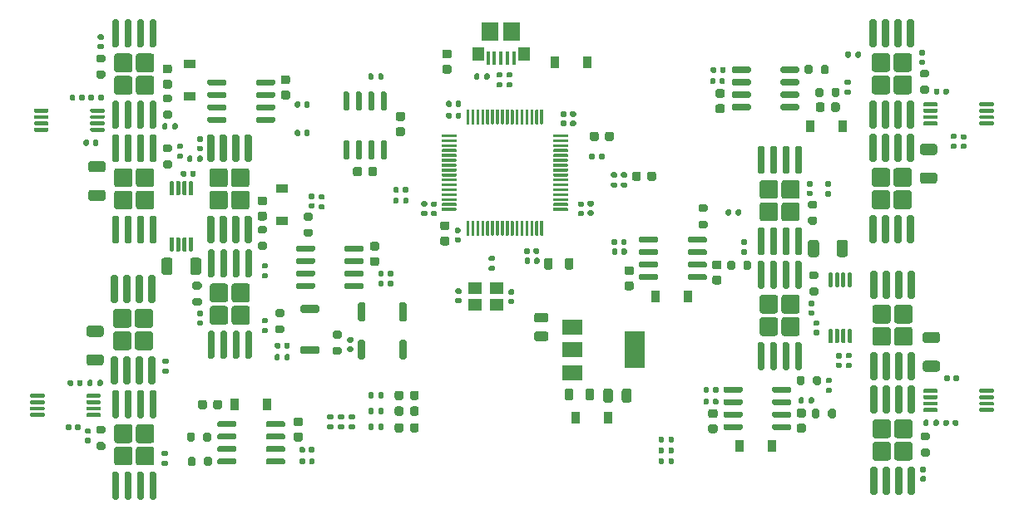
<source format=gbr>
%TF.GenerationSoftware,KiCad,Pcbnew,5.1.8-db9833491~88~ubuntu20.04.1*%
%TF.CreationDate,2020-12-06T21:40:22+00:00*%
%TF.ProjectId,driva-x2,64726976-612d-4783-922e-6b696361645f,rev?*%
%TF.SameCoordinates,Original*%
%TF.FileFunction,Paste,Top*%
%TF.FilePolarity,Positive*%
%FSLAX46Y46*%
G04 Gerber Fmt 4.6, Leading zero omitted, Abs format (unit mm)*
G04 Created by KiCad (PCBNEW 5.1.8-db9833491~88~ubuntu20.04.1) date 2020-12-06 21:40:22*
%MOMM*%
%LPD*%
G01*
G04 APERTURE LIST*
%ADD10R,0.900000X1.200000*%
%ADD11R,1.200000X0.900000*%
%ADD12R,1.400000X1.200000*%
%ADD13R,1.750000X1.900000*%
%ADD14R,0.400000X1.400000*%
%ADD15R,1.150000X1.450000*%
%ADD16R,2.000000X3.800000*%
%ADD17R,2.000000X1.500000*%
G04 APERTURE END LIST*
%TO.C,R58*%
G36*
G01*
X108455000Y-70655000D02*
X108455000Y-70285000D01*
G75*
G02*
X108590000Y-70150000I135000J0D01*
G01*
X108860000Y-70150000D01*
G75*
G02*
X108995000Y-70285000I0J-135000D01*
G01*
X108995000Y-70655000D01*
G75*
G02*
X108860000Y-70790000I-135000J0D01*
G01*
X108590000Y-70790000D01*
G75*
G02*
X108455000Y-70655000I0J135000D01*
G01*
G37*
G36*
G01*
X107435000Y-70655000D02*
X107435000Y-70285000D01*
G75*
G02*
X107570000Y-70150000I135000J0D01*
G01*
X107840000Y-70150000D01*
G75*
G02*
X107975000Y-70285000I0J-135000D01*
G01*
X107975000Y-70655000D01*
G75*
G02*
X107840000Y-70790000I-135000J0D01*
G01*
X107570000Y-70790000D01*
G75*
G02*
X107435000Y-70655000I0J135000D01*
G01*
G37*
%TD*%
%TO.C,R57*%
G36*
G01*
X108459000Y-72281000D02*
X108459000Y-71911000D01*
G75*
G02*
X108594000Y-71776000I135000J0D01*
G01*
X108864000Y-71776000D01*
G75*
G02*
X108999000Y-71911000I0J-135000D01*
G01*
X108999000Y-72281000D01*
G75*
G02*
X108864000Y-72416000I-135000J0D01*
G01*
X108594000Y-72416000D01*
G75*
G02*
X108459000Y-72281000I0J135000D01*
G01*
G37*
G36*
G01*
X107439000Y-72281000D02*
X107439000Y-71911000D01*
G75*
G02*
X107574000Y-71776000I135000J0D01*
G01*
X107844000Y-71776000D01*
G75*
G02*
X107979000Y-71911000I0J-135000D01*
G01*
X107979000Y-72281000D01*
G75*
G02*
X107844000Y-72416000I-135000J0D01*
G01*
X107574000Y-72416000D01*
G75*
G02*
X107439000Y-72281000I0J135000D01*
G01*
G37*
%TD*%
%TO.C,R56*%
G36*
G01*
X108455000Y-69055000D02*
X108455000Y-68685000D01*
G75*
G02*
X108590000Y-68550000I135000J0D01*
G01*
X108860000Y-68550000D01*
G75*
G02*
X108995000Y-68685000I0J-135000D01*
G01*
X108995000Y-69055000D01*
G75*
G02*
X108860000Y-69190000I-135000J0D01*
G01*
X108590000Y-69190000D01*
G75*
G02*
X108455000Y-69055000I0J135000D01*
G01*
G37*
G36*
G01*
X107435000Y-69055000D02*
X107435000Y-68685000D01*
G75*
G02*
X107570000Y-68550000I135000J0D01*
G01*
X107840000Y-68550000D01*
G75*
G02*
X107975000Y-68685000I0J-135000D01*
G01*
X107975000Y-69055000D01*
G75*
G02*
X107840000Y-69190000I-135000J0D01*
G01*
X107570000Y-69190000D01*
G75*
G02*
X107435000Y-69055000I0J135000D01*
G01*
G37*
%TD*%
%TO.C,C47*%
G36*
G01*
X107425000Y-46300000D02*
X107425000Y-45800000D01*
G75*
G02*
X107650000Y-45575000I225000J0D01*
G01*
X108100000Y-45575000D01*
G75*
G02*
X108325000Y-45800000I0J-225000D01*
G01*
X108325000Y-46300000D01*
G75*
G02*
X108100000Y-46525000I-225000J0D01*
G01*
X107650000Y-46525000D01*
G75*
G02*
X107425000Y-46300000I0J225000D01*
G01*
G37*
G36*
G01*
X105875000Y-46300000D02*
X105875000Y-45800000D01*
G75*
G02*
X106100000Y-45575000I225000J0D01*
G01*
X106550000Y-45575000D01*
G75*
G02*
X106775000Y-45800000I0J-225000D01*
G01*
X106775000Y-46300000D01*
G75*
G02*
X106550000Y-46525000I-225000J0D01*
G01*
X106100000Y-46525000D01*
G75*
G02*
X105875000Y-46300000I0J225000D01*
G01*
G37*
%TD*%
%TO.C,C42*%
G36*
G01*
X124555000Y-62340000D02*
X125505000Y-62340000D01*
G75*
G02*
X125755000Y-62590000I0J-250000D01*
G01*
X125755000Y-63090000D01*
G75*
G02*
X125505000Y-63340000I-250000J0D01*
G01*
X124555000Y-63340000D01*
G75*
G02*
X124305000Y-63090000I0J250000D01*
G01*
X124305000Y-62590000D01*
G75*
G02*
X124555000Y-62340000I250000J0D01*
G01*
G37*
G36*
G01*
X124555000Y-60440000D02*
X125505000Y-60440000D01*
G75*
G02*
X125755000Y-60690000I0J-250000D01*
G01*
X125755000Y-61190000D01*
G75*
G02*
X125505000Y-61440000I-250000J0D01*
G01*
X124555000Y-61440000D01*
G75*
G02*
X124305000Y-61190000I0J250000D01*
G01*
X124305000Y-60690000D01*
G75*
G02*
X124555000Y-60440000I250000J0D01*
G01*
G37*
%TD*%
%TO.C,C30*%
G36*
G01*
X78730000Y-72230000D02*
X79070000Y-72230000D01*
G75*
G02*
X79210000Y-72370000I0J-140000D01*
G01*
X79210000Y-72650000D01*
G75*
G02*
X79070000Y-72790000I-140000J0D01*
G01*
X78730000Y-72790000D01*
G75*
G02*
X78590000Y-72650000I0J140000D01*
G01*
X78590000Y-72370000D01*
G75*
G02*
X78730000Y-72230000I140000J0D01*
G01*
G37*
G36*
G01*
X78730000Y-73190000D02*
X79070000Y-73190000D01*
G75*
G02*
X79210000Y-73330000I0J-140000D01*
G01*
X79210000Y-73610000D01*
G75*
G02*
X79070000Y-73750000I-140000J0D01*
G01*
X78730000Y-73750000D01*
G75*
G02*
X78590000Y-73610000I0J140000D01*
G01*
X78590000Y-73330000D01*
G75*
G02*
X78730000Y-73190000I140000J0D01*
G01*
G37*
%TD*%
D10*
%TO.C,D11*%
X129750000Y-34885000D03*
X126450000Y-34885000D03*
%TD*%
%TO.C,TH2*%
G36*
G01*
X152375000Y-50660000D02*
X152925000Y-50660000D01*
G75*
G02*
X153125000Y-50860000I0J-200000D01*
G01*
X153125000Y-51260000D01*
G75*
G02*
X152925000Y-51460000I-200000J0D01*
G01*
X152375000Y-51460000D01*
G75*
G02*
X152175000Y-51260000I0J200000D01*
G01*
X152175000Y-50860000D01*
G75*
G02*
X152375000Y-50660000I200000J0D01*
G01*
G37*
G36*
G01*
X152375000Y-49010000D02*
X152925000Y-49010000D01*
G75*
G02*
X153125000Y-49210000I0J-200000D01*
G01*
X153125000Y-49610000D01*
G75*
G02*
X152925000Y-49810000I-200000J0D01*
G01*
X152375000Y-49810000D01*
G75*
G02*
X152175000Y-49610000I0J200000D01*
G01*
X152175000Y-49210000D01*
G75*
G02*
X152375000Y-49010000I200000J0D01*
G01*
G37*
%TD*%
%TO.C,TH1*%
G36*
G01*
X101050000Y-51885000D02*
X101600000Y-51885000D01*
G75*
G02*
X101800000Y-52085000I0J-200000D01*
G01*
X101800000Y-52485000D01*
G75*
G02*
X101600000Y-52685000I-200000J0D01*
G01*
X101050000Y-52685000D01*
G75*
G02*
X100850000Y-52485000I0J200000D01*
G01*
X100850000Y-52085000D01*
G75*
G02*
X101050000Y-51885000I200000J0D01*
G01*
G37*
G36*
G01*
X101050000Y-50235000D02*
X101600000Y-50235000D01*
G75*
G02*
X101800000Y-50435000I0J-200000D01*
G01*
X101800000Y-50835000D01*
G75*
G02*
X101600000Y-51035000I-200000J0D01*
G01*
X101050000Y-51035000D01*
G75*
G02*
X100850000Y-50835000I0J200000D01*
G01*
X100850000Y-50435000D01*
G75*
G02*
X101050000Y-50235000I200000J0D01*
G01*
G37*
%TD*%
%TO.C,C33*%
G36*
G01*
X129240000Y-49650000D02*
X128900000Y-49650000D01*
G75*
G02*
X128760000Y-49510000I0J140000D01*
G01*
X128760000Y-49230000D01*
G75*
G02*
X128900000Y-49090000I140000J0D01*
G01*
X129240000Y-49090000D01*
G75*
G02*
X129380000Y-49230000I0J-140000D01*
G01*
X129380000Y-49510000D01*
G75*
G02*
X129240000Y-49650000I-140000J0D01*
G01*
G37*
G36*
G01*
X129240000Y-50610000D02*
X128900000Y-50610000D01*
G75*
G02*
X128760000Y-50470000I0J140000D01*
G01*
X128760000Y-50190000D01*
G75*
G02*
X128900000Y-50050000I140000J0D01*
G01*
X129240000Y-50050000D01*
G75*
G02*
X129380000Y-50190000I0J-140000D01*
G01*
X129380000Y-50470000D01*
G75*
G02*
X129240000Y-50610000I-140000J0D01*
G01*
G37*
%TD*%
%TO.C,U15*%
G36*
G01*
X117650000Y-52600000D02*
X117500000Y-52600000D01*
G75*
G02*
X117425000Y-52525000I0J75000D01*
G01*
X117425000Y-51125000D01*
G75*
G02*
X117500000Y-51050000I75000J0D01*
G01*
X117650000Y-51050000D01*
G75*
G02*
X117725000Y-51125000I0J-75000D01*
G01*
X117725000Y-52525000D01*
G75*
G02*
X117650000Y-52600000I-75000J0D01*
G01*
G37*
G36*
G01*
X118150000Y-52600000D02*
X118000000Y-52600000D01*
G75*
G02*
X117925000Y-52525000I0J75000D01*
G01*
X117925000Y-51125000D01*
G75*
G02*
X118000000Y-51050000I75000J0D01*
G01*
X118150000Y-51050000D01*
G75*
G02*
X118225000Y-51125000I0J-75000D01*
G01*
X118225000Y-52525000D01*
G75*
G02*
X118150000Y-52600000I-75000J0D01*
G01*
G37*
G36*
G01*
X118650000Y-52600000D02*
X118500000Y-52600000D01*
G75*
G02*
X118425000Y-52525000I0J75000D01*
G01*
X118425000Y-51125000D01*
G75*
G02*
X118500000Y-51050000I75000J0D01*
G01*
X118650000Y-51050000D01*
G75*
G02*
X118725000Y-51125000I0J-75000D01*
G01*
X118725000Y-52525000D01*
G75*
G02*
X118650000Y-52600000I-75000J0D01*
G01*
G37*
G36*
G01*
X119150000Y-52600000D02*
X119000000Y-52600000D01*
G75*
G02*
X118925000Y-52525000I0J75000D01*
G01*
X118925000Y-51125000D01*
G75*
G02*
X119000000Y-51050000I75000J0D01*
G01*
X119150000Y-51050000D01*
G75*
G02*
X119225000Y-51125000I0J-75000D01*
G01*
X119225000Y-52525000D01*
G75*
G02*
X119150000Y-52600000I-75000J0D01*
G01*
G37*
G36*
G01*
X119650000Y-52600000D02*
X119500000Y-52600000D01*
G75*
G02*
X119425000Y-52525000I0J75000D01*
G01*
X119425000Y-51125000D01*
G75*
G02*
X119500000Y-51050000I75000J0D01*
G01*
X119650000Y-51050000D01*
G75*
G02*
X119725000Y-51125000I0J-75000D01*
G01*
X119725000Y-52525000D01*
G75*
G02*
X119650000Y-52600000I-75000J0D01*
G01*
G37*
G36*
G01*
X120150000Y-52600000D02*
X120000000Y-52600000D01*
G75*
G02*
X119925000Y-52525000I0J75000D01*
G01*
X119925000Y-51125000D01*
G75*
G02*
X120000000Y-51050000I75000J0D01*
G01*
X120150000Y-51050000D01*
G75*
G02*
X120225000Y-51125000I0J-75000D01*
G01*
X120225000Y-52525000D01*
G75*
G02*
X120150000Y-52600000I-75000J0D01*
G01*
G37*
G36*
G01*
X120650000Y-52600000D02*
X120500000Y-52600000D01*
G75*
G02*
X120425000Y-52525000I0J75000D01*
G01*
X120425000Y-51125000D01*
G75*
G02*
X120500000Y-51050000I75000J0D01*
G01*
X120650000Y-51050000D01*
G75*
G02*
X120725000Y-51125000I0J-75000D01*
G01*
X120725000Y-52525000D01*
G75*
G02*
X120650000Y-52600000I-75000J0D01*
G01*
G37*
G36*
G01*
X121150000Y-52600000D02*
X121000000Y-52600000D01*
G75*
G02*
X120925000Y-52525000I0J75000D01*
G01*
X120925000Y-51125000D01*
G75*
G02*
X121000000Y-51050000I75000J0D01*
G01*
X121150000Y-51050000D01*
G75*
G02*
X121225000Y-51125000I0J-75000D01*
G01*
X121225000Y-52525000D01*
G75*
G02*
X121150000Y-52600000I-75000J0D01*
G01*
G37*
G36*
G01*
X121650000Y-52600000D02*
X121500000Y-52600000D01*
G75*
G02*
X121425000Y-52525000I0J75000D01*
G01*
X121425000Y-51125000D01*
G75*
G02*
X121500000Y-51050000I75000J0D01*
G01*
X121650000Y-51050000D01*
G75*
G02*
X121725000Y-51125000I0J-75000D01*
G01*
X121725000Y-52525000D01*
G75*
G02*
X121650000Y-52600000I-75000J0D01*
G01*
G37*
G36*
G01*
X122150000Y-52600000D02*
X122000000Y-52600000D01*
G75*
G02*
X121925000Y-52525000I0J75000D01*
G01*
X121925000Y-51125000D01*
G75*
G02*
X122000000Y-51050000I75000J0D01*
G01*
X122150000Y-51050000D01*
G75*
G02*
X122225000Y-51125000I0J-75000D01*
G01*
X122225000Y-52525000D01*
G75*
G02*
X122150000Y-52600000I-75000J0D01*
G01*
G37*
G36*
G01*
X122650000Y-52600000D02*
X122500000Y-52600000D01*
G75*
G02*
X122425000Y-52525000I0J75000D01*
G01*
X122425000Y-51125000D01*
G75*
G02*
X122500000Y-51050000I75000J0D01*
G01*
X122650000Y-51050000D01*
G75*
G02*
X122725000Y-51125000I0J-75000D01*
G01*
X122725000Y-52525000D01*
G75*
G02*
X122650000Y-52600000I-75000J0D01*
G01*
G37*
G36*
G01*
X123150000Y-52600000D02*
X123000000Y-52600000D01*
G75*
G02*
X122925000Y-52525000I0J75000D01*
G01*
X122925000Y-51125000D01*
G75*
G02*
X123000000Y-51050000I75000J0D01*
G01*
X123150000Y-51050000D01*
G75*
G02*
X123225000Y-51125000I0J-75000D01*
G01*
X123225000Y-52525000D01*
G75*
G02*
X123150000Y-52600000I-75000J0D01*
G01*
G37*
G36*
G01*
X123650000Y-52600000D02*
X123500000Y-52600000D01*
G75*
G02*
X123425000Y-52525000I0J75000D01*
G01*
X123425000Y-51125000D01*
G75*
G02*
X123500000Y-51050000I75000J0D01*
G01*
X123650000Y-51050000D01*
G75*
G02*
X123725000Y-51125000I0J-75000D01*
G01*
X123725000Y-52525000D01*
G75*
G02*
X123650000Y-52600000I-75000J0D01*
G01*
G37*
G36*
G01*
X124150000Y-52600000D02*
X124000000Y-52600000D01*
G75*
G02*
X123925000Y-52525000I0J75000D01*
G01*
X123925000Y-51125000D01*
G75*
G02*
X124000000Y-51050000I75000J0D01*
G01*
X124150000Y-51050000D01*
G75*
G02*
X124225000Y-51125000I0J-75000D01*
G01*
X124225000Y-52525000D01*
G75*
G02*
X124150000Y-52600000I-75000J0D01*
G01*
G37*
G36*
G01*
X124650000Y-52600000D02*
X124500000Y-52600000D01*
G75*
G02*
X124425000Y-52525000I0J75000D01*
G01*
X124425000Y-51125000D01*
G75*
G02*
X124500000Y-51050000I75000J0D01*
G01*
X124650000Y-51050000D01*
G75*
G02*
X124725000Y-51125000I0J-75000D01*
G01*
X124725000Y-52525000D01*
G75*
G02*
X124650000Y-52600000I-75000J0D01*
G01*
G37*
G36*
G01*
X125150000Y-52600000D02*
X125000000Y-52600000D01*
G75*
G02*
X124925000Y-52525000I0J75000D01*
G01*
X124925000Y-51125000D01*
G75*
G02*
X125000000Y-51050000I75000J0D01*
G01*
X125150000Y-51050000D01*
G75*
G02*
X125225000Y-51125000I0J-75000D01*
G01*
X125225000Y-52525000D01*
G75*
G02*
X125150000Y-52600000I-75000J0D01*
G01*
G37*
G36*
G01*
X127700000Y-50050000D02*
X126300000Y-50050000D01*
G75*
G02*
X126225000Y-49975000I0J75000D01*
G01*
X126225000Y-49825000D01*
G75*
G02*
X126300000Y-49750000I75000J0D01*
G01*
X127700000Y-49750000D01*
G75*
G02*
X127775000Y-49825000I0J-75000D01*
G01*
X127775000Y-49975000D01*
G75*
G02*
X127700000Y-50050000I-75000J0D01*
G01*
G37*
G36*
G01*
X127700000Y-49550000D02*
X126300000Y-49550000D01*
G75*
G02*
X126225000Y-49475000I0J75000D01*
G01*
X126225000Y-49325000D01*
G75*
G02*
X126300000Y-49250000I75000J0D01*
G01*
X127700000Y-49250000D01*
G75*
G02*
X127775000Y-49325000I0J-75000D01*
G01*
X127775000Y-49475000D01*
G75*
G02*
X127700000Y-49550000I-75000J0D01*
G01*
G37*
G36*
G01*
X127700000Y-49050000D02*
X126300000Y-49050000D01*
G75*
G02*
X126225000Y-48975000I0J75000D01*
G01*
X126225000Y-48825000D01*
G75*
G02*
X126300000Y-48750000I75000J0D01*
G01*
X127700000Y-48750000D01*
G75*
G02*
X127775000Y-48825000I0J-75000D01*
G01*
X127775000Y-48975000D01*
G75*
G02*
X127700000Y-49050000I-75000J0D01*
G01*
G37*
G36*
G01*
X127700000Y-48550000D02*
X126300000Y-48550000D01*
G75*
G02*
X126225000Y-48475000I0J75000D01*
G01*
X126225000Y-48325000D01*
G75*
G02*
X126300000Y-48250000I75000J0D01*
G01*
X127700000Y-48250000D01*
G75*
G02*
X127775000Y-48325000I0J-75000D01*
G01*
X127775000Y-48475000D01*
G75*
G02*
X127700000Y-48550000I-75000J0D01*
G01*
G37*
G36*
G01*
X127700000Y-48050000D02*
X126300000Y-48050000D01*
G75*
G02*
X126225000Y-47975000I0J75000D01*
G01*
X126225000Y-47825000D01*
G75*
G02*
X126300000Y-47750000I75000J0D01*
G01*
X127700000Y-47750000D01*
G75*
G02*
X127775000Y-47825000I0J-75000D01*
G01*
X127775000Y-47975000D01*
G75*
G02*
X127700000Y-48050000I-75000J0D01*
G01*
G37*
G36*
G01*
X127700000Y-47550000D02*
X126300000Y-47550000D01*
G75*
G02*
X126225000Y-47475000I0J75000D01*
G01*
X126225000Y-47325000D01*
G75*
G02*
X126300000Y-47250000I75000J0D01*
G01*
X127700000Y-47250000D01*
G75*
G02*
X127775000Y-47325000I0J-75000D01*
G01*
X127775000Y-47475000D01*
G75*
G02*
X127700000Y-47550000I-75000J0D01*
G01*
G37*
G36*
G01*
X127700000Y-47050000D02*
X126300000Y-47050000D01*
G75*
G02*
X126225000Y-46975000I0J75000D01*
G01*
X126225000Y-46825000D01*
G75*
G02*
X126300000Y-46750000I75000J0D01*
G01*
X127700000Y-46750000D01*
G75*
G02*
X127775000Y-46825000I0J-75000D01*
G01*
X127775000Y-46975000D01*
G75*
G02*
X127700000Y-47050000I-75000J0D01*
G01*
G37*
G36*
G01*
X127700000Y-46550000D02*
X126300000Y-46550000D01*
G75*
G02*
X126225000Y-46475000I0J75000D01*
G01*
X126225000Y-46325000D01*
G75*
G02*
X126300000Y-46250000I75000J0D01*
G01*
X127700000Y-46250000D01*
G75*
G02*
X127775000Y-46325000I0J-75000D01*
G01*
X127775000Y-46475000D01*
G75*
G02*
X127700000Y-46550000I-75000J0D01*
G01*
G37*
G36*
G01*
X127700000Y-46050000D02*
X126300000Y-46050000D01*
G75*
G02*
X126225000Y-45975000I0J75000D01*
G01*
X126225000Y-45825000D01*
G75*
G02*
X126300000Y-45750000I75000J0D01*
G01*
X127700000Y-45750000D01*
G75*
G02*
X127775000Y-45825000I0J-75000D01*
G01*
X127775000Y-45975000D01*
G75*
G02*
X127700000Y-46050000I-75000J0D01*
G01*
G37*
G36*
G01*
X127700000Y-45550000D02*
X126300000Y-45550000D01*
G75*
G02*
X126225000Y-45475000I0J75000D01*
G01*
X126225000Y-45325000D01*
G75*
G02*
X126300000Y-45250000I75000J0D01*
G01*
X127700000Y-45250000D01*
G75*
G02*
X127775000Y-45325000I0J-75000D01*
G01*
X127775000Y-45475000D01*
G75*
G02*
X127700000Y-45550000I-75000J0D01*
G01*
G37*
G36*
G01*
X127700000Y-45050000D02*
X126300000Y-45050000D01*
G75*
G02*
X126225000Y-44975000I0J75000D01*
G01*
X126225000Y-44825000D01*
G75*
G02*
X126300000Y-44750000I75000J0D01*
G01*
X127700000Y-44750000D01*
G75*
G02*
X127775000Y-44825000I0J-75000D01*
G01*
X127775000Y-44975000D01*
G75*
G02*
X127700000Y-45050000I-75000J0D01*
G01*
G37*
G36*
G01*
X127700000Y-44550000D02*
X126300000Y-44550000D01*
G75*
G02*
X126225000Y-44475000I0J75000D01*
G01*
X126225000Y-44325000D01*
G75*
G02*
X126300000Y-44250000I75000J0D01*
G01*
X127700000Y-44250000D01*
G75*
G02*
X127775000Y-44325000I0J-75000D01*
G01*
X127775000Y-44475000D01*
G75*
G02*
X127700000Y-44550000I-75000J0D01*
G01*
G37*
G36*
G01*
X127700000Y-44050000D02*
X126300000Y-44050000D01*
G75*
G02*
X126225000Y-43975000I0J75000D01*
G01*
X126225000Y-43825000D01*
G75*
G02*
X126300000Y-43750000I75000J0D01*
G01*
X127700000Y-43750000D01*
G75*
G02*
X127775000Y-43825000I0J-75000D01*
G01*
X127775000Y-43975000D01*
G75*
G02*
X127700000Y-44050000I-75000J0D01*
G01*
G37*
G36*
G01*
X127700000Y-43550000D02*
X126300000Y-43550000D01*
G75*
G02*
X126225000Y-43475000I0J75000D01*
G01*
X126225000Y-43325000D01*
G75*
G02*
X126300000Y-43250000I75000J0D01*
G01*
X127700000Y-43250000D01*
G75*
G02*
X127775000Y-43325000I0J-75000D01*
G01*
X127775000Y-43475000D01*
G75*
G02*
X127700000Y-43550000I-75000J0D01*
G01*
G37*
G36*
G01*
X127700000Y-43050000D02*
X126300000Y-43050000D01*
G75*
G02*
X126225000Y-42975000I0J75000D01*
G01*
X126225000Y-42825000D01*
G75*
G02*
X126300000Y-42750000I75000J0D01*
G01*
X127700000Y-42750000D01*
G75*
G02*
X127775000Y-42825000I0J-75000D01*
G01*
X127775000Y-42975000D01*
G75*
G02*
X127700000Y-43050000I-75000J0D01*
G01*
G37*
G36*
G01*
X127700000Y-42550000D02*
X126300000Y-42550000D01*
G75*
G02*
X126225000Y-42475000I0J75000D01*
G01*
X126225000Y-42325000D01*
G75*
G02*
X126300000Y-42250000I75000J0D01*
G01*
X127700000Y-42250000D01*
G75*
G02*
X127775000Y-42325000I0J-75000D01*
G01*
X127775000Y-42475000D01*
G75*
G02*
X127700000Y-42550000I-75000J0D01*
G01*
G37*
G36*
G01*
X125150000Y-41250000D02*
X125000000Y-41250000D01*
G75*
G02*
X124925000Y-41175000I0J75000D01*
G01*
X124925000Y-39775000D01*
G75*
G02*
X125000000Y-39700000I75000J0D01*
G01*
X125150000Y-39700000D01*
G75*
G02*
X125225000Y-39775000I0J-75000D01*
G01*
X125225000Y-41175000D01*
G75*
G02*
X125150000Y-41250000I-75000J0D01*
G01*
G37*
G36*
G01*
X124650000Y-41250000D02*
X124500000Y-41250000D01*
G75*
G02*
X124425000Y-41175000I0J75000D01*
G01*
X124425000Y-39775000D01*
G75*
G02*
X124500000Y-39700000I75000J0D01*
G01*
X124650000Y-39700000D01*
G75*
G02*
X124725000Y-39775000I0J-75000D01*
G01*
X124725000Y-41175000D01*
G75*
G02*
X124650000Y-41250000I-75000J0D01*
G01*
G37*
G36*
G01*
X124150000Y-41250000D02*
X124000000Y-41250000D01*
G75*
G02*
X123925000Y-41175000I0J75000D01*
G01*
X123925000Y-39775000D01*
G75*
G02*
X124000000Y-39700000I75000J0D01*
G01*
X124150000Y-39700000D01*
G75*
G02*
X124225000Y-39775000I0J-75000D01*
G01*
X124225000Y-41175000D01*
G75*
G02*
X124150000Y-41250000I-75000J0D01*
G01*
G37*
G36*
G01*
X123650000Y-41250000D02*
X123500000Y-41250000D01*
G75*
G02*
X123425000Y-41175000I0J75000D01*
G01*
X123425000Y-39775000D01*
G75*
G02*
X123500000Y-39700000I75000J0D01*
G01*
X123650000Y-39700000D01*
G75*
G02*
X123725000Y-39775000I0J-75000D01*
G01*
X123725000Y-41175000D01*
G75*
G02*
X123650000Y-41250000I-75000J0D01*
G01*
G37*
G36*
G01*
X123150000Y-41250000D02*
X123000000Y-41250000D01*
G75*
G02*
X122925000Y-41175000I0J75000D01*
G01*
X122925000Y-39775000D01*
G75*
G02*
X123000000Y-39700000I75000J0D01*
G01*
X123150000Y-39700000D01*
G75*
G02*
X123225000Y-39775000I0J-75000D01*
G01*
X123225000Y-41175000D01*
G75*
G02*
X123150000Y-41250000I-75000J0D01*
G01*
G37*
G36*
G01*
X122650000Y-41250000D02*
X122500000Y-41250000D01*
G75*
G02*
X122425000Y-41175000I0J75000D01*
G01*
X122425000Y-39775000D01*
G75*
G02*
X122500000Y-39700000I75000J0D01*
G01*
X122650000Y-39700000D01*
G75*
G02*
X122725000Y-39775000I0J-75000D01*
G01*
X122725000Y-41175000D01*
G75*
G02*
X122650000Y-41250000I-75000J0D01*
G01*
G37*
G36*
G01*
X122150000Y-41250000D02*
X122000000Y-41250000D01*
G75*
G02*
X121925000Y-41175000I0J75000D01*
G01*
X121925000Y-39775000D01*
G75*
G02*
X122000000Y-39700000I75000J0D01*
G01*
X122150000Y-39700000D01*
G75*
G02*
X122225000Y-39775000I0J-75000D01*
G01*
X122225000Y-41175000D01*
G75*
G02*
X122150000Y-41250000I-75000J0D01*
G01*
G37*
G36*
G01*
X121650000Y-41250000D02*
X121500000Y-41250000D01*
G75*
G02*
X121425000Y-41175000I0J75000D01*
G01*
X121425000Y-39775000D01*
G75*
G02*
X121500000Y-39700000I75000J0D01*
G01*
X121650000Y-39700000D01*
G75*
G02*
X121725000Y-39775000I0J-75000D01*
G01*
X121725000Y-41175000D01*
G75*
G02*
X121650000Y-41250000I-75000J0D01*
G01*
G37*
G36*
G01*
X121150000Y-41250000D02*
X121000000Y-41250000D01*
G75*
G02*
X120925000Y-41175000I0J75000D01*
G01*
X120925000Y-39775000D01*
G75*
G02*
X121000000Y-39700000I75000J0D01*
G01*
X121150000Y-39700000D01*
G75*
G02*
X121225000Y-39775000I0J-75000D01*
G01*
X121225000Y-41175000D01*
G75*
G02*
X121150000Y-41250000I-75000J0D01*
G01*
G37*
G36*
G01*
X120650000Y-41250000D02*
X120500000Y-41250000D01*
G75*
G02*
X120425000Y-41175000I0J75000D01*
G01*
X120425000Y-39775000D01*
G75*
G02*
X120500000Y-39700000I75000J0D01*
G01*
X120650000Y-39700000D01*
G75*
G02*
X120725000Y-39775000I0J-75000D01*
G01*
X120725000Y-41175000D01*
G75*
G02*
X120650000Y-41250000I-75000J0D01*
G01*
G37*
G36*
G01*
X120150000Y-41250000D02*
X120000000Y-41250000D01*
G75*
G02*
X119925000Y-41175000I0J75000D01*
G01*
X119925000Y-39775000D01*
G75*
G02*
X120000000Y-39700000I75000J0D01*
G01*
X120150000Y-39700000D01*
G75*
G02*
X120225000Y-39775000I0J-75000D01*
G01*
X120225000Y-41175000D01*
G75*
G02*
X120150000Y-41250000I-75000J0D01*
G01*
G37*
G36*
G01*
X119650000Y-41250000D02*
X119500000Y-41250000D01*
G75*
G02*
X119425000Y-41175000I0J75000D01*
G01*
X119425000Y-39775000D01*
G75*
G02*
X119500000Y-39700000I75000J0D01*
G01*
X119650000Y-39700000D01*
G75*
G02*
X119725000Y-39775000I0J-75000D01*
G01*
X119725000Y-41175000D01*
G75*
G02*
X119650000Y-41250000I-75000J0D01*
G01*
G37*
G36*
G01*
X119150000Y-41250000D02*
X119000000Y-41250000D01*
G75*
G02*
X118925000Y-41175000I0J75000D01*
G01*
X118925000Y-39775000D01*
G75*
G02*
X119000000Y-39700000I75000J0D01*
G01*
X119150000Y-39700000D01*
G75*
G02*
X119225000Y-39775000I0J-75000D01*
G01*
X119225000Y-41175000D01*
G75*
G02*
X119150000Y-41250000I-75000J0D01*
G01*
G37*
G36*
G01*
X118650000Y-41250000D02*
X118500000Y-41250000D01*
G75*
G02*
X118425000Y-41175000I0J75000D01*
G01*
X118425000Y-39775000D01*
G75*
G02*
X118500000Y-39700000I75000J0D01*
G01*
X118650000Y-39700000D01*
G75*
G02*
X118725000Y-39775000I0J-75000D01*
G01*
X118725000Y-41175000D01*
G75*
G02*
X118650000Y-41250000I-75000J0D01*
G01*
G37*
G36*
G01*
X118150000Y-41250000D02*
X118000000Y-41250000D01*
G75*
G02*
X117925000Y-41175000I0J75000D01*
G01*
X117925000Y-39775000D01*
G75*
G02*
X118000000Y-39700000I75000J0D01*
G01*
X118150000Y-39700000D01*
G75*
G02*
X118225000Y-39775000I0J-75000D01*
G01*
X118225000Y-41175000D01*
G75*
G02*
X118150000Y-41250000I-75000J0D01*
G01*
G37*
G36*
G01*
X117650000Y-41250000D02*
X117500000Y-41250000D01*
G75*
G02*
X117425000Y-41175000I0J75000D01*
G01*
X117425000Y-39775000D01*
G75*
G02*
X117500000Y-39700000I75000J0D01*
G01*
X117650000Y-39700000D01*
G75*
G02*
X117725000Y-39775000I0J-75000D01*
G01*
X117725000Y-41175000D01*
G75*
G02*
X117650000Y-41250000I-75000J0D01*
G01*
G37*
G36*
G01*
X116350000Y-42550000D02*
X114950000Y-42550000D01*
G75*
G02*
X114875000Y-42475000I0J75000D01*
G01*
X114875000Y-42325000D01*
G75*
G02*
X114950000Y-42250000I75000J0D01*
G01*
X116350000Y-42250000D01*
G75*
G02*
X116425000Y-42325000I0J-75000D01*
G01*
X116425000Y-42475000D01*
G75*
G02*
X116350000Y-42550000I-75000J0D01*
G01*
G37*
G36*
G01*
X116350000Y-43050000D02*
X114950000Y-43050000D01*
G75*
G02*
X114875000Y-42975000I0J75000D01*
G01*
X114875000Y-42825000D01*
G75*
G02*
X114950000Y-42750000I75000J0D01*
G01*
X116350000Y-42750000D01*
G75*
G02*
X116425000Y-42825000I0J-75000D01*
G01*
X116425000Y-42975000D01*
G75*
G02*
X116350000Y-43050000I-75000J0D01*
G01*
G37*
G36*
G01*
X116350000Y-43550000D02*
X114950000Y-43550000D01*
G75*
G02*
X114875000Y-43475000I0J75000D01*
G01*
X114875000Y-43325000D01*
G75*
G02*
X114950000Y-43250000I75000J0D01*
G01*
X116350000Y-43250000D01*
G75*
G02*
X116425000Y-43325000I0J-75000D01*
G01*
X116425000Y-43475000D01*
G75*
G02*
X116350000Y-43550000I-75000J0D01*
G01*
G37*
G36*
G01*
X116350000Y-44050000D02*
X114950000Y-44050000D01*
G75*
G02*
X114875000Y-43975000I0J75000D01*
G01*
X114875000Y-43825000D01*
G75*
G02*
X114950000Y-43750000I75000J0D01*
G01*
X116350000Y-43750000D01*
G75*
G02*
X116425000Y-43825000I0J-75000D01*
G01*
X116425000Y-43975000D01*
G75*
G02*
X116350000Y-44050000I-75000J0D01*
G01*
G37*
G36*
G01*
X116350000Y-44550000D02*
X114950000Y-44550000D01*
G75*
G02*
X114875000Y-44475000I0J75000D01*
G01*
X114875000Y-44325000D01*
G75*
G02*
X114950000Y-44250000I75000J0D01*
G01*
X116350000Y-44250000D01*
G75*
G02*
X116425000Y-44325000I0J-75000D01*
G01*
X116425000Y-44475000D01*
G75*
G02*
X116350000Y-44550000I-75000J0D01*
G01*
G37*
G36*
G01*
X116350000Y-45050000D02*
X114950000Y-45050000D01*
G75*
G02*
X114875000Y-44975000I0J75000D01*
G01*
X114875000Y-44825000D01*
G75*
G02*
X114950000Y-44750000I75000J0D01*
G01*
X116350000Y-44750000D01*
G75*
G02*
X116425000Y-44825000I0J-75000D01*
G01*
X116425000Y-44975000D01*
G75*
G02*
X116350000Y-45050000I-75000J0D01*
G01*
G37*
G36*
G01*
X116350000Y-45550000D02*
X114950000Y-45550000D01*
G75*
G02*
X114875000Y-45475000I0J75000D01*
G01*
X114875000Y-45325000D01*
G75*
G02*
X114950000Y-45250000I75000J0D01*
G01*
X116350000Y-45250000D01*
G75*
G02*
X116425000Y-45325000I0J-75000D01*
G01*
X116425000Y-45475000D01*
G75*
G02*
X116350000Y-45550000I-75000J0D01*
G01*
G37*
G36*
G01*
X116350000Y-46050000D02*
X114950000Y-46050000D01*
G75*
G02*
X114875000Y-45975000I0J75000D01*
G01*
X114875000Y-45825000D01*
G75*
G02*
X114950000Y-45750000I75000J0D01*
G01*
X116350000Y-45750000D01*
G75*
G02*
X116425000Y-45825000I0J-75000D01*
G01*
X116425000Y-45975000D01*
G75*
G02*
X116350000Y-46050000I-75000J0D01*
G01*
G37*
G36*
G01*
X116350000Y-46550000D02*
X114950000Y-46550000D01*
G75*
G02*
X114875000Y-46475000I0J75000D01*
G01*
X114875000Y-46325000D01*
G75*
G02*
X114950000Y-46250000I75000J0D01*
G01*
X116350000Y-46250000D01*
G75*
G02*
X116425000Y-46325000I0J-75000D01*
G01*
X116425000Y-46475000D01*
G75*
G02*
X116350000Y-46550000I-75000J0D01*
G01*
G37*
G36*
G01*
X116350000Y-47050000D02*
X114950000Y-47050000D01*
G75*
G02*
X114875000Y-46975000I0J75000D01*
G01*
X114875000Y-46825000D01*
G75*
G02*
X114950000Y-46750000I75000J0D01*
G01*
X116350000Y-46750000D01*
G75*
G02*
X116425000Y-46825000I0J-75000D01*
G01*
X116425000Y-46975000D01*
G75*
G02*
X116350000Y-47050000I-75000J0D01*
G01*
G37*
G36*
G01*
X116350000Y-47550000D02*
X114950000Y-47550000D01*
G75*
G02*
X114875000Y-47475000I0J75000D01*
G01*
X114875000Y-47325000D01*
G75*
G02*
X114950000Y-47250000I75000J0D01*
G01*
X116350000Y-47250000D01*
G75*
G02*
X116425000Y-47325000I0J-75000D01*
G01*
X116425000Y-47475000D01*
G75*
G02*
X116350000Y-47550000I-75000J0D01*
G01*
G37*
G36*
G01*
X116350000Y-48050000D02*
X114950000Y-48050000D01*
G75*
G02*
X114875000Y-47975000I0J75000D01*
G01*
X114875000Y-47825000D01*
G75*
G02*
X114950000Y-47750000I75000J0D01*
G01*
X116350000Y-47750000D01*
G75*
G02*
X116425000Y-47825000I0J-75000D01*
G01*
X116425000Y-47975000D01*
G75*
G02*
X116350000Y-48050000I-75000J0D01*
G01*
G37*
G36*
G01*
X116350000Y-48550000D02*
X114950000Y-48550000D01*
G75*
G02*
X114875000Y-48475000I0J75000D01*
G01*
X114875000Y-48325000D01*
G75*
G02*
X114950000Y-48250000I75000J0D01*
G01*
X116350000Y-48250000D01*
G75*
G02*
X116425000Y-48325000I0J-75000D01*
G01*
X116425000Y-48475000D01*
G75*
G02*
X116350000Y-48550000I-75000J0D01*
G01*
G37*
G36*
G01*
X116350000Y-49050000D02*
X114950000Y-49050000D01*
G75*
G02*
X114875000Y-48975000I0J75000D01*
G01*
X114875000Y-48825000D01*
G75*
G02*
X114950000Y-48750000I75000J0D01*
G01*
X116350000Y-48750000D01*
G75*
G02*
X116425000Y-48825000I0J-75000D01*
G01*
X116425000Y-48975000D01*
G75*
G02*
X116350000Y-49050000I-75000J0D01*
G01*
G37*
G36*
G01*
X116350000Y-49550000D02*
X114950000Y-49550000D01*
G75*
G02*
X114875000Y-49475000I0J75000D01*
G01*
X114875000Y-49325000D01*
G75*
G02*
X114950000Y-49250000I75000J0D01*
G01*
X116350000Y-49250000D01*
G75*
G02*
X116425000Y-49325000I0J-75000D01*
G01*
X116425000Y-49475000D01*
G75*
G02*
X116350000Y-49550000I-75000J0D01*
G01*
G37*
G36*
G01*
X116350000Y-50050000D02*
X114950000Y-50050000D01*
G75*
G02*
X114875000Y-49975000I0J75000D01*
G01*
X114875000Y-49825000D01*
G75*
G02*
X114950000Y-49750000I75000J0D01*
G01*
X116350000Y-49750000D01*
G75*
G02*
X116425000Y-49825000I0J-75000D01*
G01*
X116425000Y-49975000D01*
G75*
G02*
X116350000Y-50050000I-75000J0D01*
G01*
G37*
%TD*%
%TO.C,U7*%
G36*
G01*
X73400000Y-39935000D02*
X73400000Y-39735000D01*
G75*
G02*
X73500000Y-39635000I100000J0D01*
G01*
X74775000Y-39635000D01*
G75*
G02*
X74875000Y-39735000I0J-100000D01*
G01*
X74875000Y-39935000D01*
G75*
G02*
X74775000Y-40035000I-100000J0D01*
G01*
X73500000Y-40035000D01*
G75*
G02*
X73400000Y-39935000I0J100000D01*
G01*
G37*
G36*
G01*
X73400000Y-40585000D02*
X73400000Y-40385000D01*
G75*
G02*
X73500000Y-40285000I100000J0D01*
G01*
X74775000Y-40285000D01*
G75*
G02*
X74875000Y-40385000I0J-100000D01*
G01*
X74875000Y-40585000D01*
G75*
G02*
X74775000Y-40685000I-100000J0D01*
G01*
X73500000Y-40685000D01*
G75*
G02*
X73400000Y-40585000I0J100000D01*
G01*
G37*
G36*
G01*
X73400000Y-41235000D02*
X73400000Y-41035000D01*
G75*
G02*
X73500000Y-40935000I100000J0D01*
G01*
X74775000Y-40935000D01*
G75*
G02*
X74875000Y-41035000I0J-100000D01*
G01*
X74875000Y-41235000D01*
G75*
G02*
X74775000Y-41335000I-100000J0D01*
G01*
X73500000Y-41335000D01*
G75*
G02*
X73400000Y-41235000I0J100000D01*
G01*
G37*
G36*
G01*
X73400000Y-41885000D02*
X73400000Y-41685000D01*
G75*
G02*
X73500000Y-41585000I100000J0D01*
G01*
X74775000Y-41585000D01*
G75*
G02*
X74875000Y-41685000I0J-100000D01*
G01*
X74875000Y-41885000D01*
G75*
G02*
X74775000Y-41985000I-100000J0D01*
G01*
X73500000Y-41985000D01*
G75*
G02*
X73400000Y-41885000I0J100000D01*
G01*
G37*
G36*
G01*
X79125000Y-41885000D02*
X79125000Y-41685000D01*
G75*
G02*
X79225000Y-41585000I100000J0D01*
G01*
X80500000Y-41585000D01*
G75*
G02*
X80600000Y-41685000I0J-100000D01*
G01*
X80600000Y-41885000D01*
G75*
G02*
X80500000Y-41985000I-100000J0D01*
G01*
X79225000Y-41985000D01*
G75*
G02*
X79125000Y-41885000I0J100000D01*
G01*
G37*
G36*
G01*
X79125000Y-41235000D02*
X79125000Y-41035000D01*
G75*
G02*
X79225000Y-40935000I100000J0D01*
G01*
X80500000Y-40935000D01*
G75*
G02*
X80600000Y-41035000I0J-100000D01*
G01*
X80600000Y-41235000D01*
G75*
G02*
X80500000Y-41335000I-100000J0D01*
G01*
X79225000Y-41335000D01*
G75*
G02*
X79125000Y-41235000I0J100000D01*
G01*
G37*
G36*
G01*
X79125000Y-40585000D02*
X79125000Y-40385000D01*
G75*
G02*
X79225000Y-40285000I100000J0D01*
G01*
X80500000Y-40285000D01*
G75*
G02*
X80600000Y-40385000I0J-100000D01*
G01*
X80600000Y-40585000D01*
G75*
G02*
X80500000Y-40685000I-100000J0D01*
G01*
X79225000Y-40685000D01*
G75*
G02*
X79125000Y-40585000I0J100000D01*
G01*
G37*
G36*
G01*
X79125000Y-39935000D02*
X79125000Y-39735000D01*
G75*
G02*
X79225000Y-39635000I100000J0D01*
G01*
X80500000Y-39635000D01*
G75*
G02*
X80600000Y-39735000I0J-100000D01*
G01*
X80600000Y-39935000D01*
G75*
G02*
X80500000Y-40035000I-100000J0D01*
G01*
X79225000Y-40035000D01*
G75*
G02*
X79125000Y-39935000I0J100000D01*
G01*
G37*
%TD*%
%TO.C,R64*%
G36*
G01*
X79860000Y-67787000D02*
X79860000Y-67417000D01*
G75*
G02*
X79995000Y-67282000I135000J0D01*
G01*
X80265000Y-67282000D01*
G75*
G02*
X80400000Y-67417000I0J-135000D01*
G01*
X80400000Y-67787000D01*
G75*
G02*
X80265000Y-67922000I-135000J0D01*
G01*
X79995000Y-67922000D01*
G75*
G02*
X79860000Y-67787000I0J135000D01*
G01*
G37*
G36*
G01*
X78840000Y-67787000D02*
X78840000Y-67417000D01*
G75*
G02*
X78975000Y-67282000I135000J0D01*
G01*
X79245000Y-67282000D01*
G75*
G02*
X79380000Y-67417000I0J-135000D01*
G01*
X79380000Y-67787000D01*
G75*
G02*
X79245000Y-67922000I-135000J0D01*
G01*
X78975000Y-67922000D01*
G75*
G02*
X78840000Y-67787000I0J135000D01*
G01*
G37*
%TD*%
%TO.C,R63*%
G36*
G01*
X89540000Y-44557000D02*
X89540000Y-44927000D01*
G75*
G02*
X89405000Y-45062000I-135000J0D01*
G01*
X89135000Y-45062000D01*
G75*
G02*
X89000000Y-44927000I0J135000D01*
G01*
X89000000Y-44557000D01*
G75*
G02*
X89135000Y-44422000I135000J0D01*
G01*
X89405000Y-44422000D01*
G75*
G02*
X89540000Y-44557000I0J-135000D01*
G01*
G37*
G36*
G01*
X90560000Y-44557000D02*
X90560000Y-44927000D01*
G75*
G02*
X90425000Y-45062000I-135000J0D01*
G01*
X90155000Y-45062000D01*
G75*
G02*
X90020000Y-44927000I0J135000D01*
G01*
X90020000Y-44557000D01*
G75*
G02*
X90155000Y-44422000I135000J0D01*
G01*
X90425000Y-44422000D01*
G75*
G02*
X90560000Y-44557000I0J-135000D01*
G01*
G37*
%TD*%
%TO.C,R62*%
G36*
G01*
X79950000Y-38695000D02*
X79950000Y-38325000D01*
G75*
G02*
X80085000Y-38190000I135000J0D01*
G01*
X80355000Y-38190000D01*
G75*
G02*
X80490000Y-38325000I0J-135000D01*
G01*
X80490000Y-38695000D01*
G75*
G02*
X80355000Y-38830000I-135000J0D01*
G01*
X80085000Y-38830000D01*
G75*
G02*
X79950000Y-38695000I0J135000D01*
G01*
G37*
G36*
G01*
X78930000Y-38695000D02*
X78930000Y-38325000D01*
G75*
G02*
X79065000Y-38190000I135000J0D01*
G01*
X79335000Y-38190000D01*
G75*
G02*
X79470000Y-38325000I0J-135000D01*
G01*
X79470000Y-38695000D01*
G75*
G02*
X79335000Y-38830000I-135000J0D01*
G01*
X79065000Y-38830000D01*
G75*
G02*
X78930000Y-38695000I0J135000D01*
G01*
G37*
%TD*%
%TO.C,R61*%
G36*
G01*
X164470000Y-71481000D02*
X164470000Y-71851000D01*
G75*
G02*
X164335000Y-71986000I-135000J0D01*
G01*
X164065000Y-71986000D01*
G75*
G02*
X163930000Y-71851000I0J135000D01*
G01*
X163930000Y-71481000D01*
G75*
G02*
X164065000Y-71346000I135000J0D01*
G01*
X164335000Y-71346000D01*
G75*
G02*
X164470000Y-71481000I0J-135000D01*
G01*
G37*
G36*
G01*
X165490000Y-71481000D02*
X165490000Y-71851000D01*
G75*
G02*
X165355000Y-71986000I-135000J0D01*
G01*
X165085000Y-71986000D01*
G75*
G02*
X164950000Y-71851000I0J135000D01*
G01*
X164950000Y-71481000D01*
G75*
G02*
X165085000Y-71346000I135000J0D01*
G01*
X165355000Y-71346000D01*
G75*
G02*
X165490000Y-71481000I0J-135000D01*
G01*
G37*
%TD*%
%TO.C,R60*%
G36*
G01*
X156513000Y-65074000D02*
X156143000Y-65074000D01*
G75*
G02*
X156008000Y-64939000I0J135000D01*
G01*
X156008000Y-64669000D01*
G75*
G02*
X156143000Y-64534000I135000J0D01*
G01*
X156513000Y-64534000D01*
G75*
G02*
X156648000Y-64669000I0J-135000D01*
G01*
X156648000Y-64939000D01*
G75*
G02*
X156513000Y-65074000I-135000J0D01*
G01*
G37*
G36*
G01*
X156513000Y-66094000D02*
X156143000Y-66094000D01*
G75*
G02*
X156008000Y-65959000I0J135000D01*
G01*
X156008000Y-65689000D01*
G75*
G02*
X156143000Y-65554000I135000J0D01*
G01*
X156513000Y-65554000D01*
G75*
G02*
X156648000Y-65689000I0J-135000D01*
G01*
X156648000Y-65959000D01*
G75*
G02*
X156513000Y-66094000I-135000J0D01*
G01*
G37*
%TD*%
%TO.C,R59*%
G36*
G01*
X167181000Y-42726000D02*
X166811000Y-42726000D01*
G75*
G02*
X166676000Y-42591000I0J135000D01*
G01*
X166676000Y-42321000D01*
G75*
G02*
X166811000Y-42186000I135000J0D01*
G01*
X167181000Y-42186000D01*
G75*
G02*
X167316000Y-42321000I0J-135000D01*
G01*
X167316000Y-42591000D01*
G75*
G02*
X167181000Y-42726000I-135000J0D01*
G01*
G37*
G36*
G01*
X167181000Y-43746000D02*
X166811000Y-43746000D01*
G75*
G02*
X166676000Y-43611000I0J135000D01*
G01*
X166676000Y-43341000D01*
G75*
G02*
X166811000Y-43206000I135000J0D01*
G01*
X167181000Y-43206000D01*
G75*
G02*
X167316000Y-43341000I0J-135000D01*
G01*
X167316000Y-43611000D01*
G75*
G02*
X167181000Y-43746000I-135000J0D01*
G01*
G37*
%TD*%
%TO.C,C68*%
G36*
G01*
X77200000Y-71940000D02*
X77200000Y-72280000D01*
G75*
G02*
X77060000Y-72420000I-140000J0D01*
G01*
X76780000Y-72420000D01*
G75*
G02*
X76640000Y-72280000I0J140000D01*
G01*
X76640000Y-71940000D01*
G75*
G02*
X76780000Y-71800000I140000J0D01*
G01*
X77060000Y-71800000D01*
G75*
G02*
X77200000Y-71940000I0J-140000D01*
G01*
G37*
G36*
G01*
X78160000Y-71940000D02*
X78160000Y-72280000D01*
G75*
G02*
X78020000Y-72420000I-140000J0D01*
G01*
X77740000Y-72420000D01*
G75*
G02*
X77600000Y-72280000I0J140000D01*
G01*
X77600000Y-71940000D01*
G75*
G02*
X77740000Y-71800000I140000J0D01*
G01*
X78020000Y-71800000D01*
G75*
G02*
X78160000Y-71940000I0J-140000D01*
G01*
G37*
%TD*%
%TO.C,C67*%
G36*
G01*
X77388000Y-67432000D02*
X77388000Y-67772000D01*
G75*
G02*
X77248000Y-67912000I-140000J0D01*
G01*
X76968000Y-67912000D01*
G75*
G02*
X76828000Y-67772000I0J140000D01*
G01*
X76828000Y-67432000D01*
G75*
G02*
X76968000Y-67292000I140000J0D01*
G01*
X77248000Y-67292000D01*
G75*
G02*
X77388000Y-67432000I0J-140000D01*
G01*
G37*
G36*
G01*
X78348000Y-67432000D02*
X78348000Y-67772000D01*
G75*
G02*
X78208000Y-67912000I-140000J0D01*
G01*
X77928000Y-67912000D01*
G75*
G02*
X77788000Y-67772000I0J140000D01*
G01*
X77788000Y-67432000D01*
G75*
G02*
X77928000Y-67292000I140000J0D01*
G01*
X78208000Y-67292000D01*
G75*
G02*
X78348000Y-67432000I0J-140000D01*
G01*
G37*
%TD*%
%TO.C,C66*%
G36*
G01*
X79000000Y-42940000D02*
X79000000Y-43280000D01*
G75*
G02*
X78860000Y-43420000I-140000J0D01*
G01*
X78580000Y-43420000D01*
G75*
G02*
X78440000Y-43280000I0J140000D01*
G01*
X78440000Y-42940000D01*
G75*
G02*
X78580000Y-42800000I140000J0D01*
G01*
X78860000Y-42800000D01*
G75*
G02*
X79000000Y-42940000I0J-140000D01*
G01*
G37*
G36*
G01*
X79960000Y-42940000D02*
X79960000Y-43280000D01*
G75*
G02*
X79820000Y-43420000I-140000J0D01*
G01*
X79540000Y-43420000D01*
G75*
G02*
X79400000Y-43280000I0J140000D01*
G01*
X79400000Y-42940000D01*
G75*
G02*
X79540000Y-42800000I140000J0D01*
G01*
X79820000Y-42800000D01*
G75*
G02*
X79960000Y-42940000I0J-140000D01*
G01*
G37*
%TD*%
%TO.C,C65*%
G36*
G01*
X90458000Y-43018000D02*
X90118000Y-43018000D01*
G75*
G02*
X89978000Y-42878000I0J140000D01*
G01*
X89978000Y-42598000D01*
G75*
G02*
X90118000Y-42458000I140000J0D01*
G01*
X90458000Y-42458000D01*
G75*
G02*
X90598000Y-42598000I0J-140000D01*
G01*
X90598000Y-42878000D01*
G75*
G02*
X90458000Y-43018000I-140000J0D01*
G01*
G37*
G36*
G01*
X90458000Y-43978000D02*
X90118000Y-43978000D01*
G75*
G02*
X89978000Y-43838000I0J140000D01*
G01*
X89978000Y-43558000D01*
G75*
G02*
X90118000Y-43418000I140000J0D01*
G01*
X90458000Y-43418000D01*
G75*
G02*
X90598000Y-43558000I0J-140000D01*
G01*
X90598000Y-43838000D01*
G75*
G02*
X90458000Y-43978000I-140000J0D01*
G01*
G37*
%TD*%
%TO.C,C64*%
G36*
G01*
X88900000Y-46096000D02*
X88900000Y-46436000D01*
G75*
G02*
X88760000Y-46576000I-140000J0D01*
G01*
X88480000Y-46576000D01*
G75*
G02*
X88340000Y-46436000I0J140000D01*
G01*
X88340000Y-46096000D01*
G75*
G02*
X88480000Y-45956000I140000J0D01*
G01*
X88760000Y-45956000D01*
G75*
G02*
X88900000Y-46096000I0J-140000D01*
G01*
G37*
G36*
G01*
X89860000Y-46096000D02*
X89860000Y-46436000D01*
G75*
G02*
X89720000Y-46576000I-140000J0D01*
G01*
X89440000Y-46576000D01*
G75*
G02*
X89300000Y-46436000I0J140000D01*
G01*
X89300000Y-46096000D01*
G75*
G02*
X89440000Y-45956000I140000J0D01*
G01*
X89720000Y-45956000D01*
G75*
G02*
X89860000Y-46096000I0J-140000D01*
G01*
G37*
%TD*%
%TO.C,C63*%
G36*
G01*
X77600000Y-38340000D02*
X77600000Y-38680000D01*
G75*
G02*
X77460000Y-38820000I-140000J0D01*
G01*
X77180000Y-38820000D01*
G75*
G02*
X77040000Y-38680000I0J140000D01*
G01*
X77040000Y-38340000D01*
G75*
G02*
X77180000Y-38200000I140000J0D01*
G01*
X77460000Y-38200000D01*
G75*
G02*
X77600000Y-38340000I0J-140000D01*
G01*
G37*
G36*
G01*
X78560000Y-38340000D02*
X78560000Y-38680000D01*
G75*
G02*
X78420000Y-38820000I-140000J0D01*
G01*
X78140000Y-38820000D01*
G75*
G02*
X78000000Y-38680000I0J140000D01*
G01*
X78000000Y-38340000D01*
G75*
G02*
X78140000Y-38200000I140000J0D01*
G01*
X78420000Y-38200000D01*
G75*
G02*
X78560000Y-38340000I0J-140000D01*
G01*
G37*
%TD*%
%TO.C,C62*%
G36*
G01*
X167000000Y-67300000D02*
X167000000Y-66960000D01*
G75*
G02*
X167140000Y-66820000I140000J0D01*
G01*
X167420000Y-66820000D01*
G75*
G02*
X167560000Y-66960000I0J-140000D01*
G01*
X167560000Y-67300000D01*
G75*
G02*
X167420000Y-67440000I-140000J0D01*
G01*
X167140000Y-67440000D01*
G75*
G02*
X167000000Y-67300000I0J140000D01*
G01*
G37*
G36*
G01*
X166040000Y-67300000D02*
X166040000Y-66960000D01*
G75*
G02*
X166180000Y-66820000I140000J0D01*
G01*
X166460000Y-66820000D01*
G75*
G02*
X166600000Y-66960000I0J-140000D01*
G01*
X166600000Y-67300000D01*
G75*
G02*
X166460000Y-67440000I-140000J0D01*
G01*
X166180000Y-67440000D01*
G75*
G02*
X166040000Y-67300000I0J140000D01*
G01*
G37*
%TD*%
%TO.C,C61*%
G36*
G01*
X166914000Y-71836000D02*
X166914000Y-71496000D01*
G75*
G02*
X167054000Y-71356000I140000J0D01*
G01*
X167334000Y-71356000D01*
G75*
G02*
X167474000Y-71496000I0J-140000D01*
G01*
X167474000Y-71836000D01*
G75*
G02*
X167334000Y-71976000I-140000J0D01*
G01*
X167054000Y-71976000D01*
G75*
G02*
X166914000Y-71836000I0J140000D01*
G01*
G37*
G36*
G01*
X165954000Y-71836000D02*
X165954000Y-71496000D01*
G75*
G02*
X166094000Y-71356000I140000J0D01*
G01*
X166374000Y-71356000D01*
G75*
G02*
X166514000Y-71496000I0J-140000D01*
G01*
X166514000Y-71836000D01*
G75*
G02*
X166374000Y-71976000I-140000J0D01*
G01*
X166094000Y-71976000D01*
G75*
G02*
X165954000Y-71836000I0J140000D01*
G01*
G37*
%TD*%
%TO.C,C60*%
G36*
G01*
X153196000Y-61786000D02*
X152856000Y-61786000D01*
G75*
G02*
X152716000Y-61646000I0J140000D01*
G01*
X152716000Y-61366000D01*
G75*
G02*
X152856000Y-61226000I140000J0D01*
G01*
X153196000Y-61226000D01*
G75*
G02*
X153336000Y-61366000I0J-140000D01*
G01*
X153336000Y-61646000D01*
G75*
G02*
X153196000Y-61786000I-140000J0D01*
G01*
G37*
G36*
G01*
X153196000Y-62746000D02*
X152856000Y-62746000D01*
G75*
G02*
X152716000Y-62606000I0J140000D01*
G01*
X152716000Y-62326000D01*
G75*
G02*
X152856000Y-62186000I140000J0D01*
G01*
X153196000Y-62186000D01*
G75*
G02*
X153336000Y-62326000I0J-140000D01*
G01*
X153336000Y-62606000D01*
G75*
G02*
X153196000Y-62746000I-140000J0D01*
G01*
G37*
%TD*%
%TO.C,C59*%
G36*
G01*
X155482000Y-65116000D02*
X155142000Y-65116000D01*
G75*
G02*
X155002000Y-64976000I0J140000D01*
G01*
X155002000Y-64696000D01*
G75*
G02*
X155142000Y-64556000I140000J0D01*
G01*
X155482000Y-64556000D01*
G75*
G02*
X155622000Y-64696000I0J-140000D01*
G01*
X155622000Y-64976000D01*
G75*
G02*
X155482000Y-65116000I-140000J0D01*
G01*
G37*
G36*
G01*
X155482000Y-66076000D02*
X155142000Y-66076000D01*
G75*
G02*
X155002000Y-65936000I0J140000D01*
G01*
X155002000Y-65656000D01*
G75*
G02*
X155142000Y-65516000I140000J0D01*
G01*
X155482000Y-65516000D01*
G75*
G02*
X155622000Y-65656000I0J-140000D01*
G01*
X155622000Y-65936000D01*
G75*
G02*
X155482000Y-66076000I-140000J0D01*
G01*
G37*
%TD*%
%TO.C,C58*%
G36*
G01*
X165954000Y-38054000D02*
X165954000Y-37714000D01*
G75*
G02*
X166094000Y-37574000I140000J0D01*
G01*
X166374000Y-37574000D01*
G75*
G02*
X166514000Y-37714000I0J-140000D01*
G01*
X166514000Y-38054000D01*
G75*
G02*
X166374000Y-38194000I-140000J0D01*
G01*
X166094000Y-38194000D01*
G75*
G02*
X165954000Y-38054000I0J140000D01*
G01*
G37*
G36*
G01*
X164994000Y-38054000D02*
X164994000Y-37714000D01*
G75*
G02*
X165134000Y-37574000I140000J0D01*
G01*
X165414000Y-37574000D01*
G75*
G02*
X165554000Y-37714000I0J-140000D01*
G01*
X165554000Y-38054000D01*
G75*
G02*
X165414000Y-38194000I-140000J0D01*
G01*
X165134000Y-38194000D01*
G75*
G02*
X164994000Y-38054000I0J140000D01*
G01*
G37*
%TD*%
%TO.C,C57*%
G36*
G01*
X168182000Y-42792000D02*
X167842000Y-42792000D01*
G75*
G02*
X167702000Y-42652000I0J140000D01*
G01*
X167702000Y-42372000D01*
G75*
G02*
X167842000Y-42232000I140000J0D01*
G01*
X168182000Y-42232000D01*
G75*
G02*
X168322000Y-42372000I0J-140000D01*
G01*
X168322000Y-42652000D01*
G75*
G02*
X168182000Y-42792000I-140000J0D01*
G01*
G37*
G36*
G01*
X168182000Y-43752000D02*
X167842000Y-43752000D01*
G75*
G02*
X167702000Y-43612000I0J140000D01*
G01*
X167702000Y-43332000D01*
G75*
G02*
X167842000Y-43192000I140000J0D01*
G01*
X168182000Y-43192000D01*
G75*
G02*
X168322000Y-43332000I0J-140000D01*
G01*
X168322000Y-43612000D01*
G75*
G02*
X168182000Y-43752000I-140000J0D01*
G01*
G37*
%TD*%
%TO.C,U2*%
G36*
G01*
X149370000Y-35820000D02*
X149370000Y-35520000D01*
G75*
G02*
X149520000Y-35370000I150000J0D01*
G01*
X151170000Y-35370000D01*
G75*
G02*
X151320000Y-35520000I0J-150000D01*
G01*
X151320000Y-35820000D01*
G75*
G02*
X151170000Y-35970000I-150000J0D01*
G01*
X149520000Y-35970000D01*
G75*
G02*
X149370000Y-35820000I0J150000D01*
G01*
G37*
G36*
G01*
X149370000Y-37090000D02*
X149370000Y-36790000D01*
G75*
G02*
X149520000Y-36640000I150000J0D01*
G01*
X151170000Y-36640000D01*
G75*
G02*
X151320000Y-36790000I0J-150000D01*
G01*
X151320000Y-37090000D01*
G75*
G02*
X151170000Y-37240000I-150000J0D01*
G01*
X149520000Y-37240000D01*
G75*
G02*
X149370000Y-37090000I0J150000D01*
G01*
G37*
G36*
G01*
X149370000Y-38360000D02*
X149370000Y-38060000D01*
G75*
G02*
X149520000Y-37910000I150000J0D01*
G01*
X151170000Y-37910000D01*
G75*
G02*
X151320000Y-38060000I0J-150000D01*
G01*
X151320000Y-38360000D01*
G75*
G02*
X151170000Y-38510000I-150000J0D01*
G01*
X149520000Y-38510000D01*
G75*
G02*
X149370000Y-38360000I0J150000D01*
G01*
G37*
G36*
G01*
X149370000Y-39630000D02*
X149370000Y-39330000D01*
G75*
G02*
X149520000Y-39180000I150000J0D01*
G01*
X151170000Y-39180000D01*
G75*
G02*
X151320000Y-39330000I0J-150000D01*
G01*
X151320000Y-39630000D01*
G75*
G02*
X151170000Y-39780000I-150000J0D01*
G01*
X149520000Y-39780000D01*
G75*
G02*
X149370000Y-39630000I0J150000D01*
G01*
G37*
G36*
G01*
X144420000Y-39630000D02*
X144420000Y-39330000D01*
G75*
G02*
X144570000Y-39180000I150000J0D01*
G01*
X146220000Y-39180000D01*
G75*
G02*
X146370000Y-39330000I0J-150000D01*
G01*
X146370000Y-39630000D01*
G75*
G02*
X146220000Y-39780000I-150000J0D01*
G01*
X144570000Y-39780000D01*
G75*
G02*
X144420000Y-39630000I0J150000D01*
G01*
G37*
G36*
G01*
X144420000Y-38360000D02*
X144420000Y-38060000D01*
G75*
G02*
X144570000Y-37910000I150000J0D01*
G01*
X146220000Y-37910000D01*
G75*
G02*
X146370000Y-38060000I0J-150000D01*
G01*
X146370000Y-38360000D01*
G75*
G02*
X146220000Y-38510000I-150000J0D01*
G01*
X144570000Y-38510000D01*
G75*
G02*
X144420000Y-38360000I0J150000D01*
G01*
G37*
G36*
G01*
X144420000Y-37090000D02*
X144420000Y-36790000D01*
G75*
G02*
X144570000Y-36640000I150000J0D01*
G01*
X146220000Y-36640000D01*
G75*
G02*
X146370000Y-36790000I0J-150000D01*
G01*
X146370000Y-37090000D01*
G75*
G02*
X146220000Y-37240000I-150000J0D01*
G01*
X144570000Y-37240000D01*
G75*
G02*
X144420000Y-37090000I0J150000D01*
G01*
G37*
G36*
G01*
X144420000Y-35820000D02*
X144420000Y-35520000D01*
G75*
G02*
X144570000Y-35370000I150000J0D01*
G01*
X146220000Y-35370000D01*
G75*
G02*
X146370000Y-35520000I0J-150000D01*
G01*
X146370000Y-35820000D01*
G75*
G02*
X146220000Y-35970000I-150000J0D01*
G01*
X144570000Y-35970000D01*
G75*
G02*
X144420000Y-35820000I0J150000D01*
G01*
G37*
%TD*%
%TO.C,C44*%
G36*
G01*
X124255000Y-54320000D02*
X124255000Y-53980000D01*
G75*
G02*
X124395000Y-53840000I140000J0D01*
G01*
X124675000Y-53840000D01*
G75*
G02*
X124815000Y-53980000I0J-140000D01*
G01*
X124815000Y-54320000D01*
G75*
G02*
X124675000Y-54460000I-140000J0D01*
G01*
X124395000Y-54460000D01*
G75*
G02*
X124255000Y-54320000I0J140000D01*
G01*
G37*
G36*
G01*
X123295000Y-54320000D02*
X123295000Y-53980000D01*
G75*
G02*
X123435000Y-53840000I140000J0D01*
G01*
X123715000Y-53840000D01*
G75*
G02*
X123855000Y-53980000I0J-140000D01*
G01*
X123855000Y-54320000D01*
G75*
G02*
X123715000Y-54460000I-140000J0D01*
G01*
X123435000Y-54460000D01*
G75*
G02*
X123295000Y-54320000I0J140000D01*
G01*
G37*
%TD*%
%TO.C,C43*%
G36*
G01*
X124295000Y-55320000D02*
X124295000Y-54980000D01*
G75*
G02*
X124435000Y-54840000I140000J0D01*
G01*
X124715000Y-54840000D01*
G75*
G02*
X124855000Y-54980000I0J-140000D01*
G01*
X124855000Y-55320000D01*
G75*
G02*
X124715000Y-55460000I-140000J0D01*
G01*
X124435000Y-55460000D01*
G75*
G02*
X124295000Y-55320000I0J140000D01*
G01*
G37*
G36*
G01*
X123335000Y-55320000D02*
X123335000Y-54980000D01*
G75*
G02*
X123475000Y-54840000I140000J0D01*
G01*
X123755000Y-54840000D01*
G75*
G02*
X123895000Y-54980000I0J-140000D01*
G01*
X123895000Y-55320000D01*
G75*
G02*
X123755000Y-55460000I-140000J0D01*
G01*
X123475000Y-55460000D01*
G75*
G02*
X123335000Y-55320000I0J140000D01*
G01*
G37*
%TD*%
%TO.C,SW3*%
G36*
G01*
X100670000Y-59640000D02*
X102270000Y-59640000D01*
G75*
G02*
X102470000Y-59840000I0J-200000D01*
G01*
X102470000Y-60240000D01*
G75*
G02*
X102270000Y-60440000I-200000J0D01*
G01*
X100670000Y-60440000D01*
G75*
G02*
X100470000Y-60240000I0J200000D01*
G01*
X100470000Y-59840000D01*
G75*
G02*
X100670000Y-59640000I200000J0D01*
G01*
G37*
G36*
G01*
X100670000Y-63840000D02*
X102270000Y-63840000D01*
G75*
G02*
X102470000Y-64040000I0J-200000D01*
G01*
X102470000Y-64440000D01*
G75*
G02*
X102270000Y-64640000I-200000J0D01*
G01*
X100670000Y-64640000D01*
G75*
G02*
X100470000Y-64440000I0J200000D01*
G01*
X100470000Y-64040000D01*
G75*
G02*
X100670000Y-63840000I200000J0D01*
G01*
G37*
%TD*%
%TO.C,SW2*%
G36*
G01*
X111350000Y-63400000D02*
X111350000Y-65000000D01*
G75*
G02*
X111150000Y-65200000I-200000J0D01*
G01*
X110750000Y-65200000D01*
G75*
G02*
X110550000Y-65000000I0J200000D01*
G01*
X110550000Y-63400000D01*
G75*
G02*
X110750000Y-63200000I200000J0D01*
G01*
X111150000Y-63200000D01*
G75*
G02*
X111350000Y-63400000I0J-200000D01*
G01*
G37*
G36*
G01*
X107150000Y-63400000D02*
X107150000Y-65000000D01*
G75*
G02*
X106950000Y-65200000I-200000J0D01*
G01*
X106550000Y-65200000D01*
G75*
G02*
X106350000Y-65000000I0J200000D01*
G01*
X106350000Y-63400000D01*
G75*
G02*
X106550000Y-63200000I200000J0D01*
G01*
X106950000Y-63200000D01*
G75*
G02*
X107150000Y-63400000I0J-200000D01*
G01*
G37*
%TD*%
%TO.C,SW1*%
G36*
G01*
X106350000Y-61150000D02*
X106350000Y-59550000D01*
G75*
G02*
X106550000Y-59350000I200000J0D01*
G01*
X106950000Y-59350000D01*
G75*
G02*
X107150000Y-59550000I0J-200000D01*
G01*
X107150000Y-61150000D01*
G75*
G02*
X106950000Y-61350000I-200000J0D01*
G01*
X106550000Y-61350000D01*
G75*
G02*
X106350000Y-61150000I0J200000D01*
G01*
G37*
G36*
G01*
X110550000Y-61150000D02*
X110550000Y-59550000D01*
G75*
G02*
X110750000Y-59350000I200000J0D01*
G01*
X111150000Y-59350000D01*
G75*
G02*
X111350000Y-59550000I0J-200000D01*
G01*
X111350000Y-61150000D01*
G75*
G02*
X111150000Y-61350000I-200000J0D01*
G01*
X110750000Y-61350000D01*
G75*
G02*
X110550000Y-61150000I0J200000D01*
G01*
G37*
%TD*%
%TO.C,C1*%
G36*
G01*
X155415000Y-39230000D02*
X155415000Y-39730000D01*
G75*
G02*
X155190000Y-39955000I-225000J0D01*
G01*
X154740000Y-39955000D01*
G75*
G02*
X154515000Y-39730000I0J225000D01*
G01*
X154515000Y-39230000D01*
G75*
G02*
X154740000Y-39005000I225000J0D01*
G01*
X155190000Y-39005000D01*
G75*
G02*
X155415000Y-39230000I0J-225000D01*
G01*
G37*
G36*
G01*
X153865000Y-39230000D02*
X153865000Y-39730000D01*
G75*
G02*
X153640000Y-39955000I-225000J0D01*
G01*
X153190000Y-39955000D01*
G75*
G02*
X152965000Y-39730000I0J225000D01*
G01*
X152965000Y-39230000D01*
G75*
G02*
X153190000Y-39005000I225000J0D01*
G01*
X153640000Y-39005000D01*
G75*
G02*
X153865000Y-39230000I0J-225000D01*
G01*
G37*
%TD*%
%TO.C,C2*%
G36*
G01*
X142770000Y-36660000D02*
X142770000Y-37000000D01*
G75*
G02*
X142630000Y-37140000I-140000J0D01*
G01*
X142350000Y-37140000D01*
G75*
G02*
X142210000Y-37000000I0J140000D01*
G01*
X142210000Y-36660000D01*
G75*
G02*
X142350000Y-36520000I140000J0D01*
G01*
X142630000Y-36520000D01*
G75*
G02*
X142770000Y-36660000I0J-140000D01*
G01*
G37*
G36*
G01*
X143730000Y-36660000D02*
X143730000Y-37000000D01*
G75*
G02*
X143590000Y-37140000I-140000J0D01*
G01*
X143310000Y-37140000D01*
G75*
G02*
X143170000Y-37000000I0J140000D01*
G01*
X143170000Y-36660000D01*
G75*
G02*
X143310000Y-36520000I140000J0D01*
G01*
X143590000Y-36520000D01*
G75*
G02*
X143730000Y-36660000I0J-140000D01*
G01*
G37*
%TD*%
%TO.C,C3*%
G36*
G01*
X143800000Y-35520000D02*
X143800000Y-35860000D01*
G75*
G02*
X143660000Y-36000000I-140000J0D01*
G01*
X143380000Y-36000000D01*
G75*
G02*
X143240000Y-35860000I0J140000D01*
G01*
X143240000Y-35520000D01*
G75*
G02*
X143380000Y-35380000I140000J0D01*
G01*
X143660000Y-35380000D01*
G75*
G02*
X143800000Y-35520000I0J-140000D01*
G01*
G37*
G36*
G01*
X142840000Y-35520000D02*
X142840000Y-35860000D01*
G75*
G02*
X142700000Y-36000000I-140000J0D01*
G01*
X142420000Y-36000000D01*
G75*
G02*
X142280000Y-35860000I0J140000D01*
G01*
X142280000Y-35520000D01*
G75*
G02*
X142420000Y-35380000I140000J0D01*
G01*
X142700000Y-35380000D01*
G75*
G02*
X142840000Y-35520000I0J-140000D01*
G01*
G37*
%TD*%
%TO.C,C4*%
G36*
G01*
X142980000Y-39180000D02*
X143480000Y-39180000D01*
G75*
G02*
X143705000Y-39405000I0J-225000D01*
G01*
X143705000Y-39855000D01*
G75*
G02*
X143480000Y-40080000I-225000J0D01*
G01*
X142980000Y-40080000D01*
G75*
G02*
X142755000Y-39855000I0J225000D01*
G01*
X142755000Y-39405000D01*
G75*
G02*
X142980000Y-39180000I225000J0D01*
G01*
G37*
G36*
G01*
X142980000Y-37630000D02*
X143480000Y-37630000D01*
G75*
G02*
X143705000Y-37855000I0J-225000D01*
G01*
X143705000Y-38305000D01*
G75*
G02*
X143480000Y-38530000I-225000J0D01*
G01*
X142980000Y-38530000D01*
G75*
G02*
X142755000Y-38305000I0J225000D01*
G01*
X142755000Y-37855000D01*
G75*
G02*
X142980000Y-37630000I225000J0D01*
G01*
G37*
%TD*%
%TO.C,C5*%
G36*
G01*
X163970000Y-34230000D02*
X163630000Y-34230000D01*
G75*
G02*
X163490000Y-34090000I0J140000D01*
G01*
X163490000Y-33810000D01*
G75*
G02*
X163630000Y-33670000I140000J0D01*
G01*
X163970000Y-33670000D01*
G75*
G02*
X164110000Y-33810000I0J-140000D01*
G01*
X164110000Y-34090000D01*
G75*
G02*
X163970000Y-34230000I-140000J0D01*
G01*
G37*
G36*
G01*
X163970000Y-35190000D02*
X163630000Y-35190000D01*
G75*
G02*
X163490000Y-35050000I0J140000D01*
G01*
X163490000Y-34770000D01*
G75*
G02*
X163630000Y-34630000I140000J0D01*
G01*
X163970000Y-34630000D01*
G75*
G02*
X164110000Y-34770000I0J-140000D01*
G01*
X164110000Y-35050000D01*
G75*
G02*
X163970000Y-35190000I-140000J0D01*
G01*
G37*
%TD*%
%TO.C,C6*%
G36*
G01*
X142650000Y-56660000D02*
X143150000Y-56660000D01*
G75*
G02*
X143375000Y-56885000I0J-225000D01*
G01*
X143375000Y-57335000D01*
G75*
G02*
X143150000Y-57560000I-225000J0D01*
G01*
X142650000Y-57560000D01*
G75*
G02*
X142425000Y-57335000I0J225000D01*
G01*
X142425000Y-56885000D01*
G75*
G02*
X142650000Y-56660000I225000J0D01*
G01*
G37*
G36*
G01*
X142650000Y-55110000D02*
X143150000Y-55110000D01*
G75*
G02*
X143375000Y-55335000I0J-225000D01*
G01*
X143375000Y-55785000D01*
G75*
G02*
X143150000Y-56010000I-225000J0D01*
G01*
X142650000Y-56010000D01*
G75*
G02*
X142425000Y-55785000I0J225000D01*
G01*
X142425000Y-55335000D01*
G75*
G02*
X142650000Y-55110000I225000J0D01*
G01*
G37*
%TD*%
%TO.C,C7*%
G36*
G01*
X132788000Y-54040000D02*
X132788000Y-54380000D01*
G75*
G02*
X132648000Y-54520000I-140000J0D01*
G01*
X132368000Y-54520000D01*
G75*
G02*
X132228000Y-54380000I0J140000D01*
G01*
X132228000Y-54040000D01*
G75*
G02*
X132368000Y-53900000I140000J0D01*
G01*
X132648000Y-53900000D01*
G75*
G02*
X132788000Y-54040000I0J-140000D01*
G01*
G37*
G36*
G01*
X133748000Y-54040000D02*
X133748000Y-54380000D01*
G75*
G02*
X133608000Y-54520000I-140000J0D01*
G01*
X133328000Y-54520000D01*
G75*
G02*
X133188000Y-54380000I0J140000D01*
G01*
X133188000Y-54040000D01*
G75*
G02*
X133328000Y-53900000I140000J0D01*
G01*
X133608000Y-53900000D01*
G75*
G02*
X133748000Y-54040000I0J-140000D01*
G01*
G37*
%TD*%
%TO.C,C8*%
G36*
G01*
X133720000Y-53065000D02*
X133720000Y-53405000D01*
G75*
G02*
X133580000Y-53545000I-140000J0D01*
G01*
X133300000Y-53545000D01*
G75*
G02*
X133160000Y-53405000I0J140000D01*
G01*
X133160000Y-53065000D01*
G75*
G02*
X133300000Y-52925000I140000J0D01*
G01*
X133580000Y-52925000D01*
G75*
G02*
X133720000Y-53065000I0J-140000D01*
G01*
G37*
G36*
G01*
X132760000Y-53065000D02*
X132760000Y-53405000D01*
G75*
G02*
X132620000Y-53545000I-140000J0D01*
G01*
X132340000Y-53545000D01*
G75*
G02*
X132200000Y-53405000I0J140000D01*
G01*
X132200000Y-53065000D01*
G75*
G02*
X132340000Y-52925000I140000J0D01*
G01*
X132620000Y-52925000D01*
G75*
G02*
X132760000Y-53065000I0J-140000D01*
G01*
G37*
%TD*%
%TO.C,C9*%
G36*
G01*
X133726000Y-55696000D02*
X134226000Y-55696000D01*
G75*
G02*
X134451000Y-55921000I0J-225000D01*
G01*
X134451000Y-56371000D01*
G75*
G02*
X134226000Y-56596000I-225000J0D01*
G01*
X133726000Y-56596000D01*
G75*
G02*
X133501000Y-56371000I0J225000D01*
G01*
X133501000Y-55921000D01*
G75*
G02*
X133726000Y-55696000I225000J0D01*
G01*
G37*
G36*
G01*
X133726000Y-57246000D02*
X134226000Y-57246000D01*
G75*
G02*
X134451000Y-57471000I0J-225000D01*
G01*
X134451000Y-57921000D01*
G75*
G02*
X134226000Y-58146000I-225000J0D01*
G01*
X133726000Y-58146000D01*
G75*
G02*
X133501000Y-57921000I0J225000D01*
G01*
X133501000Y-57471000D01*
G75*
G02*
X133726000Y-57246000I225000J0D01*
G01*
G37*
%TD*%
%TO.C,C10*%
G36*
G01*
X152348000Y-59222000D02*
X152688000Y-59222000D01*
G75*
G02*
X152828000Y-59362000I0J-140000D01*
G01*
X152828000Y-59642000D01*
G75*
G02*
X152688000Y-59782000I-140000J0D01*
G01*
X152348000Y-59782000D01*
G75*
G02*
X152208000Y-59642000I0J140000D01*
G01*
X152208000Y-59362000D01*
G75*
G02*
X152348000Y-59222000I140000J0D01*
G01*
G37*
G36*
G01*
X152348000Y-60182000D02*
X152688000Y-60182000D01*
G75*
G02*
X152828000Y-60322000I0J-140000D01*
G01*
X152828000Y-60602000D01*
G75*
G02*
X152688000Y-60742000I-140000J0D01*
G01*
X152348000Y-60742000D01*
G75*
G02*
X152208000Y-60602000I0J140000D01*
G01*
X152208000Y-60322000D01*
G75*
G02*
X152348000Y-60182000I140000J0D01*
G01*
G37*
%TD*%
%TO.C,C11*%
G36*
G01*
X151250000Y-70210000D02*
X151750000Y-70210000D01*
G75*
G02*
X151975000Y-70435000I0J-225000D01*
G01*
X151975000Y-70885000D01*
G75*
G02*
X151750000Y-71110000I-225000J0D01*
G01*
X151250000Y-71110000D01*
G75*
G02*
X151025000Y-70885000I0J225000D01*
G01*
X151025000Y-70435000D01*
G75*
G02*
X151250000Y-70210000I225000J0D01*
G01*
G37*
G36*
G01*
X151250000Y-71760000D02*
X151750000Y-71760000D01*
G75*
G02*
X151975000Y-71985000I0J-225000D01*
G01*
X151975000Y-72435000D01*
G75*
G02*
X151750000Y-72660000I-225000J0D01*
G01*
X151250000Y-72660000D01*
G75*
G02*
X151025000Y-72435000I0J225000D01*
G01*
X151025000Y-71985000D01*
G75*
G02*
X151250000Y-71760000I225000J0D01*
G01*
G37*
%TD*%
%TO.C,C12*%
G36*
G01*
X143060000Y-69340000D02*
X143060000Y-69680000D01*
G75*
G02*
X142920000Y-69820000I-140000J0D01*
G01*
X142640000Y-69820000D01*
G75*
G02*
X142500000Y-69680000I0J140000D01*
G01*
X142500000Y-69340000D01*
G75*
G02*
X142640000Y-69200000I140000J0D01*
G01*
X142920000Y-69200000D01*
G75*
G02*
X143060000Y-69340000I0J-140000D01*
G01*
G37*
G36*
G01*
X142100000Y-69340000D02*
X142100000Y-69680000D01*
G75*
G02*
X141960000Y-69820000I-140000J0D01*
G01*
X141680000Y-69820000D01*
G75*
G02*
X141540000Y-69680000I0J140000D01*
G01*
X141540000Y-69340000D01*
G75*
G02*
X141680000Y-69200000I140000J0D01*
G01*
X141960000Y-69200000D01*
G75*
G02*
X142100000Y-69340000I0J-140000D01*
G01*
G37*
%TD*%
%TO.C,C13*%
G36*
G01*
X142100000Y-68140000D02*
X142100000Y-68480000D01*
G75*
G02*
X141960000Y-68620000I-140000J0D01*
G01*
X141680000Y-68620000D01*
G75*
G02*
X141540000Y-68480000I0J140000D01*
G01*
X141540000Y-68140000D01*
G75*
G02*
X141680000Y-68000000I140000J0D01*
G01*
X141960000Y-68000000D01*
G75*
G02*
X142100000Y-68140000I0J-140000D01*
G01*
G37*
G36*
G01*
X143060000Y-68140000D02*
X143060000Y-68480000D01*
G75*
G02*
X142920000Y-68620000I-140000J0D01*
G01*
X142640000Y-68620000D01*
G75*
G02*
X142500000Y-68480000I0J140000D01*
G01*
X142500000Y-68140000D01*
G75*
G02*
X142640000Y-68000000I140000J0D01*
G01*
X142920000Y-68000000D01*
G75*
G02*
X143060000Y-68140000I0J-140000D01*
G01*
G37*
%TD*%
%TO.C,C14*%
G36*
G01*
X142250000Y-71810000D02*
X142750000Y-71810000D01*
G75*
G02*
X142975000Y-72035000I0J-225000D01*
G01*
X142975000Y-72485000D01*
G75*
G02*
X142750000Y-72710000I-225000J0D01*
G01*
X142250000Y-72710000D01*
G75*
G02*
X142025000Y-72485000I0J225000D01*
G01*
X142025000Y-72035000D01*
G75*
G02*
X142250000Y-71810000I225000J0D01*
G01*
G37*
G36*
G01*
X142250000Y-70260000D02*
X142750000Y-70260000D01*
G75*
G02*
X142975000Y-70485000I0J-225000D01*
G01*
X142975000Y-70935000D01*
G75*
G02*
X142750000Y-71160000I-225000J0D01*
G01*
X142250000Y-71160000D01*
G75*
G02*
X142025000Y-70935000I0J225000D01*
G01*
X142025000Y-70485000D01*
G75*
G02*
X142250000Y-70260000I225000J0D01*
G01*
G37*
%TD*%
%TO.C,C15*%
G36*
G01*
X163730000Y-77110000D02*
X164070000Y-77110000D01*
G75*
G02*
X164210000Y-77250000I0J-140000D01*
G01*
X164210000Y-77530000D01*
G75*
G02*
X164070000Y-77670000I-140000J0D01*
G01*
X163730000Y-77670000D01*
G75*
G02*
X163590000Y-77530000I0J140000D01*
G01*
X163590000Y-77250000D01*
G75*
G02*
X163730000Y-77110000I140000J0D01*
G01*
G37*
G36*
G01*
X163730000Y-76150000D02*
X164070000Y-76150000D01*
G75*
G02*
X164210000Y-76290000I0J-140000D01*
G01*
X164210000Y-76570000D01*
G75*
G02*
X164070000Y-76710000I-140000J0D01*
G01*
X163730000Y-76710000D01*
G75*
G02*
X163590000Y-76570000I0J140000D01*
G01*
X163590000Y-76290000D01*
G75*
G02*
X163730000Y-76150000I140000J0D01*
G01*
G37*
%TD*%
%TO.C,C16*%
G36*
G01*
X87230000Y-36035000D02*
X86730000Y-36035000D01*
G75*
G02*
X86505000Y-35810000I0J225000D01*
G01*
X86505000Y-35360000D01*
G75*
G02*
X86730000Y-35135000I225000J0D01*
G01*
X87230000Y-35135000D01*
G75*
G02*
X87455000Y-35360000I0J-225000D01*
G01*
X87455000Y-35810000D01*
G75*
G02*
X87230000Y-36035000I-225000J0D01*
G01*
G37*
G36*
G01*
X87230000Y-37585000D02*
X86730000Y-37585000D01*
G75*
G02*
X86505000Y-37360000I0J225000D01*
G01*
X86505000Y-36910000D01*
G75*
G02*
X86730000Y-36685000I225000J0D01*
G01*
X87230000Y-36685000D01*
G75*
G02*
X87455000Y-36910000I0J-225000D01*
G01*
X87455000Y-37360000D01*
G75*
G02*
X87230000Y-37585000I-225000J0D01*
G01*
G37*
%TD*%
%TO.C,C17*%
G36*
G01*
X100900000Y-39380000D02*
X100900000Y-39040000D01*
G75*
G02*
X101040000Y-38900000I140000J0D01*
G01*
X101320000Y-38900000D01*
G75*
G02*
X101460000Y-39040000I0J-140000D01*
G01*
X101460000Y-39380000D01*
G75*
G02*
X101320000Y-39520000I-140000J0D01*
G01*
X101040000Y-39520000D01*
G75*
G02*
X100900000Y-39380000I0J140000D01*
G01*
G37*
G36*
G01*
X99940000Y-39380000D02*
X99940000Y-39040000D01*
G75*
G02*
X100080000Y-38900000I140000J0D01*
G01*
X100360000Y-38900000D01*
G75*
G02*
X100500000Y-39040000I0J-140000D01*
G01*
X100500000Y-39380000D01*
G75*
G02*
X100360000Y-39520000I-140000J0D01*
G01*
X100080000Y-39520000D01*
G75*
G02*
X99940000Y-39380000I0J140000D01*
G01*
G37*
%TD*%
%TO.C,C18*%
G36*
G01*
X99940000Y-42280000D02*
X99940000Y-41940000D01*
G75*
G02*
X100080000Y-41800000I140000J0D01*
G01*
X100360000Y-41800000D01*
G75*
G02*
X100500000Y-41940000I0J-140000D01*
G01*
X100500000Y-42280000D01*
G75*
G02*
X100360000Y-42420000I-140000J0D01*
G01*
X100080000Y-42420000D01*
G75*
G02*
X99940000Y-42280000I0J140000D01*
G01*
G37*
G36*
G01*
X100900000Y-42280000D02*
X100900000Y-41940000D01*
G75*
G02*
X101040000Y-41800000I140000J0D01*
G01*
X101320000Y-41800000D01*
G75*
G02*
X101460000Y-41940000I0J-140000D01*
G01*
X101460000Y-42280000D01*
G75*
G02*
X101320000Y-42420000I-140000J0D01*
G01*
X101040000Y-42420000D01*
G75*
G02*
X100900000Y-42280000I0J140000D01*
G01*
G37*
%TD*%
%TO.C,C19*%
G36*
G01*
X99250000Y-38690000D02*
X98750000Y-38690000D01*
G75*
G02*
X98525000Y-38465000I0J225000D01*
G01*
X98525000Y-38015000D01*
G75*
G02*
X98750000Y-37790000I225000J0D01*
G01*
X99250000Y-37790000D01*
G75*
G02*
X99475000Y-38015000I0J-225000D01*
G01*
X99475000Y-38465000D01*
G75*
G02*
X99250000Y-38690000I-225000J0D01*
G01*
G37*
G36*
G01*
X99250000Y-37140000D02*
X98750000Y-37140000D01*
G75*
G02*
X98525000Y-36915000I0J225000D01*
G01*
X98525000Y-36465000D01*
G75*
G02*
X98750000Y-36240000I225000J0D01*
G01*
X99250000Y-36240000D01*
G75*
G02*
X99475000Y-36465000I0J-225000D01*
G01*
X99475000Y-36915000D01*
G75*
G02*
X99250000Y-37140000I-225000J0D01*
G01*
G37*
%TD*%
%TO.C,C20*%
G36*
G01*
X80370000Y-32610000D02*
X80030000Y-32610000D01*
G75*
G02*
X79890000Y-32470000I0J140000D01*
G01*
X79890000Y-32190000D01*
G75*
G02*
X80030000Y-32050000I140000J0D01*
G01*
X80370000Y-32050000D01*
G75*
G02*
X80510000Y-32190000I0J-140000D01*
G01*
X80510000Y-32470000D01*
G75*
G02*
X80370000Y-32610000I-140000J0D01*
G01*
G37*
G36*
G01*
X80370000Y-33570000D02*
X80030000Y-33570000D01*
G75*
G02*
X79890000Y-33430000I0J140000D01*
G01*
X79890000Y-33150000D01*
G75*
G02*
X80030000Y-33010000I140000J0D01*
G01*
X80370000Y-33010000D01*
G75*
G02*
X80510000Y-33150000I0J-140000D01*
G01*
X80510000Y-33430000D01*
G75*
G02*
X80370000Y-33570000I-140000J0D01*
G01*
G37*
%TD*%
%TO.C,C21*%
G36*
G01*
X96888000Y-51034000D02*
X96388000Y-51034000D01*
G75*
G02*
X96163000Y-50809000I0J225000D01*
G01*
X96163000Y-50359000D01*
G75*
G02*
X96388000Y-50134000I225000J0D01*
G01*
X96888000Y-50134000D01*
G75*
G02*
X97113000Y-50359000I0J-225000D01*
G01*
X97113000Y-50809000D01*
G75*
G02*
X96888000Y-51034000I-225000J0D01*
G01*
G37*
G36*
G01*
X96888000Y-49484000D02*
X96388000Y-49484000D01*
G75*
G02*
X96163000Y-49259000I0J225000D01*
G01*
X96163000Y-48809000D01*
G75*
G02*
X96388000Y-48584000I225000J0D01*
G01*
X96888000Y-48584000D01*
G75*
G02*
X97113000Y-48809000I0J-225000D01*
G01*
X97113000Y-49259000D01*
G75*
G02*
X96888000Y-49484000I-225000J0D01*
G01*
G37*
%TD*%
%TO.C,C22*%
G36*
G01*
X108440000Y-56630000D02*
X108440000Y-56290000D01*
G75*
G02*
X108580000Y-56150000I140000J0D01*
G01*
X108860000Y-56150000D01*
G75*
G02*
X109000000Y-56290000I0J-140000D01*
G01*
X109000000Y-56630000D01*
G75*
G02*
X108860000Y-56770000I-140000J0D01*
G01*
X108580000Y-56770000D01*
G75*
G02*
X108440000Y-56630000I0J140000D01*
G01*
G37*
G36*
G01*
X109400000Y-56630000D02*
X109400000Y-56290000D01*
G75*
G02*
X109540000Y-56150000I140000J0D01*
G01*
X109820000Y-56150000D01*
G75*
G02*
X109960000Y-56290000I0J-140000D01*
G01*
X109960000Y-56630000D01*
G75*
G02*
X109820000Y-56770000I-140000J0D01*
G01*
X109540000Y-56770000D01*
G75*
G02*
X109400000Y-56630000I0J140000D01*
G01*
G37*
%TD*%
%TO.C,C23*%
G36*
G01*
X109400000Y-57630000D02*
X109400000Y-57290000D01*
G75*
G02*
X109540000Y-57150000I140000J0D01*
G01*
X109820000Y-57150000D01*
G75*
G02*
X109960000Y-57290000I0J-140000D01*
G01*
X109960000Y-57630000D01*
G75*
G02*
X109820000Y-57770000I-140000J0D01*
G01*
X109540000Y-57770000D01*
G75*
G02*
X109400000Y-57630000I0J140000D01*
G01*
G37*
G36*
G01*
X108440000Y-57630000D02*
X108440000Y-57290000D01*
G75*
G02*
X108580000Y-57150000I140000J0D01*
G01*
X108860000Y-57150000D01*
G75*
G02*
X109000000Y-57290000I0J-140000D01*
G01*
X109000000Y-57630000D01*
G75*
G02*
X108860000Y-57770000I-140000J0D01*
G01*
X108580000Y-57770000D01*
G75*
G02*
X108440000Y-57630000I0J140000D01*
G01*
G37*
%TD*%
%TO.C,C24*%
G36*
G01*
X108318000Y-54110000D02*
X107818000Y-54110000D01*
G75*
G02*
X107593000Y-53885000I0J225000D01*
G01*
X107593000Y-53435000D01*
G75*
G02*
X107818000Y-53210000I225000J0D01*
G01*
X108318000Y-53210000D01*
G75*
G02*
X108543000Y-53435000I0J-225000D01*
G01*
X108543000Y-53885000D01*
G75*
G02*
X108318000Y-54110000I-225000J0D01*
G01*
G37*
G36*
G01*
X108318000Y-55660000D02*
X107818000Y-55660000D01*
G75*
G02*
X107593000Y-55435000I0J225000D01*
G01*
X107593000Y-54985000D01*
G75*
G02*
X107818000Y-54760000I225000J0D01*
G01*
X108318000Y-54760000D01*
G75*
G02*
X108543000Y-54985000I0J-225000D01*
G01*
X108543000Y-55435000D01*
G75*
G02*
X108318000Y-55660000I-225000J0D01*
G01*
G37*
%TD*%
%TO.C,C25*%
G36*
G01*
X90130000Y-60250000D02*
X90470000Y-60250000D01*
G75*
G02*
X90610000Y-60390000I0J-140000D01*
G01*
X90610000Y-60670000D01*
G75*
G02*
X90470000Y-60810000I-140000J0D01*
G01*
X90130000Y-60810000D01*
G75*
G02*
X89990000Y-60670000I0J140000D01*
G01*
X89990000Y-60390000D01*
G75*
G02*
X90130000Y-60250000I140000J0D01*
G01*
G37*
G36*
G01*
X90130000Y-61210000D02*
X90470000Y-61210000D01*
G75*
G02*
X90610000Y-61350000I0J-140000D01*
G01*
X90610000Y-61630000D01*
G75*
G02*
X90470000Y-61770000I-140000J0D01*
G01*
X90130000Y-61770000D01*
G75*
G02*
X89990000Y-61630000I0J140000D01*
G01*
X89990000Y-61350000D01*
G75*
G02*
X90130000Y-61210000I140000J0D01*
G01*
G37*
%TD*%
%TO.C,C26*%
G36*
G01*
X91650000Y-70060000D02*
X91650000Y-69560000D01*
G75*
G02*
X91875000Y-69335000I225000J0D01*
G01*
X92325000Y-69335000D01*
G75*
G02*
X92550000Y-69560000I0J-225000D01*
G01*
X92550000Y-70060000D01*
G75*
G02*
X92325000Y-70285000I-225000J0D01*
G01*
X91875000Y-70285000D01*
G75*
G02*
X91650000Y-70060000I0J225000D01*
G01*
G37*
G36*
G01*
X90100000Y-70060000D02*
X90100000Y-69560000D01*
G75*
G02*
X90325000Y-69335000I225000J0D01*
G01*
X90775000Y-69335000D01*
G75*
G02*
X91000000Y-69560000I0J-225000D01*
G01*
X91000000Y-70060000D01*
G75*
G02*
X90775000Y-70285000I-225000J0D01*
G01*
X90325000Y-70285000D01*
G75*
G02*
X90100000Y-70060000I0J225000D01*
G01*
G37*
%TD*%
%TO.C,C27*%
G36*
G01*
X100420000Y-74580000D02*
X100420000Y-74240000D01*
G75*
G02*
X100560000Y-74100000I140000J0D01*
G01*
X100840000Y-74100000D01*
G75*
G02*
X100980000Y-74240000I0J-140000D01*
G01*
X100980000Y-74580000D01*
G75*
G02*
X100840000Y-74720000I-140000J0D01*
G01*
X100560000Y-74720000D01*
G75*
G02*
X100420000Y-74580000I0J140000D01*
G01*
G37*
G36*
G01*
X101380000Y-74580000D02*
X101380000Y-74240000D01*
G75*
G02*
X101520000Y-74100000I140000J0D01*
G01*
X101800000Y-74100000D01*
G75*
G02*
X101940000Y-74240000I0J-140000D01*
G01*
X101940000Y-74580000D01*
G75*
G02*
X101800000Y-74720000I-140000J0D01*
G01*
X101520000Y-74720000D01*
G75*
G02*
X101380000Y-74580000I0J140000D01*
G01*
G37*
%TD*%
%TO.C,C28*%
G36*
G01*
X100440000Y-75780000D02*
X100440000Y-75440000D01*
G75*
G02*
X100580000Y-75300000I140000J0D01*
G01*
X100860000Y-75300000D01*
G75*
G02*
X101000000Y-75440000I0J-140000D01*
G01*
X101000000Y-75780000D01*
G75*
G02*
X100860000Y-75920000I-140000J0D01*
G01*
X100580000Y-75920000D01*
G75*
G02*
X100440000Y-75780000I0J140000D01*
G01*
G37*
G36*
G01*
X101400000Y-75780000D02*
X101400000Y-75440000D01*
G75*
G02*
X101540000Y-75300000I140000J0D01*
G01*
X101820000Y-75300000D01*
G75*
G02*
X101960000Y-75440000I0J-140000D01*
G01*
X101960000Y-75780000D01*
G75*
G02*
X101820000Y-75920000I-140000J0D01*
G01*
X101540000Y-75920000D01*
G75*
G02*
X101400000Y-75780000I0J140000D01*
G01*
G37*
%TD*%
%TO.C,C29*%
G36*
G01*
X100550000Y-73560000D02*
X100050000Y-73560000D01*
G75*
G02*
X99825000Y-73335000I0J225000D01*
G01*
X99825000Y-72885000D01*
G75*
G02*
X100050000Y-72660000I225000J0D01*
G01*
X100550000Y-72660000D01*
G75*
G02*
X100775000Y-72885000I0J-225000D01*
G01*
X100775000Y-73335000D01*
G75*
G02*
X100550000Y-73560000I-225000J0D01*
G01*
G37*
G36*
G01*
X100550000Y-72010000D02*
X100050000Y-72010000D01*
G75*
G02*
X99825000Y-71785000I0J225000D01*
G01*
X99825000Y-71335000D01*
G75*
G02*
X100050000Y-71110000I225000J0D01*
G01*
X100550000Y-71110000D01*
G75*
G02*
X100775000Y-71335000I0J-225000D01*
G01*
X100775000Y-71785000D01*
G75*
G02*
X100550000Y-72010000I-225000J0D01*
G01*
G37*
%TD*%
%TO.C,C31*%
G36*
G01*
X115470000Y-53575000D02*
X114970000Y-53575000D01*
G75*
G02*
X114745000Y-53350000I0J225000D01*
G01*
X114745000Y-52900000D01*
G75*
G02*
X114970000Y-52675000I225000J0D01*
G01*
X115470000Y-52675000D01*
G75*
G02*
X115695000Y-52900000I0J-225000D01*
G01*
X115695000Y-53350000D01*
G75*
G02*
X115470000Y-53575000I-225000J0D01*
G01*
G37*
G36*
G01*
X115470000Y-52025000D02*
X114970000Y-52025000D01*
G75*
G02*
X114745000Y-51800000I0J225000D01*
G01*
X114745000Y-51350000D01*
G75*
G02*
X114970000Y-51125000I225000J0D01*
G01*
X115470000Y-51125000D01*
G75*
G02*
X115695000Y-51350000I0J-225000D01*
G01*
X115695000Y-51800000D01*
G75*
G02*
X115470000Y-52025000I-225000J0D01*
G01*
G37*
%TD*%
%TO.C,C32*%
G36*
G01*
X130225000Y-50560000D02*
X129885000Y-50560000D01*
G75*
G02*
X129745000Y-50420000I0J140000D01*
G01*
X129745000Y-50140000D01*
G75*
G02*
X129885000Y-50000000I140000J0D01*
G01*
X130225000Y-50000000D01*
G75*
G02*
X130365000Y-50140000I0J-140000D01*
G01*
X130365000Y-50420000D01*
G75*
G02*
X130225000Y-50560000I-140000J0D01*
G01*
G37*
G36*
G01*
X130225000Y-49600000D02*
X129885000Y-49600000D01*
G75*
G02*
X129745000Y-49460000I0J140000D01*
G01*
X129745000Y-49180000D01*
G75*
G02*
X129885000Y-49040000I140000J0D01*
G01*
X130225000Y-49040000D01*
G75*
G02*
X130365000Y-49180000I0J-140000D01*
G01*
X130365000Y-49460000D01*
G75*
G02*
X130225000Y-49600000I-140000J0D01*
G01*
G37*
%TD*%
%TO.C,C34*%
G36*
G01*
X127130000Y-40860000D02*
X127470000Y-40860000D01*
G75*
G02*
X127610000Y-41000000I0J-140000D01*
G01*
X127610000Y-41280000D01*
G75*
G02*
X127470000Y-41420000I-140000J0D01*
G01*
X127130000Y-41420000D01*
G75*
G02*
X126990000Y-41280000I0J140000D01*
G01*
X126990000Y-41000000D01*
G75*
G02*
X127130000Y-40860000I140000J0D01*
G01*
G37*
G36*
G01*
X127130000Y-39900000D02*
X127470000Y-39900000D01*
G75*
G02*
X127610000Y-40040000I0J-140000D01*
G01*
X127610000Y-40320000D01*
G75*
G02*
X127470000Y-40460000I-140000J0D01*
G01*
X127130000Y-40460000D01*
G75*
G02*
X126990000Y-40320000I0J140000D01*
G01*
X126990000Y-40040000D01*
G75*
G02*
X127130000Y-39900000I140000J0D01*
G01*
G37*
%TD*%
%TO.C,C35*%
G36*
G01*
X128105000Y-39900000D02*
X128445000Y-39900000D01*
G75*
G02*
X128585000Y-40040000I0J-140000D01*
G01*
X128585000Y-40320000D01*
G75*
G02*
X128445000Y-40460000I-140000J0D01*
G01*
X128105000Y-40460000D01*
G75*
G02*
X127965000Y-40320000I0J140000D01*
G01*
X127965000Y-40040000D01*
G75*
G02*
X128105000Y-39900000I140000J0D01*
G01*
G37*
G36*
G01*
X128105000Y-40860000D02*
X128445000Y-40860000D01*
G75*
G02*
X128585000Y-41000000I0J-140000D01*
G01*
X128585000Y-41280000D01*
G75*
G02*
X128445000Y-41420000I-140000J0D01*
G01*
X128105000Y-41420000D01*
G75*
G02*
X127965000Y-41280000I0J140000D01*
G01*
X127965000Y-41000000D01*
G75*
G02*
X128105000Y-40860000I140000J0D01*
G01*
G37*
%TD*%
%TO.C,C36*%
G36*
G01*
X116325000Y-40520000D02*
X116325000Y-40180000D01*
G75*
G02*
X116465000Y-40040000I140000J0D01*
G01*
X116745000Y-40040000D01*
G75*
G02*
X116885000Y-40180000I0J-140000D01*
G01*
X116885000Y-40520000D01*
G75*
G02*
X116745000Y-40660000I-140000J0D01*
G01*
X116465000Y-40660000D01*
G75*
G02*
X116325000Y-40520000I0J140000D01*
G01*
G37*
G36*
G01*
X115365000Y-40520000D02*
X115365000Y-40180000D01*
G75*
G02*
X115505000Y-40040000I140000J0D01*
G01*
X115785000Y-40040000D01*
G75*
G02*
X115925000Y-40180000I0J-140000D01*
G01*
X115925000Y-40520000D01*
G75*
G02*
X115785000Y-40660000I-140000J0D01*
G01*
X115505000Y-40660000D01*
G75*
G02*
X115365000Y-40520000I0J140000D01*
G01*
G37*
%TD*%
%TO.C,C37*%
G36*
G01*
X115365000Y-39320000D02*
X115365000Y-38980000D01*
G75*
G02*
X115505000Y-38840000I140000J0D01*
G01*
X115785000Y-38840000D01*
G75*
G02*
X115925000Y-38980000I0J-140000D01*
G01*
X115925000Y-39320000D01*
G75*
G02*
X115785000Y-39460000I-140000J0D01*
G01*
X115505000Y-39460000D01*
G75*
G02*
X115365000Y-39320000I0J140000D01*
G01*
G37*
G36*
G01*
X116325000Y-39320000D02*
X116325000Y-38980000D01*
G75*
G02*
X116465000Y-38840000I140000J0D01*
G01*
X116745000Y-38840000D01*
G75*
G02*
X116885000Y-38980000I0J-140000D01*
G01*
X116885000Y-39320000D01*
G75*
G02*
X116745000Y-39460000I-140000J0D01*
G01*
X116465000Y-39460000D01*
G75*
G02*
X116325000Y-39320000I0J140000D01*
G01*
G37*
%TD*%
%TO.C,C38*%
G36*
G01*
X113955000Y-50050000D02*
X114295000Y-50050000D01*
G75*
G02*
X114435000Y-50190000I0J-140000D01*
G01*
X114435000Y-50470000D01*
G75*
G02*
X114295000Y-50610000I-140000J0D01*
G01*
X113955000Y-50610000D01*
G75*
G02*
X113815000Y-50470000I0J140000D01*
G01*
X113815000Y-50190000D01*
G75*
G02*
X113955000Y-50050000I140000J0D01*
G01*
G37*
G36*
G01*
X113955000Y-49090000D02*
X114295000Y-49090000D01*
G75*
G02*
X114435000Y-49230000I0J-140000D01*
G01*
X114435000Y-49510000D01*
G75*
G02*
X114295000Y-49650000I-140000J0D01*
G01*
X113955000Y-49650000D01*
G75*
G02*
X113815000Y-49510000I0J140000D01*
G01*
X113815000Y-49230000D01*
G75*
G02*
X113955000Y-49090000I140000J0D01*
G01*
G37*
%TD*%
%TO.C,C39*%
G36*
G01*
X112955000Y-49070000D02*
X113295000Y-49070000D01*
G75*
G02*
X113435000Y-49210000I0J-140000D01*
G01*
X113435000Y-49490000D01*
G75*
G02*
X113295000Y-49630000I-140000J0D01*
G01*
X112955000Y-49630000D01*
G75*
G02*
X112815000Y-49490000I0J140000D01*
G01*
X112815000Y-49210000D01*
G75*
G02*
X112955000Y-49070000I140000J0D01*
G01*
G37*
G36*
G01*
X112955000Y-50030000D02*
X113295000Y-50030000D01*
G75*
G02*
X113435000Y-50170000I0J-140000D01*
G01*
X113435000Y-50450000D01*
G75*
G02*
X113295000Y-50590000I-140000J0D01*
G01*
X112955000Y-50590000D01*
G75*
G02*
X112815000Y-50450000I0J140000D01*
G01*
X112815000Y-50170000D01*
G75*
G02*
X112955000Y-50030000I140000J0D01*
G01*
G37*
%TD*%
%TO.C,C40*%
G36*
G01*
X116695000Y-52330000D02*
X116355000Y-52330000D01*
G75*
G02*
X116215000Y-52190000I0J140000D01*
G01*
X116215000Y-51910000D01*
G75*
G02*
X116355000Y-51770000I140000J0D01*
G01*
X116695000Y-51770000D01*
G75*
G02*
X116835000Y-51910000I0J-140000D01*
G01*
X116835000Y-52190000D01*
G75*
G02*
X116695000Y-52330000I-140000J0D01*
G01*
G37*
G36*
G01*
X116695000Y-53290000D02*
X116355000Y-53290000D01*
G75*
G02*
X116215000Y-53150000I0J140000D01*
G01*
X116215000Y-52870000D01*
G75*
G02*
X116355000Y-52730000I140000J0D01*
G01*
X116695000Y-52730000D01*
G75*
G02*
X116835000Y-52870000I0J-140000D01*
G01*
X116835000Y-53150000D01*
G75*
G02*
X116695000Y-53290000I-140000J0D01*
G01*
G37*
%TD*%
%TO.C,C41*%
G36*
G01*
X134230000Y-68415000D02*
X134230000Y-69365000D01*
G75*
G02*
X133980000Y-69615000I-250000J0D01*
G01*
X133480000Y-69615000D01*
G75*
G02*
X133230000Y-69365000I0J250000D01*
G01*
X133230000Y-68415000D01*
G75*
G02*
X133480000Y-68165000I250000J0D01*
G01*
X133980000Y-68165000D01*
G75*
G02*
X134230000Y-68415000I0J-250000D01*
G01*
G37*
G36*
G01*
X132330000Y-68415000D02*
X132330000Y-69365000D01*
G75*
G02*
X132080000Y-69615000I-250000J0D01*
G01*
X131580000Y-69615000D01*
G75*
G02*
X131330000Y-69365000I0J250000D01*
G01*
X131330000Y-68415000D01*
G75*
G02*
X131580000Y-68165000I250000J0D01*
G01*
X132080000Y-68165000D01*
G75*
G02*
X132330000Y-68415000I0J-250000D01*
G01*
G37*
%TD*%
%TO.C,C45*%
G36*
G01*
X116770000Y-58530000D02*
X116430000Y-58530000D01*
G75*
G02*
X116290000Y-58390000I0J140000D01*
G01*
X116290000Y-58110000D01*
G75*
G02*
X116430000Y-57970000I140000J0D01*
G01*
X116770000Y-57970000D01*
G75*
G02*
X116910000Y-58110000I0J-140000D01*
G01*
X116910000Y-58390000D01*
G75*
G02*
X116770000Y-58530000I-140000J0D01*
G01*
G37*
G36*
G01*
X116770000Y-59490000D02*
X116430000Y-59490000D01*
G75*
G02*
X116290000Y-59350000I0J140000D01*
G01*
X116290000Y-59070000D01*
G75*
G02*
X116430000Y-58930000I140000J0D01*
G01*
X116770000Y-58930000D01*
G75*
G02*
X116910000Y-59070000I0J-140000D01*
G01*
X116910000Y-59350000D01*
G75*
G02*
X116770000Y-59490000I-140000J0D01*
G01*
G37*
%TD*%
%TO.C,C46*%
G36*
G01*
X121805000Y-58060000D02*
X122145000Y-58060000D01*
G75*
G02*
X122285000Y-58200000I0J-140000D01*
G01*
X122285000Y-58480000D01*
G75*
G02*
X122145000Y-58620000I-140000J0D01*
G01*
X121805000Y-58620000D01*
G75*
G02*
X121665000Y-58480000I0J140000D01*
G01*
X121665000Y-58200000D01*
G75*
G02*
X121805000Y-58060000I140000J0D01*
G01*
G37*
G36*
G01*
X121805000Y-59020000D02*
X122145000Y-59020000D01*
G75*
G02*
X122285000Y-59160000I0J-140000D01*
G01*
X122285000Y-59440000D01*
G75*
G02*
X122145000Y-59580000I-140000J0D01*
G01*
X121805000Y-59580000D01*
G75*
G02*
X121665000Y-59440000I0J140000D01*
G01*
X121665000Y-59160000D01*
G75*
G02*
X121805000Y-59020000I140000J0D01*
G01*
G37*
%TD*%
%TO.C,C48*%
G36*
G01*
X110540000Y-47750000D02*
X110540000Y-48090000D01*
G75*
G02*
X110400000Y-48230000I-140000J0D01*
G01*
X110120000Y-48230000D01*
G75*
G02*
X109980000Y-48090000I0J140000D01*
G01*
X109980000Y-47750000D01*
G75*
G02*
X110120000Y-47610000I140000J0D01*
G01*
X110400000Y-47610000D01*
G75*
G02*
X110540000Y-47750000I0J-140000D01*
G01*
G37*
G36*
G01*
X111500000Y-47750000D02*
X111500000Y-48090000D01*
G75*
G02*
X111360000Y-48230000I-140000J0D01*
G01*
X111080000Y-48230000D01*
G75*
G02*
X110940000Y-48090000I0J140000D01*
G01*
X110940000Y-47750000D01*
G75*
G02*
X111080000Y-47610000I140000J0D01*
G01*
X111360000Y-47610000D01*
G75*
G02*
X111500000Y-47750000I0J-140000D01*
G01*
G37*
%TD*%
%TO.C,C49*%
G36*
G01*
X105770000Y-64440000D02*
X105430000Y-64440000D01*
G75*
G02*
X105290000Y-64300000I0J140000D01*
G01*
X105290000Y-64020000D01*
G75*
G02*
X105430000Y-63880000I140000J0D01*
G01*
X105770000Y-63880000D01*
G75*
G02*
X105910000Y-64020000I0J-140000D01*
G01*
X105910000Y-64300000D01*
G75*
G02*
X105770000Y-64440000I-140000J0D01*
G01*
G37*
G36*
G01*
X105770000Y-63480000D02*
X105430000Y-63480000D01*
G75*
G02*
X105290000Y-63340000I0J140000D01*
G01*
X105290000Y-63060000D01*
G75*
G02*
X105430000Y-62920000I140000J0D01*
G01*
X105770000Y-62920000D01*
G75*
G02*
X105910000Y-63060000I0J-140000D01*
G01*
X105910000Y-63340000D01*
G75*
G02*
X105770000Y-63480000I-140000J0D01*
G01*
G37*
%TD*%
%TO.C,C50*%
G36*
G01*
X110950000Y-40885000D02*
X110450000Y-40885000D01*
G75*
G02*
X110225000Y-40660000I0J225000D01*
G01*
X110225000Y-40210000D01*
G75*
G02*
X110450000Y-39985000I225000J0D01*
G01*
X110950000Y-39985000D01*
G75*
G02*
X111175000Y-40210000I0J-225000D01*
G01*
X111175000Y-40660000D01*
G75*
G02*
X110950000Y-40885000I-225000J0D01*
G01*
G37*
G36*
G01*
X110950000Y-42435000D02*
X110450000Y-42435000D01*
G75*
G02*
X110225000Y-42210000I0J225000D01*
G01*
X110225000Y-41760000D01*
G75*
G02*
X110450000Y-41535000I225000J0D01*
G01*
X110950000Y-41535000D01*
G75*
G02*
X111175000Y-41760000I0J-225000D01*
G01*
X111175000Y-42210000D01*
G75*
G02*
X110950000Y-42435000I-225000J0D01*
G01*
G37*
%TD*%
%TO.C,C51*%
G36*
G01*
X131525000Y-42710000D02*
X131525000Y-42210000D01*
G75*
G02*
X131750000Y-41985000I225000J0D01*
G01*
X132200000Y-41985000D01*
G75*
G02*
X132425000Y-42210000I0J-225000D01*
G01*
X132425000Y-42710000D01*
G75*
G02*
X132200000Y-42935000I-225000J0D01*
G01*
X131750000Y-42935000D01*
G75*
G02*
X131525000Y-42710000I0J225000D01*
G01*
G37*
G36*
G01*
X129975000Y-42710000D02*
X129975000Y-42210000D01*
G75*
G02*
X130200000Y-41985000I225000J0D01*
G01*
X130650000Y-41985000D01*
G75*
G02*
X130875000Y-42210000I0J-225000D01*
G01*
X130875000Y-42710000D01*
G75*
G02*
X130650000Y-42935000I-225000J0D01*
G01*
X130200000Y-42935000D01*
G75*
G02*
X129975000Y-42710000I0J225000D01*
G01*
G37*
%TD*%
%TO.C,C52*%
G36*
G01*
X115684000Y-36061000D02*
X115184000Y-36061000D01*
G75*
G02*
X114959000Y-35836000I0J225000D01*
G01*
X114959000Y-35386000D01*
G75*
G02*
X115184000Y-35161000I225000J0D01*
G01*
X115684000Y-35161000D01*
G75*
G02*
X115909000Y-35386000I0J-225000D01*
G01*
X115909000Y-35836000D01*
G75*
G02*
X115684000Y-36061000I-225000J0D01*
G01*
G37*
G36*
G01*
X115684000Y-34511000D02*
X115184000Y-34511000D01*
G75*
G02*
X114959000Y-34286000I0J225000D01*
G01*
X114959000Y-33836000D01*
G75*
G02*
X115184000Y-33611000I225000J0D01*
G01*
X115684000Y-33611000D01*
G75*
G02*
X115909000Y-33836000I0J-225000D01*
G01*
X115909000Y-34286000D01*
G75*
G02*
X115684000Y-34511000I-225000J0D01*
G01*
G37*
%TD*%
%TO.C,C53*%
G36*
G01*
X101845000Y-48860000D02*
X101505000Y-48860000D01*
G75*
G02*
X101365000Y-48720000I0J140000D01*
G01*
X101365000Y-48440000D01*
G75*
G02*
X101505000Y-48300000I140000J0D01*
G01*
X101845000Y-48300000D01*
G75*
G02*
X101985000Y-48440000I0J-140000D01*
G01*
X101985000Y-48720000D01*
G75*
G02*
X101845000Y-48860000I-140000J0D01*
G01*
G37*
G36*
G01*
X101845000Y-49820000D02*
X101505000Y-49820000D01*
G75*
G02*
X101365000Y-49680000I0J140000D01*
G01*
X101365000Y-49400000D01*
G75*
G02*
X101505000Y-49260000I140000J0D01*
G01*
X101845000Y-49260000D01*
G75*
G02*
X101985000Y-49400000I0J-140000D01*
G01*
X101985000Y-49680000D01*
G75*
G02*
X101845000Y-49820000I-140000J0D01*
G01*
G37*
%TD*%
%TO.C,C54*%
G36*
G01*
X136725000Y-46270000D02*
X136725000Y-46770000D01*
G75*
G02*
X136500000Y-46995000I-225000J0D01*
G01*
X136050000Y-46995000D01*
G75*
G02*
X135825000Y-46770000I0J225000D01*
G01*
X135825000Y-46270000D01*
G75*
G02*
X136050000Y-46045000I225000J0D01*
G01*
X136500000Y-46045000D01*
G75*
G02*
X136725000Y-46270000I0J-225000D01*
G01*
G37*
G36*
G01*
X135175000Y-46270000D02*
X135175000Y-46770000D01*
G75*
G02*
X134950000Y-46995000I-225000J0D01*
G01*
X134500000Y-46995000D01*
G75*
G02*
X134275000Y-46770000I0J225000D01*
G01*
X134275000Y-46270000D01*
G75*
G02*
X134500000Y-46045000I225000J0D01*
G01*
X134950000Y-46045000D01*
G75*
G02*
X135175000Y-46270000I0J-225000D01*
G01*
G37*
%TD*%
%TO.C,C55*%
G36*
G01*
X152520000Y-48550000D02*
X152180000Y-48550000D01*
G75*
G02*
X152040000Y-48410000I0J140000D01*
G01*
X152040000Y-48130000D01*
G75*
G02*
X152180000Y-47990000I140000J0D01*
G01*
X152520000Y-47990000D01*
G75*
G02*
X152660000Y-48130000I0J-140000D01*
G01*
X152660000Y-48410000D01*
G75*
G02*
X152520000Y-48550000I-140000J0D01*
G01*
G37*
G36*
G01*
X152520000Y-47590000D02*
X152180000Y-47590000D01*
G75*
G02*
X152040000Y-47450000I0J140000D01*
G01*
X152040000Y-47170000D01*
G75*
G02*
X152180000Y-47030000I140000J0D01*
G01*
X152520000Y-47030000D01*
G75*
G02*
X152660000Y-47170000I0J-140000D01*
G01*
X152660000Y-47450000D01*
G75*
G02*
X152520000Y-47590000I-140000J0D01*
G01*
G37*
%TD*%
%TO.C,C56*%
G36*
G01*
X98470000Y-63622000D02*
X98470000Y-63962000D01*
G75*
G02*
X98330000Y-64102000I-140000J0D01*
G01*
X98050000Y-64102000D01*
G75*
G02*
X97910000Y-63962000I0J140000D01*
G01*
X97910000Y-63622000D01*
G75*
G02*
X98050000Y-63482000I140000J0D01*
G01*
X98330000Y-63482000D01*
G75*
G02*
X98470000Y-63622000I0J-140000D01*
G01*
G37*
G36*
G01*
X99430000Y-63622000D02*
X99430000Y-63962000D01*
G75*
G02*
X99290000Y-64102000I-140000J0D01*
G01*
X99010000Y-64102000D01*
G75*
G02*
X98870000Y-63962000I0J140000D01*
G01*
X98870000Y-63622000D01*
G75*
G02*
X99010000Y-63482000I140000J0D01*
G01*
X99290000Y-63482000D01*
G75*
G02*
X99430000Y-63622000I0J-140000D01*
G01*
G37*
%TD*%
%TO.C,D1*%
X152450000Y-41430000D03*
X155750000Y-41430000D03*
%TD*%
%TO.C,D2*%
X136675000Y-58810000D03*
X139975000Y-58810000D03*
%TD*%
%TO.C,D3*%
X148500000Y-74060000D03*
X145200000Y-74060000D03*
%TD*%
D11*
%TO.C,D4*%
X89260000Y-38340000D03*
X89260000Y-35040000D03*
%TD*%
%TO.C,D5*%
X98670000Y-47792000D03*
X98670000Y-51092000D03*
%TD*%
D10*
%TO.C,D6*%
X93850000Y-69810000D03*
X97150000Y-69810000D03*
%TD*%
%TO.C,D7*%
X128550000Y-71110000D03*
X131850000Y-71110000D03*
%TD*%
%TO.C,D8*%
G36*
G01*
X111690000Y-69126250D02*
X111690000Y-68613750D01*
G75*
G02*
X111908750Y-68395000I218750J0D01*
G01*
X112346250Y-68395000D01*
G75*
G02*
X112565000Y-68613750I0J-218750D01*
G01*
X112565000Y-69126250D01*
G75*
G02*
X112346250Y-69345000I-218750J0D01*
G01*
X111908750Y-69345000D01*
G75*
G02*
X111690000Y-69126250I0J218750D01*
G01*
G37*
G36*
G01*
X110115000Y-69126250D02*
X110115000Y-68613750D01*
G75*
G02*
X110333750Y-68395000I218750J0D01*
G01*
X110771250Y-68395000D01*
G75*
G02*
X110990000Y-68613750I0J-218750D01*
G01*
X110990000Y-69126250D01*
G75*
G02*
X110771250Y-69345000I-218750J0D01*
G01*
X110333750Y-69345000D01*
G75*
G02*
X110115000Y-69126250I0J218750D01*
G01*
G37*
%TD*%
%TO.C,D9*%
G36*
G01*
X110115000Y-72426250D02*
X110115000Y-71913750D01*
G75*
G02*
X110333750Y-71695000I218750J0D01*
G01*
X110771250Y-71695000D01*
G75*
G02*
X110990000Y-71913750I0J-218750D01*
G01*
X110990000Y-72426250D01*
G75*
G02*
X110771250Y-72645000I-218750J0D01*
G01*
X110333750Y-72645000D01*
G75*
G02*
X110115000Y-72426250I0J218750D01*
G01*
G37*
G36*
G01*
X111690000Y-72426250D02*
X111690000Y-71913750D01*
G75*
G02*
X111908750Y-71695000I218750J0D01*
G01*
X112346250Y-71695000D01*
G75*
G02*
X112565000Y-71913750I0J-218750D01*
G01*
X112565000Y-72426250D01*
G75*
G02*
X112346250Y-72645000I-218750J0D01*
G01*
X111908750Y-72645000D01*
G75*
G02*
X111690000Y-72426250I0J218750D01*
G01*
G37*
%TD*%
%TO.C,D10*%
G36*
G01*
X110115000Y-70726250D02*
X110115000Y-70213750D01*
G75*
G02*
X110333750Y-69995000I218750J0D01*
G01*
X110771250Y-69995000D01*
G75*
G02*
X110990000Y-70213750I0J-218750D01*
G01*
X110990000Y-70726250D01*
G75*
G02*
X110771250Y-70945000I-218750J0D01*
G01*
X110333750Y-70945000D01*
G75*
G02*
X110115000Y-70726250I0J218750D01*
G01*
G37*
G36*
G01*
X111690000Y-70726250D02*
X111690000Y-70213750D01*
G75*
G02*
X111908750Y-69995000I218750J0D01*
G01*
X112346250Y-69995000D01*
G75*
G02*
X112565000Y-70213750I0J-218750D01*
G01*
X112565000Y-70726250D01*
G75*
G02*
X112346250Y-70945000I-218750J0D01*
G01*
X111908750Y-70945000D01*
G75*
G02*
X111690000Y-70726250I0J218750D01*
G01*
G37*
%TD*%
%TO.C,FB1*%
G36*
G01*
X128285000Y-68378750D02*
X128285000Y-69141250D01*
G75*
G02*
X128066250Y-69360000I-218750J0D01*
G01*
X127628750Y-69360000D01*
G75*
G02*
X127410000Y-69141250I0J218750D01*
G01*
X127410000Y-68378750D01*
G75*
G02*
X127628750Y-68160000I218750J0D01*
G01*
X128066250Y-68160000D01*
G75*
G02*
X128285000Y-68378750I0J-218750D01*
G01*
G37*
G36*
G01*
X130410000Y-68378750D02*
X130410000Y-69141250D01*
G75*
G02*
X130191250Y-69360000I-218750J0D01*
G01*
X129753750Y-69360000D01*
G75*
G02*
X129535000Y-69141250I0J218750D01*
G01*
X129535000Y-68378750D01*
G75*
G02*
X129753750Y-68160000I218750J0D01*
G01*
X130191250Y-68160000D01*
G75*
G02*
X130410000Y-68378750I0J-218750D01*
G01*
G37*
%TD*%
%TO.C,FB2*%
G36*
G01*
X125312500Y-55831250D02*
X125312500Y-55068750D01*
G75*
G02*
X125531250Y-54850000I218750J0D01*
G01*
X125968750Y-54850000D01*
G75*
G02*
X126187500Y-55068750I0J-218750D01*
G01*
X126187500Y-55831250D01*
G75*
G02*
X125968750Y-56050000I-218750J0D01*
G01*
X125531250Y-56050000D01*
G75*
G02*
X125312500Y-55831250I0J218750D01*
G01*
G37*
G36*
G01*
X127437500Y-55831250D02*
X127437500Y-55068750D01*
G75*
G02*
X127656250Y-54850000I218750J0D01*
G01*
X128093750Y-54850000D01*
G75*
G02*
X128312500Y-55068750I0J-218750D01*
G01*
X128312500Y-55831250D01*
G75*
G02*
X128093750Y-56050000I-218750J0D01*
G01*
X127656250Y-56050000D01*
G75*
G02*
X127437500Y-55831250I0J218750D01*
G01*
G37*
%TD*%
D12*
%TO.C,HSE1*%
X118300000Y-59660000D03*
X120500000Y-59660000D03*
X120500000Y-57960000D03*
X118300000Y-57960000D03*
%TD*%
D13*
%TO.C,J3*%
X119800000Y-31810000D03*
D14*
X121575000Y-34460000D03*
X122225000Y-34460000D03*
X119625000Y-34460000D03*
X120275000Y-34460000D03*
X120925000Y-34460000D03*
D13*
X122050000Y-31810000D03*
D15*
X118605000Y-34040000D03*
X123245000Y-34040000D03*
%TD*%
%TO.C,Q1*%
G36*
G01*
X162440000Y-42205000D02*
X162790000Y-42205000D01*
G75*
G02*
X162965000Y-42380000I0J-175000D01*
G01*
X162965000Y-44880000D01*
G75*
G02*
X162790000Y-45055000I-175000J0D01*
G01*
X162440000Y-45055000D01*
G75*
G02*
X162265000Y-44880000I0J175000D01*
G01*
X162265000Y-42380000D01*
G75*
G02*
X162440000Y-42205000I175000J0D01*
G01*
G37*
G36*
G01*
X161170000Y-42205000D02*
X161520000Y-42205000D01*
G75*
G02*
X161695000Y-42380000I0J-175000D01*
G01*
X161695000Y-44880000D01*
G75*
G02*
X161520000Y-45055000I-175000J0D01*
G01*
X161170000Y-45055000D01*
G75*
G02*
X160995000Y-44880000I0J175000D01*
G01*
X160995000Y-42380000D01*
G75*
G02*
X161170000Y-42205000I175000J0D01*
G01*
G37*
G36*
G01*
X159900000Y-42205000D02*
X160250000Y-42205000D01*
G75*
G02*
X160425000Y-42380000I0J-175000D01*
G01*
X160425000Y-44880000D01*
G75*
G02*
X160250000Y-45055000I-175000J0D01*
G01*
X159900000Y-45055000D01*
G75*
G02*
X159725000Y-44880000I0J175000D01*
G01*
X159725000Y-42380000D01*
G75*
G02*
X159900000Y-42205000I175000J0D01*
G01*
G37*
G36*
G01*
X158630000Y-42205000D02*
X158980000Y-42205000D01*
G75*
G02*
X159155000Y-42380000I0J-175000D01*
G01*
X159155000Y-44880000D01*
G75*
G02*
X158980000Y-45055000I-175000J0D01*
G01*
X158630000Y-45055000D01*
G75*
G02*
X158455000Y-44880000I0J175000D01*
G01*
X158455000Y-42380000D01*
G75*
G02*
X158630000Y-42205000I175000J0D01*
G01*
G37*
G36*
G01*
X158630000Y-50505000D02*
X158980000Y-50505000D01*
G75*
G02*
X159155000Y-50680000I0J-175000D01*
G01*
X159155000Y-53180000D01*
G75*
G02*
X158980000Y-53355000I-175000J0D01*
G01*
X158630000Y-53355000D01*
G75*
G02*
X158455000Y-53180000I0J175000D01*
G01*
X158455000Y-50680000D01*
G75*
G02*
X158630000Y-50505000I175000J0D01*
G01*
G37*
G36*
G01*
X159900000Y-50505000D02*
X160250000Y-50505000D01*
G75*
G02*
X160425000Y-50680000I0J-175000D01*
G01*
X160425000Y-53180000D01*
G75*
G02*
X160250000Y-53355000I-175000J0D01*
G01*
X159900000Y-53355000D01*
G75*
G02*
X159725000Y-53180000I0J175000D01*
G01*
X159725000Y-50680000D01*
G75*
G02*
X159900000Y-50505000I175000J0D01*
G01*
G37*
G36*
G01*
X161170000Y-50505000D02*
X161520000Y-50505000D01*
G75*
G02*
X161695000Y-50680000I0J-175000D01*
G01*
X161695000Y-53180000D01*
G75*
G02*
X161520000Y-53355000I-175000J0D01*
G01*
X161170000Y-53355000D01*
G75*
G02*
X160995000Y-53180000I0J175000D01*
G01*
X160995000Y-50680000D01*
G75*
G02*
X161170000Y-50505000I175000J0D01*
G01*
G37*
G36*
G01*
X162440000Y-50505000D02*
X162790000Y-50505000D01*
G75*
G02*
X162965000Y-50680000I0J-175000D01*
G01*
X162965000Y-53180000D01*
G75*
G02*
X162790000Y-53355000I-175000J0D01*
G01*
X162440000Y-53355000D01*
G75*
G02*
X162265000Y-53180000I0J175000D01*
G01*
X162265000Y-50680000D01*
G75*
G02*
X162440000Y-50505000I175000J0D01*
G01*
G37*
G36*
G01*
X161139996Y-45685000D02*
X162500004Y-45685000D01*
G75*
G02*
X162750000Y-45934996I0J-249996D01*
G01*
X162750000Y-47345004D01*
G75*
G02*
X162500004Y-47595000I-249996J0D01*
G01*
X161139996Y-47595000D01*
G75*
G02*
X160890000Y-47345004I0J249996D01*
G01*
X160890000Y-45934996D01*
G75*
G02*
X161139996Y-45685000I249996J0D01*
G01*
G37*
G36*
G01*
X158919996Y-45685000D02*
X160280004Y-45685000D01*
G75*
G02*
X160530000Y-45934996I0J-249996D01*
G01*
X160530000Y-47345004D01*
G75*
G02*
X160280004Y-47595000I-249996J0D01*
G01*
X158919996Y-47595000D01*
G75*
G02*
X158670000Y-47345004I0J249996D01*
G01*
X158670000Y-45934996D01*
G75*
G02*
X158919996Y-45685000I249996J0D01*
G01*
G37*
G36*
G01*
X161139996Y-47965000D02*
X162500004Y-47965000D01*
G75*
G02*
X162750000Y-48214996I0J-249996D01*
G01*
X162750000Y-49625004D01*
G75*
G02*
X162500004Y-49875000I-249996J0D01*
G01*
X161139996Y-49875000D01*
G75*
G02*
X160890000Y-49625004I0J249996D01*
G01*
X160890000Y-48214996D01*
G75*
G02*
X161139996Y-47965000I249996J0D01*
G01*
G37*
G36*
G01*
X158919996Y-47965000D02*
X160280004Y-47965000D01*
G75*
G02*
X160530000Y-48214996I0J-249996D01*
G01*
X160530000Y-49625004D01*
G75*
G02*
X160280004Y-49875000I-249996J0D01*
G01*
X158919996Y-49875000D01*
G75*
G02*
X158670000Y-49625004I0J249996D01*
G01*
X158670000Y-48214996D01*
G75*
G02*
X158919996Y-47965000I249996J0D01*
G01*
G37*
%TD*%
%TO.C,Q2*%
G36*
G01*
X158919996Y-36255000D02*
X160280004Y-36255000D01*
G75*
G02*
X160530000Y-36504996I0J-249996D01*
G01*
X160530000Y-37915004D01*
G75*
G02*
X160280004Y-38165000I-249996J0D01*
G01*
X158919996Y-38165000D01*
G75*
G02*
X158670000Y-37915004I0J249996D01*
G01*
X158670000Y-36504996D01*
G75*
G02*
X158919996Y-36255000I249996J0D01*
G01*
G37*
G36*
G01*
X161139996Y-36255000D02*
X162500004Y-36255000D01*
G75*
G02*
X162750000Y-36504996I0J-249996D01*
G01*
X162750000Y-37915004D01*
G75*
G02*
X162500004Y-38165000I-249996J0D01*
G01*
X161139996Y-38165000D01*
G75*
G02*
X160890000Y-37915004I0J249996D01*
G01*
X160890000Y-36504996D01*
G75*
G02*
X161139996Y-36255000I249996J0D01*
G01*
G37*
G36*
G01*
X158919996Y-33975000D02*
X160280004Y-33975000D01*
G75*
G02*
X160530000Y-34224996I0J-249996D01*
G01*
X160530000Y-35635004D01*
G75*
G02*
X160280004Y-35885000I-249996J0D01*
G01*
X158919996Y-35885000D01*
G75*
G02*
X158670000Y-35635004I0J249996D01*
G01*
X158670000Y-34224996D01*
G75*
G02*
X158919996Y-33975000I249996J0D01*
G01*
G37*
G36*
G01*
X161139996Y-33975000D02*
X162500004Y-33975000D01*
G75*
G02*
X162750000Y-34224996I0J-249996D01*
G01*
X162750000Y-35635004D01*
G75*
G02*
X162500004Y-35885000I-249996J0D01*
G01*
X161139996Y-35885000D01*
G75*
G02*
X160890000Y-35635004I0J249996D01*
G01*
X160890000Y-34224996D01*
G75*
G02*
X161139996Y-33975000I249996J0D01*
G01*
G37*
G36*
G01*
X162440000Y-38795000D02*
X162790000Y-38795000D01*
G75*
G02*
X162965000Y-38970000I0J-175000D01*
G01*
X162965000Y-41470000D01*
G75*
G02*
X162790000Y-41645000I-175000J0D01*
G01*
X162440000Y-41645000D01*
G75*
G02*
X162265000Y-41470000I0J175000D01*
G01*
X162265000Y-38970000D01*
G75*
G02*
X162440000Y-38795000I175000J0D01*
G01*
G37*
G36*
G01*
X161170000Y-38795000D02*
X161520000Y-38795000D01*
G75*
G02*
X161695000Y-38970000I0J-175000D01*
G01*
X161695000Y-41470000D01*
G75*
G02*
X161520000Y-41645000I-175000J0D01*
G01*
X161170000Y-41645000D01*
G75*
G02*
X160995000Y-41470000I0J175000D01*
G01*
X160995000Y-38970000D01*
G75*
G02*
X161170000Y-38795000I175000J0D01*
G01*
G37*
G36*
G01*
X159900000Y-38795000D02*
X160250000Y-38795000D01*
G75*
G02*
X160425000Y-38970000I0J-175000D01*
G01*
X160425000Y-41470000D01*
G75*
G02*
X160250000Y-41645000I-175000J0D01*
G01*
X159900000Y-41645000D01*
G75*
G02*
X159725000Y-41470000I0J175000D01*
G01*
X159725000Y-38970000D01*
G75*
G02*
X159900000Y-38795000I175000J0D01*
G01*
G37*
G36*
G01*
X158630000Y-38795000D02*
X158980000Y-38795000D01*
G75*
G02*
X159155000Y-38970000I0J-175000D01*
G01*
X159155000Y-41470000D01*
G75*
G02*
X158980000Y-41645000I-175000J0D01*
G01*
X158630000Y-41645000D01*
G75*
G02*
X158455000Y-41470000I0J175000D01*
G01*
X158455000Y-38970000D01*
G75*
G02*
X158630000Y-38795000I175000J0D01*
G01*
G37*
G36*
G01*
X158630000Y-30495000D02*
X158980000Y-30495000D01*
G75*
G02*
X159155000Y-30670000I0J-175000D01*
G01*
X159155000Y-33170000D01*
G75*
G02*
X158980000Y-33345000I-175000J0D01*
G01*
X158630000Y-33345000D01*
G75*
G02*
X158455000Y-33170000I0J175000D01*
G01*
X158455000Y-30670000D01*
G75*
G02*
X158630000Y-30495000I175000J0D01*
G01*
G37*
G36*
G01*
X159900000Y-30495000D02*
X160250000Y-30495000D01*
G75*
G02*
X160425000Y-30670000I0J-175000D01*
G01*
X160425000Y-33170000D01*
G75*
G02*
X160250000Y-33345000I-175000J0D01*
G01*
X159900000Y-33345000D01*
G75*
G02*
X159725000Y-33170000I0J175000D01*
G01*
X159725000Y-30670000D01*
G75*
G02*
X159900000Y-30495000I175000J0D01*
G01*
G37*
G36*
G01*
X161170000Y-30495000D02*
X161520000Y-30495000D01*
G75*
G02*
X161695000Y-30670000I0J-175000D01*
G01*
X161695000Y-33170000D01*
G75*
G02*
X161520000Y-33345000I-175000J0D01*
G01*
X161170000Y-33345000D01*
G75*
G02*
X160995000Y-33170000I0J175000D01*
G01*
X160995000Y-30670000D01*
G75*
G02*
X161170000Y-30495000I175000J0D01*
G01*
G37*
G36*
G01*
X162440000Y-30495000D02*
X162790000Y-30495000D01*
G75*
G02*
X162965000Y-30670000I0J-175000D01*
G01*
X162965000Y-33170000D01*
G75*
G02*
X162790000Y-33345000I-175000J0D01*
G01*
X162440000Y-33345000D01*
G75*
G02*
X162265000Y-33170000I0J175000D01*
G01*
X162265000Y-30670000D01*
G75*
G02*
X162440000Y-30495000I175000J0D01*
G01*
G37*
%TD*%
%TO.C,Q3*%
G36*
G01*
X151030000Y-55135000D02*
X151380000Y-55135000D01*
G75*
G02*
X151555000Y-55310000I0J-175000D01*
G01*
X151555000Y-57810000D01*
G75*
G02*
X151380000Y-57985000I-175000J0D01*
G01*
X151030000Y-57985000D01*
G75*
G02*
X150855000Y-57810000I0J175000D01*
G01*
X150855000Y-55310000D01*
G75*
G02*
X151030000Y-55135000I175000J0D01*
G01*
G37*
G36*
G01*
X149760000Y-55135000D02*
X150110000Y-55135000D01*
G75*
G02*
X150285000Y-55310000I0J-175000D01*
G01*
X150285000Y-57810000D01*
G75*
G02*
X150110000Y-57985000I-175000J0D01*
G01*
X149760000Y-57985000D01*
G75*
G02*
X149585000Y-57810000I0J175000D01*
G01*
X149585000Y-55310000D01*
G75*
G02*
X149760000Y-55135000I175000J0D01*
G01*
G37*
G36*
G01*
X148490000Y-55135000D02*
X148840000Y-55135000D01*
G75*
G02*
X149015000Y-55310000I0J-175000D01*
G01*
X149015000Y-57810000D01*
G75*
G02*
X148840000Y-57985000I-175000J0D01*
G01*
X148490000Y-57985000D01*
G75*
G02*
X148315000Y-57810000I0J175000D01*
G01*
X148315000Y-55310000D01*
G75*
G02*
X148490000Y-55135000I175000J0D01*
G01*
G37*
G36*
G01*
X147220000Y-55135000D02*
X147570000Y-55135000D01*
G75*
G02*
X147745000Y-55310000I0J-175000D01*
G01*
X147745000Y-57810000D01*
G75*
G02*
X147570000Y-57985000I-175000J0D01*
G01*
X147220000Y-57985000D01*
G75*
G02*
X147045000Y-57810000I0J175000D01*
G01*
X147045000Y-55310000D01*
G75*
G02*
X147220000Y-55135000I175000J0D01*
G01*
G37*
G36*
G01*
X147220000Y-63435000D02*
X147570000Y-63435000D01*
G75*
G02*
X147745000Y-63610000I0J-175000D01*
G01*
X147745000Y-66110000D01*
G75*
G02*
X147570000Y-66285000I-175000J0D01*
G01*
X147220000Y-66285000D01*
G75*
G02*
X147045000Y-66110000I0J175000D01*
G01*
X147045000Y-63610000D01*
G75*
G02*
X147220000Y-63435000I175000J0D01*
G01*
G37*
G36*
G01*
X148490000Y-63435000D02*
X148840000Y-63435000D01*
G75*
G02*
X149015000Y-63610000I0J-175000D01*
G01*
X149015000Y-66110000D01*
G75*
G02*
X148840000Y-66285000I-175000J0D01*
G01*
X148490000Y-66285000D01*
G75*
G02*
X148315000Y-66110000I0J175000D01*
G01*
X148315000Y-63610000D01*
G75*
G02*
X148490000Y-63435000I175000J0D01*
G01*
G37*
G36*
G01*
X149760000Y-63435000D02*
X150110000Y-63435000D01*
G75*
G02*
X150285000Y-63610000I0J-175000D01*
G01*
X150285000Y-66110000D01*
G75*
G02*
X150110000Y-66285000I-175000J0D01*
G01*
X149760000Y-66285000D01*
G75*
G02*
X149585000Y-66110000I0J175000D01*
G01*
X149585000Y-63610000D01*
G75*
G02*
X149760000Y-63435000I175000J0D01*
G01*
G37*
G36*
G01*
X151030000Y-63435000D02*
X151380000Y-63435000D01*
G75*
G02*
X151555000Y-63610000I0J-175000D01*
G01*
X151555000Y-66110000D01*
G75*
G02*
X151380000Y-66285000I-175000J0D01*
G01*
X151030000Y-66285000D01*
G75*
G02*
X150855000Y-66110000I0J175000D01*
G01*
X150855000Y-63610000D01*
G75*
G02*
X151030000Y-63435000I175000J0D01*
G01*
G37*
G36*
G01*
X149729996Y-58615000D02*
X151090004Y-58615000D01*
G75*
G02*
X151340000Y-58864996I0J-249996D01*
G01*
X151340000Y-60275004D01*
G75*
G02*
X151090004Y-60525000I-249996J0D01*
G01*
X149729996Y-60525000D01*
G75*
G02*
X149480000Y-60275004I0J249996D01*
G01*
X149480000Y-58864996D01*
G75*
G02*
X149729996Y-58615000I249996J0D01*
G01*
G37*
G36*
G01*
X147509996Y-58615000D02*
X148870004Y-58615000D01*
G75*
G02*
X149120000Y-58864996I0J-249996D01*
G01*
X149120000Y-60275004D01*
G75*
G02*
X148870004Y-60525000I-249996J0D01*
G01*
X147509996Y-60525000D01*
G75*
G02*
X147260000Y-60275004I0J249996D01*
G01*
X147260000Y-58864996D01*
G75*
G02*
X147509996Y-58615000I249996J0D01*
G01*
G37*
G36*
G01*
X149729996Y-60895000D02*
X151090004Y-60895000D01*
G75*
G02*
X151340000Y-61144996I0J-249996D01*
G01*
X151340000Y-62555004D01*
G75*
G02*
X151090004Y-62805000I-249996J0D01*
G01*
X149729996Y-62805000D01*
G75*
G02*
X149480000Y-62555004I0J249996D01*
G01*
X149480000Y-61144996D01*
G75*
G02*
X149729996Y-60895000I249996J0D01*
G01*
G37*
G36*
G01*
X147509996Y-60895000D02*
X148870004Y-60895000D01*
G75*
G02*
X149120000Y-61144996I0J-249996D01*
G01*
X149120000Y-62555004D01*
G75*
G02*
X148870004Y-62805000I-249996J0D01*
G01*
X147509996Y-62805000D01*
G75*
G02*
X147260000Y-62555004I0J249996D01*
G01*
X147260000Y-61144996D01*
G75*
G02*
X147509996Y-60895000I249996J0D01*
G01*
G37*
%TD*%
%TO.C,Q4*%
G36*
G01*
X147509996Y-49195000D02*
X148870004Y-49195000D01*
G75*
G02*
X149120000Y-49444996I0J-249996D01*
G01*
X149120000Y-50855004D01*
G75*
G02*
X148870004Y-51105000I-249996J0D01*
G01*
X147509996Y-51105000D01*
G75*
G02*
X147260000Y-50855004I0J249996D01*
G01*
X147260000Y-49444996D01*
G75*
G02*
X147509996Y-49195000I249996J0D01*
G01*
G37*
G36*
G01*
X149729996Y-49195000D02*
X151090004Y-49195000D01*
G75*
G02*
X151340000Y-49444996I0J-249996D01*
G01*
X151340000Y-50855004D01*
G75*
G02*
X151090004Y-51105000I-249996J0D01*
G01*
X149729996Y-51105000D01*
G75*
G02*
X149480000Y-50855004I0J249996D01*
G01*
X149480000Y-49444996D01*
G75*
G02*
X149729996Y-49195000I249996J0D01*
G01*
G37*
G36*
G01*
X147509996Y-46915000D02*
X148870004Y-46915000D01*
G75*
G02*
X149120000Y-47164996I0J-249996D01*
G01*
X149120000Y-48575004D01*
G75*
G02*
X148870004Y-48825000I-249996J0D01*
G01*
X147509996Y-48825000D01*
G75*
G02*
X147260000Y-48575004I0J249996D01*
G01*
X147260000Y-47164996D01*
G75*
G02*
X147509996Y-46915000I249996J0D01*
G01*
G37*
G36*
G01*
X149729996Y-46915000D02*
X151090004Y-46915000D01*
G75*
G02*
X151340000Y-47164996I0J-249996D01*
G01*
X151340000Y-48575004D01*
G75*
G02*
X151090004Y-48825000I-249996J0D01*
G01*
X149729996Y-48825000D01*
G75*
G02*
X149480000Y-48575004I0J249996D01*
G01*
X149480000Y-47164996D01*
G75*
G02*
X149729996Y-46915000I249996J0D01*
G01*
G37*
G36*
G01*
X151030000Y-51735000D02*
X151380000Y-51735000D01*
G75*
G02*
X151555000Y-51910000I0J-175000D01*
G01*
X151555000Y-54410000D01*
G75*
G02*
X151380000Y-54585000I-175000J0D01*
G01*
X151030000Y-54585000D01*
G75*
G02*
X150855000Y-54410000I0J175000D01*
G01*
X150855000Y-51910000D01*
G75*
G02*
X151030000Y-51735000I175000J0D01*
G01*
G37*
G36*
G01*
X149760000Y-51735000D02*
X150110000Y-51735000D01*
G75*
G02*
X150285000Y-51910000I0J-175000D01*
G01*
X150285000Y-54410000D01*
G75*
G02*
X150110000Y-54585000I-175000J0D01*
G01*
X149760000Y-54585000D01*
G75*
G02*
X149585000Y-54410000I0J175000D01*
G01*
X149585000Y-51910000D01*
G75*
G02*
X149760000Y-51735000I175000J0D01*
G01*
G37*
G36*
G01*
X148490000Y-51735000D02*
X148840000Y-51735000D01*
G75*
G02*
X149015000Y-51910000I0J-175000D01*
G01*
X149015000Y-54410000D01*
G75*
G02*
X148840000Y-54585000I-175000J0D01*
G01*
X148490000Y-54585000D01*
G75*
G02*
X148315000Y-54410000I0J175000D01*
G01*
X148315000Y-51910000D01*
G75*
G02*
X148490000Y-51735000I175000J0D01*
G01*
G37*
G36*
G01*
X147220000Y-51735000D02*
X147570000Y-51735000D01*
G75*
G02*
X147745000Y-51910000I0J-175000D01*
G01*
X147745000Y-54410000D01*
G75*
G02*
X147570000Y-54585000I-175000J0D01*
G01*
X147220000Y-54585000D01*
G75*
G02*
X147045000Y-54410000I0J175000D01*
G01*
X147045000Y-51910000D01*
G75*
G02*
X147220000Y-51735000I175000J0D01*
G01*
G37*
G36*
G01*
X147220000Y-43435000D02*
X147570000Y-43435000D01*
G75*
G02*
X147745000Y-43610000I0J-175000D01*
G01*
X147745000Y-46110000D01*
G75*
G02*
X147570000Y-46285000I-175000J0D01*
G01*
X147220000Y-46285000D01*
G75*
G02*
X147045000Y-46110000I0J175000D01*
G01*
X147045000Y-43610000D01*
G75*
G02*
X147220000Y-43435000I175000J0D01*
G01*
G37*
G36*
G01*
X148490000Y-43435000D02*
X148840000Y-43435000D01*
G75*
G02*
X149015000Y-43610000I0J-175000D01*
G01*
X149015000Y-46110000D01*
G75*
G02*
X148840000Y-46285000I-175000J0D01*
G01*
X148490000Y-46285000D01*
G75*
G02*
X148315000Y-46110000I0J175000D01*
G01*
X148315000Y-43610000D01*
G75*
G02*
X148490000Y-43435000I175000J0D01*
G01*
G37*
G36*
G01*
X149760000Y-43435000D02*
X150110000Y-43435000D01*
G75*
G02*
X150285000Y-43610000I0J-175000D01*
G01*
X150285000Y-46110000D01*
G75*
G02*
X150110000Y-46285000I-175000J0D01*
G01*
X149760000Y-46285000D01*
G75*
G02*
X149585000Y-46110000I0J175000D01*
G01*
X149585000Y-43610000D01*
G75*
G02*
X149760000Y-43435000I175000J0D01*
G01*
G37*
G36*
G01*
X151030000Y-43435000D02*
X151380000Y-43435000D01*
G75*
G02*
X151555000Y-43610000I0J-175000D01*
G01*
X151555000Y-46110000D01*
G75*
G02*
X151380000Y-46285000I-175000J0D01*
G01*
X151030000Y-46285000D01*
G75*
G02*
X150855000Y-46110000I0J175000D01*
G01*
X150855000Y-43610000D01*
G75*
G02*
X151030000Y-43435000I175000J0D01*
G01*
G37*
%TD*%
%TO.C,Q5*%
G36*
G01*
X162520000Y-67845000D02*
X162870000Y-67845000D01*
G75*
G02*
X163045000Y-68020000I0J-175000D01*
G01*
X163045000Y-70520000D01*
G75*
G02*
X162870000Y-70695000I-175000J0D01*
G01*
X162520000Y-70695000D01*
G75*
G02*
X162345000Y-70520000I0J175000D01*
G01*
X162345000Y-68020000D01*
G75*
G02*
X162520000Y-67845000I175000J0D01*
G01*
G37*
G36*
G01*
X161250000Y-67845000D02*
X161600000Y-67845000D01*
G75*
G02*
X161775000Y-68020000I0J-175000D01*
G01*
X161775000Y-70520000D01*
G75*
G02*
X161600000Y-70695000I-175000J0D01*
G01*
X161250000Y-70695000D01*
G75*
G02*
X161075000Y-70520000I0J175000D01*
G01*
X161075000Y-68020000D01*
G75*
G02*
X161250000Y-67845000I175000J0D01*
G01*
G37*
G36*
G01*
X159980000Y-67845000D02*
X160330000Y-67845000D01*
G75*
G02*
X160505000Y-68020000I0J-175000D01*
G01*
X160505000Y-70520000D01*
G75*
G02*
X160330000Y-70695000I-175000J0D01*
G01*
X159980000Y-70695000D01*
G75*
G02*
X159805000Y-70520000I0J175000D01*
G01*
X159805000Y-68020000D01*
G75*
G02*
X159980000Y-67845000I175000J0D01*
G01*
G37*
G36*
G01*
X158710000Y-67845000D02*
X159060000Y-67845000D01*
G75*
G02*
X159235000Y-68020000I0J-175000D01*
G01*
X159235000Y-70520000D01*
G75*
G02*
X159060000Y-70695000I-175000J0D01*
G01*
X158710000Y-70695000D01*
G75*
G02*
X158535000Y-70520000I0J175000D01*
G01*
X158535000Y-68020000D01*
G75*
G02*
X158710000Y-67845000I175000J0D01*
G01*
G37*
G36*
G01*
X158710000Y-76145000D02*
X159060000Y-76145000D01*
G75*
G02*
X159235000Y-76320000I0J-175000D01*
G01*
X159235000Y-78820000D01*
G75*
G02*
X159060000Y-78995000I-175000J0D01*
G01*
X158710000Y-78995000D01*
G75*
G02*
X158535000Y-78820000I0J175000D01*
G01*
X158535000Y-76320000D01*
G75*
G02*
X158710000Y-76145000I175000J0D01*
G01*
G37*
G36*
G01*
X159980000Y-76145000D02*
X160330000Y-76145000D01*
G75*
G02*
X160505000Y-76320000I0J-175000D01*
G01*
X160505000Y-78820000D01*
G75*
G02*
X160330000Y-78995000I-175000J0D01*
G01*
X159980000Y-78995000D01*
G75*
G02*
X159805000Y-78820000I0J175000D01*
G01*
X159805000Y-76320000D01*
G75*
G02*
X159980000Y-76145000I175000J0D01*
G01*
G37*
G36*
G01*
X161250000Y-76145000D02*
X161600000Y-76145000D01*
G75*
G02*
X161775000Y-76320000I0J-175000D01*
G01*
X161775000Y-78820000D01*
G75*
G02*
X161600000Y-78995000I-175000J0D01*
G01*
X161250000Y-78995000D01*
G75*
G02*
X161075000Y-78820000I0J175000D01*
G01*
X161075000Y-76320000D01*
G75*
G02*
X161250000Y-76145000I175000J0D01*
G01*
G37*
G36*
G01*
X162520000Y-76145000D02*
X162870000Y-76145000D01*
G75*
G02*
X163045000Y-76320000I0J-175000D01*
G01*
X163045000Y-78820000D01*
G75*
G02*
X162870000Y-78995000I-175000J0D01*
G01*
X162520000Y-78995000D01*
G75*
G02*
X162345000Y-78820000I0J175000D01*
G01*
X162345000Y-76320000D01*
G75*
G02*
X162520000Y-76145000I175000J0D01*
G01*
G37*
G36*
G01*
X161219996Y-71325000D02*
X162580004Y-71325000D01*
G75*
G02*
X162830000Y-71574996I0J-249996D01*
G01*
X162830000Y-72985004D01*
G75*
G02*
X162580004Y-73235000I-249996J0D01*
G01*
X161219996Y-73235000D01*
G75*
G02*
X160970000Y-72985004I0J249996D01*
G01*
X160970000Y-71574996D01*
G75*
G02*
X161219996Y-71325000I249996J0D01*
G01*
G37*
G36*
G01*
X158999996Y-71325000D02*
X160360004Y-71325000D01*
G75*
G02*
X160610000Y-71574996I0J-249996D01*
G01*
X160610000Y-72985004D01*
G75*
G02*
X160360004Y-73235000I-249996J0D01*
G01*
X158999996Y-73235000D01*
G75*
G02*
X158750000Y-72985004I0J249996D01*
G01*
X158750000Y-71574996D01*
G75*
G02*
X158999996Y-71325000I249996J0D01*
G01*
G37*
G36*
G01*
X161219996Y-73605000D02*
X162580004Y-73605000D01*
G75*
G02*
X162830000Y-73854996I0J-249996D01*
G01*
X162830000Y-75265004D01*
G75*
G02*
X162580004Y-75515000I-249996J0D01*
G01*
X161219996Y-75515000D01*
G75*
G02*
X160970000Y-75265004I0J249996D01*
G01*
X160970000Y-73854996D01*
G75*
G02*
X161219996Y-73605000I249996J0D01*
G01*
G37*
G36*
G01*
X158999996Y-73605000D02*
X160360004Y-73605000D01*
G75*
G02*
X160610000Y-73854996I0J-249996D01*
G01*
X160610000Y-75265004D01*
G75*
G02*
X160360004Y-75515000I-249996J0D01*
G01*
X158999996Y-75515000D01*
G75*
G02*
X158750000Y-75265004I0J249996D01*
G01*
X158750000Y-73854996D01*
G75*
G02*
X158999996Y-73605000I249996J0D01*
G01*
G37*
%TD*%
%TO.C,Q6*%
G36*
G01*
X162515000Y-56145000D02*
X162865000Y-56145000D01*
G75*
G02*
X163040000Y-56320000I0J-175000D01*
G01*
X163040000Y-58820000D01*
G75*
G02*
X162865000Y-58995000I-175000J0D01*
G01*
X162515000Y-58995000D01*
G75*
G02*
X162340000Y-58820000I0J175000D01*
G01*
X162340000Y-56320000D01*
G75*
G02*
X162515000Y-56145000I175000J0D01*
G01*
G37*
G36*
G01*
X161245000Y-56145000D02*
X161595000Y-56145000D01*
G75*
G02*
X161770000Y-56320000I0J-175000D01*
G01*
X161770000Y-58820000D01*
G75*
G02*
X161595000Y-58995000I-175000J0D01*
G01*
X161245000Y-58995000D01*
G75*
G02*
X161070000Y-58820000I0J175000D01*
G01*
X161070000Y-56320000D01*
G75*
G02*
X161245000Y-56145000I175000J0D01*
G01*
G37*
G36*
G01*
X159975000Y-56145000D02*
X160325000Y-56145000D01*
G75*
G02*
X160500000Y-56320000I0J-175000D01*
G01*
X160500000Y-58820000D01*
G75*
G02*
X160325000Y-58995000I-175000J0D01*
G01*
X159975000Y-58995000D01*
G75*
G02*
X159800000Y-58820000I0J175000D01*
G01*
X159800000Y-56320000D01*
G75*
G02*
X159975000Y-56145000I175000J0D01*
G01*
G37*
G36*
G01*
X158705000Y-56145000D02*
X159055000Y-56145000D01*
G75*
G02*
X159230000Y-56320000I0J-175000D01*
G01*
X159230000Y-58820000D01*
G75*
G02*
X159055000Y-58995000I-175000J0D01*
G01*
X158705000Y-58995000D01*
G75*
G02*
X158530000Y-58820000I0J175000D01*
G01*
X158530000Y-56320000D01*
G75*
G02*
X158705000Y-56145000I175000J0D01*
G01*
G37*
G36*
G01*
X158705000Y-64445000D02*
X159055000Y-64445000D01*
G75*
G02*
X159230000Y-64620000I0J-175000D01*
G01*
X159230000Y-67120000D01*
G75*
G02*
X159055000Y-67295000I-175000J0D01*
G01*
X158705000Y-67295000D01*
G75*
G02*
X158530000Y-67120000I0J175000D01*
G01*
X158530000Y-64620000D01*
G75*
G02*
X158705000Y-64445000I175000J0D01*
G01*
G37*
G36*
G01*
X159975000Y-64445000D02*
X160325000Y-64445000D01*
G75*
G02*
X160500000Y-64620000I0J-175000D01*
G01*
X160500000Y-67120000D01*
G75*
G02*
X160325000Y-67295000I-175000J0D01*
G01*
X159975000Y-67295000D01*
G75*
G02*
X159800000Y-67120000I0J175000D01*
G01*
X159800000Y-64620000D01*
G75*
G02*
X159975000Y-64445000I175000J0D01*
G01*
G37*
G36*
G01*
X161245000Y-64445000D02*
X161595000Y-64445000D01*
G75*
G02*
X161770000Y-64620000I0J-175000D01*
G01*
X161770000Y-67120000D01*
G75*
G02*
X161595000Y-67295000I-175000J0D01*
G01*
X161245000Y-67295000D01*
G75*
G02*
X161070000Y-67120000I0J175000D01*
G01*
X161070000Y-64620000D01*
G75*
G02*
X161245000Y-64445000I175000J0D01*
G01*
G37*
G36*
G01*
X162515000Y-64445000D02*
X162865000Y-64445000D01*
G75*
G02*
X163040000Y-64620000I0J-175000D01*
G01*
X163040000Y-67120000D01*
G75*
G02*
X162865000Y-67295000I-175000J0D01*
G01*
X162515000Y-67295000D01*
G75*
G02*
X162340000Y-67120000I0J175000D01*
G01*
X162340000Y-64620000D01*
G75*
G02*
X162515000Y-64445000I175000J0D01*
G01*
G37*
G36*
G01*
X161214996Y-59625000D02*
X162575004Y-59625000D01*
G75*
G02*
X162825000Y-59874996I0J-249996D01*
G01*
X162825000Y-61285004D01*
G75*
G02*
X162575004Y-61535000I-249996J0D01*
G01*
X161214996Y-61535000D01*
G75*
G02*
X160965000Y-61285004I0J249996D01*
G01*
X160965000Y-59874996D01*
G75*
G02*
X161214996Y-59625000I249996J0D01*
G01*
G37*
G36*
G01*
X158994996Y-59625000D02*
X160355004Y-59625000D01*
G75*
G02*
X160605000Y-59874996I0J-249996D01*
G01*
X160605000Y-61285004D01*
G75*
G02*
X160355004Y-61535000I-249996J0D01*
G01*
X158994996Y-61535000D01*
G75*
G02*
X158745000Y-61285004I0J249996D01*
G01*
X158745000Y-59874996D01*
G75*
G02*
X158994996Y-59625000I249996J0D01*
G01*
G37*
G36*
G01*
X161214996Y-61905000D02*
X162575004Y-61905000D01*
G75*
G02*
X162825000Y-62154996I0J-249996D01*
G01*
X162825000Y-63565004D01*
G75*
G02*
X162575004Y-63815000I-249996J0D01*
G01*
X161214996Y-63815000D01*
G75*
G02*
X160965000Y-63565004I0J249996D01*
G01*
X160965000Y-62154996D01*
G75*
G02*
X161214996Y-61905000I249996J0D01*
G01*
G37*
G36*
G01*
X158994996Y-61905000D02*
X160355004Y-61905000D01*
G75*
G02*
X160605000Y-62154996I0J-249996D01*
G01*
X160605000Y-63565004D01*
G75*
G02*
X160355004Y-63815000I-249996J0D01*
G01*
X158994996Y-63815000D01*
G75*
G02*
X158745000Y-63565004I0J249996D01*
G01*
X158745000Y-62154996D01*
G75*
G02*
X158994996Y-61905000I249996J0D01*
G01*
G37*
%TD*%
%TO.C,Q7*%
G36*
G01*
X81870000Y-41685000D02*
X81520000Y-41685000D01*
G75*
G02*
X81345000Y-41510000I0J175000D01*
G01*
X81345000Y-39010000D01*
G75*
G02*
X81520000Y-38835000I175000J0D01*
G01*
X81870000Y-38835000D01*
G75*
G02*
X82045000Y-39010000I0J-175000D01*
G01*
X82045000Y-41510000D01*
G75*
G02*
X81870000Y-41685000I-175000J0D01*
G01*
G37*
G36*
G01*
X83140000Y-41685000D02*
X82790000Y-41685000D01*
G75*
G02*
X82615000Y-41510000I0J175000D01*
G01*
X82615000Y-39010000D01*
G75*
G02*
X82790000Y-38835000I175000J0D01*
G01*
X83140000Y-38835000D01*
G75*
G02*
X83315000Y-39010000I0J-175000D01*
G01*
X83315000Y-41510000D01*
G75*
G02*
X83140000Y-41685000I-175000J0D01*
G01*
G37*
G36*
G01*
X84410000Y-41685000D02*
X84060000Y-41685000D01*
G75*
G02*
X83885000Y-41510000I0J175000D01*
G01*
X83885000Y-39010000D01*
G75*
G02*
X84060000Y-38835000I175000J0D01*
G01*
X84410000Y-38835000D01*
G75*
G02*
X84585000Y-39010000I0J-175000D01*
G01*
X84585000Y-41510000D01*
G75*
G02*
X84410000Y-41685000I-175000J0D01*
G01*
G37*
G36*
G01*
X85680000Y-41685000D02*
X85330000Y-41685000D01*
G75*
G02*
X85155000Y-41510000I0J175000D01*
G01*
X85155000Y-39010000D01*
G75*
G02*
X85330000Y-38835000I175000J0D01*
G01*
X85680000Y-38835000D01*
G75*
G02*
X85855000Y-39010000I0J-175000D01*
G01*
X85855000Y-41510000D01*
G75*
G02*
X85680000Y-41685000I-175000J0D01*
G01*
G37*
G36*
G01*
X85680000Y-33385000D02*
X85330000Y-33385000D01*
G75*
G02*
X85155000Y-33210000I0J175000D01*
G01*
X85155000Y-30710000D01*
G75*
G02*
X85330000Y-30535000I175000J0D01*
G01*
X85680000Y-30535000D01*
G75*
G02*
X85855000Y-30710000I0J-175000D01*
G01*
X85855000Y-33210000D01*
G75*
G02*
X85680000Y-33385000I-175000J0D01*
G01*
G37*
G36*
G01*
X84410000Y-33385000D02*
X84060000Y-33385000D01*
G75*
G02*
X83885000Y-33210000I0J175000D01*
G01*
X83885000Y-30710000D01*
G75*
G02*
X84060000Y-30535000I175000J0D01*
G01*
X84410000Y-30535000D01*
G75*
G02*
X84585000Y-30710000I0J-175000D01*
G01*
X84585000Y-33210000D01*
G75*
G02*
X84410000Y-33385000I-175000J0D01*
G01*
G37*
G36*
G01*
X83140000Y-33385000D02*
X82790000Y-33385000D01*
G75*
G02*
X82615000Y-33210000I0J175000D01*
G01*
X82615000Y-30710000D01*
G75*
G02*
X82790000Y-30535000I175000J0D01*
G01*
X83140000Y-30535000D01*
G75*
G02*
X83315000Y-30710000I0J-175000D01*
G01*
X83315000Y-33210000D01*
G75*
G02*
X83140000Y-33385000I-175000J0D01*
G01*
G37*
G36*
G01*
X81870000Y-33385000D02*
X81520000Y-33385000D01*
G75*
G02*
X81345000Y-33210000I0J175000D01*
G01*
X81345000Y-30710000D01*
G75*
G02*
X81520000Y-30535000I175000J0D01*
G01*
X81870000Y-30535000D01*
G75*
G02*
X82045000Y-30710000I0J-175000D01*
G01*
X82045000Y-33210000D01*
G75*
G02*
X81870000Y-33385000I-175000J0D01*
G01*
G37*
G36*
G01*
X83170004Y-38205000D02*
X81809996Y-38205000D01*
G75*
G02*
X81560000Y-37955004I0J249996D01*
G01*
X81560000Y-36544996D01*
G75*
G02*
X81809996Y-36295000I249996J0D01*
G01*
X83170004Y-36295000D01*
G75*
G02*
X83420000Y-36544996I0J-249996D01*
G01*
X83420000Y-37955004D01*
G75*
G02*
X83170004Y-38205000I-249996J0D01*
G01*
G37*
G36*
G01*
X85390004Y-38205000D02*
X84029996Y-38205000D01*
G75*
G02*
X83780000Y-37955004I0J249996D01*
G01*
X83780000Y-36544996D01*
G75*
G02*
X84029996Y-36295000I249996J0D01*
G01*
X85390004Y-36295000D01*
G75*
G02*
X85640000Y-36544996I0J-249996D01*
G01*
X85640000Y-37955004D01*
G75*
G02*
X85390004Y-38205000I-249996J0D01*
G01*
G37*
G36*
G01*
X83170004Y-35925000D02*
X81809996Y-35925000D01*
G75*
G02*
X81560000Y-35675004I0J249996D01*
G01*
X81560000Y-34264996D01*
G75*
G02*
X81809996Y-34015000I249996J0D01*
G01*
X83170004Y-34015000D01*
G75*
G02*
X83420000Y-34264996I0J-249996D01*
G01*
X83420000Y-35675004D01*
G75*
G02*
X83170004Y-35925000I-249996J0D01*
G01*
G37*
G36*
G01*
X85390004Y-35925000D02*
X84029996Y-35925000D01*
G75*
G02*
X83780000Y-35675004I0J249996D01*
G01*
X83780000Y-34264996D01*
G75*
G02*
X84029996Y-34015000I249996J0D01*
G01*
X85390004Y-34015000D01*
G75*
G02*
X85640000Y-34264996I0J-249996D01*
G01*
X85640000Y-35675004D01*
G75*
G02*
X85390004Y-35925000I-249996J0D01*
G01*
G37*
%TD*%
%TO.C,Q8*%
G36*
G01*
X85390004Y-47625000D02*
X84029996Y-47625000D01*
G75*
G02*
X83780000Y-47375004I0J249996D01*
G01*
X83780000Y-45964996D01*
G75*
G02*
X84029996Y-45715000I249996J0D01*
G01*
X85390004Y-45715000D01*
G75*
G02*
X85640000Y-45964996I0J-249996D01*
G01*
X85640000Y-47375004D01*
G75*
G02*
X85390004Y-47625000I-249996J0D01*
G01*
G37*
G36*
G01*
X83170004Y-47625000D02*
X81809996Y-47625000D01*
G75*
G02*
X81560000Y-47375004I0J249996D01*
G01*
X81560000Y-45964996D01*
G75*
G02*
X81809996Y-45715000I249996J0D01*
G01*
X83170004Y-45715000D01*
G75*
G02*
X83420000Y-45964996I0J-249996D01*
G01*
X83420000Y-47375004D01*
G75*
G02*
X83170004Y-47625000I-249996J0D01*
G01*
G37*
G36*
G01*
X85390004Y-49905000D02*
X84029996Y-49905000D01*
G75*
G02*
X83780000Y-49655004I0J249996D01*
G01*
X83780000Y-48244996D01*
G75*
G02*
X84029996Y-47995000I249996J0D01*
G01*
X85390004Y-47995000D01*
G75*
G02*
X85640000Y-48244996I0J-249996D01*
G01*
X85640000Y-49655004D01*
G75*
G02*
X85390004Y-49905000I-249996J0D01*
G01*
G37*
G36*
G01*
X83170004Y-49905000D02*
X81809996Y-49905000D01*
G75*
G02*
X81560000Y-49655004I0J249996D01*
G01*
X81560000Y-48244996D01*
G75*
G02*
X81809996Y-47995000I249996J0D01*
G01*
X83170004Y-47995000D01*
G75*
G02*
X83420000Y-48244996I0J-249996D01*
G01*
X83420000Y-49655004D01*
G75*
G02*
X83170004Y-49905000I-249996J0D01*
G01*
G37*
G36*
G01*
X81870000Y-45085000D02*
X81520000Y-45085000D01*
G75*
G02*
X81345000Y-44910000I0J175000D01*
G01*
X81345000Y-42410000D01*
G75*
G02*
X81520000Y-42235000I175000J0D01*
G01*
X81870000Y-42235000D01*
G75*
G02*
X82045000Y-42410000I0J-175000D01*
G01*
X82045000Y-44910000D01*
G75*
G02*
X81870000Y-45085000I-175000J0D01*
G01*
G37*
G36*
G01*
X83140000Y-45085000D02*
X82790000Y-45085000D01*
G75*
G02*
X82615000Y-44910000I0J175000D01*
G01*
X82615000Y-42410000D01*
G75*
G02*
X82790000Y-42235000I175000J0D01*
G01*
X83140000Y-42235000D01*
G75*
G02*
X83315000Y-42410000I0J-175000D01*
G01*
X83315000Y-44910000D01*
G75*
G02*
X83140000Y-45085000I-175000J0D01*
G01*
G37*
G36*
G01*
X84410000Y-45085000D02*
X84060000Y-45085000D01*
G75*
G02*
X83885000Y-44910000I0J175000D01*
G01*
X83885000Y-42410000D01*
G75*
G02*
X84060000Y-42235000I175000J0D01*
G01*
X84410000Y-42235000D01*
G75*
G02*
X84585000Y-42410000I0J-175000D01*
G01*
X84585000Y-44910000D01*
G75*
G02*
X84410000Y-45085000I-175000J0D01*
G01*
G37*
G36*
G01*
X85680000Y-45085000D02*
X85330000Y-45085000D01*
G75*
G02*
X85155000Y-44910000I0J175000D01*
G01*
X85155000Y-42410000D01*
G75*
G02*
X85330000Y-42235000I175000J0D01*
G01*
X85680000Y-42235000D01*
G75*
G02*
X85855000Y-42410000I0J-175000D01*
G01*
X85855000Y-44910000D01*
G75*
G02*
X85680000Y-45085000I-175000J0D01*
G01*
G37*
G36*
G01*
X85680000Y-53385000D02*
X85330000Y-53385000D01*
G75*
G02*
X85155000Y-53210000I0J175000D01*
G01*
X85155000Y-50710000D01*
G75*
G02*
X85330000Y-50535000I175000J0D01*
G01*
X85680000Y-50535000D01*
G75*
G02*
X85855000Y-50710000I0J-175000D01*
G01*
X85855000Y-53210000D01*
G75*
G02*
X85680000Y-53385000I-175000J0D01*
G01*
G37*
G36*
G01*
X84410000Y-53385000D02*
X84060000Y-53385000D01*
G75*
G02*
X83885000Y-53210000I0J175000D01*
G01*
X83885000Y-50710000D01*
G75*
G02*
X84060000Y-50535000I175000J0D01*
G01*
X84410000Y-50535000D01*
G75*
G02*
X84585000Y-50710000I0J-175000D01*
G01*
X84585000Y-53210000D01*
G75*
G02*
X84410000Y-53385000I-175000J0D01*
G01*
G37*
G36*
G01*
X83140000Y-53385000D02*
X82790000Y-53385000D01*
G75*
G02*
X82615000Y-53210000I0J175000D01*
G01*
X82615000Y-50710000D01*
G75*
G02*
X82790000Y-50535000I175000J0D01*
G01*
X83140000Y-50535000D01*
G75*
G02*
X83315000Y-50710000I0J-175000D01*
G01*
X83315000Y-53210000D01*
G75*
G02*
X83140000Y-53385000I-175000J0D01*
G01*
G37*
G36*
G01*
X81870000Y-53385000D02*
X81520000Y-53385000D01*
G75*
G02*
X81345000Y-53210000I0J175000D01*
G01*
X81345000Y-50710000D01*
G75*
G02*
X81520000Y-50535000I175000J0D01*
G01*
X81870000Y-50535000D01*
G75*
G02*
X82045000Y-50710000I0J-175000D01*
G01*
X82045000Y-53210000D01*
G75*
G02*
X81870000Y-53385000I-175000J0D01*
G01*
G37*
%TD*%
%TO.C,Q9*%
G36*
G01*
X95090004Y-47625000D02*
X93729996Y-47625000D01*
G75*
G02*
X93480000Y-47375004I0J249996D01*
G01*
X93480000Y-45964996D01*
G75*
G02*
X93729996Y-45715000I249996J0D01*
G01*
X95090004Y-45715000D01*
G75*
G02*
X95340000Y-45964996I0J-249996D01*
G01*
X95340000Y-47375004D01*
G75*
G02*
X95090004Y-47625000I-249996J0D01*
G01*
G37*
G36*
G01*
X92870004Y-47625000D02*
X91509996Y-47625000D01*
G75*
G02*
X91260000Y-47375004I0J249996D01*
G01*
X91260000Y-45964996D01*
G75*
G02*
X91509996Y-45715000I249996J0D01*
G01*
X92870004Y-45715000D01*
G75*
G02*
X93120000Y-45964996I0J-249996D01*
G01*
X93120000Y-47375004D01*
G75*
G02*
X92870004Y-47625000I-249996J0D01*
G01*
G37*
G36*
G01*
X95090004Y-49905000D02*
X93729996Y-49905000D01*
G75*
G02*
X93480000Y-49655004I0J249996D01*
G01*
X93480000Y-48244996D01*
G75*
G02*
X93729996Y-47995000I249996J0D01*
G01*
X95090004Y-47995000D01*
G75*
G02*
X95340000Y-48244996I0J-249996D01*
G01*
X95340000Y-49655004D01*
G75*
G02*
X95090004Y-49905000I-249996J0D01*
G01*
G37*
G36*
G01*
X92870004Y-49905000D02*
X91509996Y-49905000D01*
G75*
G02*
X91260000Y-49655004I0J249996D01*
G01*
X91260000Y-48244996D01*
G75*
G02*
X91509996Y-47995000I249996J0D01*
G01*
X92870004Y-47995000D01*
G75*
G02*
X93120000Y-48244996I0J-249996D01*
G01*
X93120000Y-49655004D01*
G75*
G02*
X92870004Y-49905000I-249996J0D01*
G01*
G37*
G36*
G01*
X91570000Y-45085000D02*
X91220000Y-45085000D01*
G75*
G02*
X91045000Y-44910000I0J175000D01*
G01*
X91045000Y-42410000D01*
G75*
G02*
X91220000Y-42235000I175000J0D01*
G01*
X91570000Y-42235000D01*
G75*
G02*
X91745000Y-42410000I0J-175000D01*
G01*
X91745000Y-44910000D01*
G75*
G02*
X91570000Y-45085000I-175000J0D01*
G01*
G37*
G36*
G01*
X92840000Y-45085000D02*
X92490000Y-45085000D01*
G75*
G02*
X92315000Y-44910000I0J175000D01*
G01*
X92315000Y-42410000D01*
G75*
G02*
X92490000Y-42235000I175000J0D01*
G01*
X92840000Y-42235000D01*
G75*
G02*
X93015000Y-42410000I0J-175000D01*
G01*
X93015000Y-44910000D01*
G75*
G02*
X92840000Y-45085000I-175000J0D01*
G01*
G37*
G36*
G01*
X94110000Y-45085000D02*
X93760000Y-45085000D01*
G75*
G02*
X93585000Y-44910000I0J175000D01*
G01*
X93585000Y-42410000D01*
G75*
G02*
X93760000Y-42235000I175000J0D01*
G01*
X94110000Y-42235000D01*
G75*
G02*
X94285000Y-42410000I0J-175000D01*
G01*
X94285000Y-44910000D01*
G75*
G02*
X94110000Y-45085000I-175000J0D01*
G01*
G37*
G36*
G01*
X95380000Y-45085000D02*
X95030000Y-45085000D01*
G75*
G02*
X94855000Y-44910000I0J175000D01*
G01*
X94855000Y-42410000D01*
G75*
G02*
X95030000Y-42235000I175000J0D01*
G01*
X95380000Y-42235000D01*
G75*
G02*
X95555000Y-42410000I0J-175000D01*
G01*
X95555000Y-44910000D01*
G75*
G02*
X95380000Y-45085000I-175000J0D01*
G01*
G37*
G36*
G01*
X95380000Y-53385000D02*
X95030000Y-53385000D01*
G75*
G02*
X94855000Y-53210000I0J175000D01*
G01*
X94855000Y-50710000D01*
G75*
G02*
X95030000Y-50535000I175000J0D01*
G01*
X95380000Y-50535000D01*
G75*
G02*
X95555000Y-50710000I0J-175000D01*
G01*
X95555000Y-53210000D01*
G75*
G02*
X95380000Y-53385000I-175000J0D01*
G01*
G37*
G36*
G01*
X94110000Y-53385000D02*
X93760000Y-53385000D01*
G75*
G02*
X93585000Y-53210000I0J175000D01*
G01*
X93585000Y-50710000D01*
G75*
G02*
X93760000Y-50535000I175000J0D01*
G01*
X94110000Y-50535000D01*
G75*
G02*
X94285000Y-50710000I0J-175000D01*
G01*
X94285000Y-53210000D01*
G75*
G02*
X94110000Y-53385000I-175000J0D01*
G01*
G37*
G36*
G01*
X92840000Y-53385000D02*
X92490000Y-53385000D01*
G75*
G02*
X92315000Y-53210000I0J175000D01*
G01*
X92315000Y-50710000D01*
G75*
G02*
X92490000Y-50535000I175000J0D01*
G01*
X92840000Y-50535000D01*
G75*
G02*
X93015000Y-50710000I0J-175000D01*
G01*
X93015000Y-53210000D01*
G75*
G02*
X92840000Y-53385000I-175000J0D01*
G01*
G37*
G36*
G01*
X91570000Y-53385000D02*
X91220000Y-53385000D01*
G75*
G02*
X91045000Y-53210000I0J175000D01*
G01*
X91045000Y-50710000D01*
G75*
G02*
X91220000Y-50535000I175000J0D01*
G01*
X91570000Y-50535000D01*
G75*
G02*
X91745000Y-50710000I0J-175000D01*
G01*
X91745000Y-53210000D01*
G75*
G02*
X91570000Y-53385000I-175000J0D01*
G01*
G37*
%TD*%
%TO.C,Q10*%
G36*
G01*
X95125004Y-59375000D02*
X93764996Y-59375000D01*
G75*
G02*
X93515000Y-59125004I0J249996D01*
G01*
X93515000Y-57714996D01*
G75*
G02*
X93764996Y-57465000I249996J0D01*
G01*
X95125004Y-57465000D01*
G75*
G02*
X95375000Y-57714996I0J-249996D01*
G01*
X95375000Y-59125004D01*
G75*
G02*
X95125004Y-59375000I-249996J0D01*
G01*
G37*
G36*
G01*
X92905004Y-59375000D02*
X91544996Y-59375000D01*
G75*
G02*
X91295000Y-59125004I0J249996D01*
G01*
X91295000Y-57714996D01*
G75*
G02*
X91544996Y-57465000I249996J0D01*
G01*
X92905004Y-57465000D01*
G75*
G02*
X93155000Y-57714996I0J-249996D01*
G01*
X93155000Y-59125004D01*
G75*
G02*
X92905004Y-59375000I-249996J0D01*
G01*
G37*
G36*
G01*
X95125004Y-61655000D02*
X93764996Y-61655000D01*
G75*
G02*
X93515000Y-61405004I0J249996D01*
G01*
X93515000Y-59994996D01*
G75*
G02*
X93764996Y-59745000I249996J0D01*
G01*
X95125004Y-59745000D01*
G75*
G02*
X95375000Y-59994996I0J-249996D01*
G01*
X95375000Y-61405004D01*
G75*
G02*
X95125004Y-61655000I-249996J0D01*
G01*
G37*
G36*
G01*
X92905004Y-61655000D02*
X91544996Y-61655000D01*
G75*
G02*
X91295000Y-61405004I0J249996D01*
G01*
X91295000Y-59994996D01*
G75*
G02*
X91544996Y-59745000I249996J0D01*
G01*
X92905004Y-59745000D01*
G75*
G02*
X93155000Y-59994996I0J-249996D01*
G01*
X93155000Y-61405004D01*
G75*
G02*
X92905004Y-61655000I-249996J0D01*
G01*
G37*
G36*
G01*
X91605000Y-56835000D02*
X91255000Y-56835000D01*
G75*
G02*
X91080000Y-56660000I0J175000D01*
G01*
X91080000Y-54160000D01*
G75*
G02*
X91255000Y-53985000I175000J0D01*
G01*
X91605000Y-53985000D01*
G75*
G02*
X91780000Y-54160000I0J-175000D01*
G01*
X91780000Y-56660000D01*
G75*
G02*
X91605000Y-56835000I-175000J0D01*
G01*
G37*
G36*
G01*
X92875000Y-56835000D02*
X92525000Y-56835000D01*
G75*
G02*
X92350000Y-56660000I0J175000D01*
G01*
X92350000Y-54160000D01*
G75*
G02*
X92525000Y-53985000I175000J0D01*
G01*
X92875000Y-53985000D01*
G75*
G02*
X93050000Y-54160000I0J-175000D01*
G01*
X93050000Y-56660000D01*
G75*
G02*
X92875000Y-56835000I-175000J0D01*
G01*
G37*
G36*
G01*
X94145000Y-56835000D02*
X93795000Y-56835000D01*
G75*
G02*
X93620000Y-56660000I0J175000D01*
G01*
X93620000Y-54160000D01*
G75*
G02*
X93795000Y-53985000I175000J0D01*
G01*
X94145000Y-53985000D01*
G75*
G02*
X94320000Y-54160000I0J-175000D01*
G01*
X94320000Y-56660000D01*
G75*
G02*
X94145000Y-56835000I-175000J0D01*
G01*
G37*
G36*
G01*
X95415000Y-56835000D02*
X95065000Y-56835000D01*
G75*
G02*
X94890000Y-56660000I0J175000D01*
G01*
X94890000Y-54160000D01*
G75*
G02*
X95065000Y-53985000I175000J0D01*
G01*
X95415000Y-53985000D01*
G75*
G02*
X95590000Y-54160000I0J-175000D01*
G01*
X95590000Y-56660000D01*
G75*
G02*
X95415000Y-56835000I-175000J0D01*
G01*
G37*
G36*
G01*
X95415000Y-65135000D02*
X95065000Y-65135000D01*
G75*
G02*
X94890000Y-64960000I0J175000D01*
G01*
X94890000Y-62460000D01*
G75*
G02*
X95065000Y-62285000I175000J0D01*
G01*
X95415000Y-62285000D01*
G75*
G02*
X95590000Y-62460000I0J-175000D01*
G01*
X95590000Y-64960000D01*
G75*
G02*
X95415000Y-65135000I-175000J0D01*
G01*
G37*
G36*
G01*
X94145000Y-65135000D02*
X93795000Y-65135000D01*
G75*
G02*
X93620000Y-64960000I0J175000D01*
G01*
X93620000Y-62460000D01*
G75*
G02*
X93795000Y-62285000I175000J0D01*
G01*
X94145000Y-62285000D01*
G75*
G02*
X94320000Y-62460000I0J-175000D01*
G01*
X94320000Y-64960000D01*
G75*
G02*
X94145000Y-65135000I-175000J0D01*
G01*
G37*
G36*
G01*
X92875000Y-65135000D02*
X92525000Y-65135000D01*
G75*
G02*
X92350000Y-64960000I0J175000D01*
G01*
X92350000Y-62460000D01*
G75*
G02*
X92525000Y-62285000I175000J0D01*
G01*
X92875000Y-62285000D01*
G75*
G02*
X93050000Y-62460000I0J-175000D01*
G01*
X93050000Y-64960000D01*
G75*
G02*
X92875000Y-65135000I-175000J0D01*
G01*
G37*
G36*
G01*
X91605000Y-65135000D02*
X91255000Y-65135000D01*
G75*
G02*
X91080000Y-64960000I0J175000D01*
G01*
X91080000Y-62460000D01*
G75*
G02*
X91255000Y-62285000I175000J0D01*
G01*
X91605000Y-62285000D01*
G75*
G02*
X91780000Y-62460000I0J-175000D01*
G01*
X91780000Y-64960000D01*
G75*
G02*
X91605000Y-65135000I-175000J0D01*
G01*
G37*
%TD*%
%TO.C,Q11*%
G36*
G01*
X85280004Y-61975000D02*
X83919996Y-61975000D01*
G75*
G02*
X83670000Y-61725004I0J249996D01*
G01*
X83670000Y-60314996D01*
G75*
G02*
X83919996Y-60065000I249996J0D01*
G01*
X85280004Y-60065000D01*
G75*
G02*
X85530000Y-60314996I0J-249996D01*
G01*
X85530000Y-61725004D01*
G75*
G02*
X85280004Y-61975000I-249996J0D01*
G01*
G37*
G36*
G01*
X83060004Y-61975000D02*
X81699996Y-61975000D01*
G75*
G02*
X81450000Y-61725004I0J249996D01*
G01*
X81450000Y-60314996D01*
G75*
G02*
X81699996Y-60065000I249996J0D01*
G01*
X83060004Y-60065000D01*
G75*
G02*
X83310000Y-60314996I0J-249996D01*
G01*
X83310000Y-61725004D01*
G75*
G02*
X83060004Y-61975000I-249996J0D01*
G01*
G37*
G36*
G01*
X85280004Y-64255000D02*
X83919996Y-64255000D01*
G75*
G02*
X83670000Y-64005004I0J249996D01*
G01*
X83670000Y-62594996D01*
G75*
G02*
X83919996Y-62345000I249996J0D01*
G01*
X85280004Y-62345000D01*
G75*
G02*
X85530000Y-62594996I0J-249996D01*
G01*
X85530000Y-64005004D01*
G75*
G02*
X85280004Y-64255000I-249996J0D01*
G01*
G37*
G36*
G01*
X83060004Y-64255000D02*
X81699996Y-64255000D01*
G75*
G02*
X81450000Y-64005004I0J249996D01*
G01*
X81450000Y-62594996D01*
G75*
G02*
X81699996Y-62345000I249996J0D01*
G01*
X83060004Y-62345000D01*
G75*
G02*
X83310000Y-62594996I0J-249996D01*
G01*
X83310000Y-64005004D01*
G75*
G02*
X83060004Y-64255000I-249996J0D01*
G01*
G37*
G36*
G01*
X81760000Y-59435000D02*
X81410000Y-59435000D01*
G75*
G02*
X81235000Y-59260000I0J175000D01*
G01*
X81235000Y-56760000D01*
G75*
G02*
X81410000Y-56585000I175000J0D01*
G01*
X81760000Y-56585000D01*
G75*
G02*
X81935000Y-56760000I0J-175000D01*
G01*
X81935000Y-59260000D01*
G75*
G02*
X81760000Y-59435000I-175000J0D01*
G01*
G37*
G36*
G01*
X83030000Y-59435000D02*
X82680000Y-59435000D01*
G75*
G02*
X82505000Y-59260000I0J175000D01*
G01*
X82505000Y-56760000D01*
G75*
G02*
X82680000Y-56585000I175000J0D01*
G01*
X83030000Y-56585000D01*
G75*
G02*
X83205000Y-56760000I0J-175000D01*
G01*
X83205000Y-59260000D01*
G75*
G02*
X83030000Y-59435000I-175000J0D01*
G01*
G37*
G36*
G01*
X84300000Y-59435000D02*
X83950000Y-59435000D01*
G75*
G02*
X83775000Y-59260000I0J175000D01*
G01*
X83775000Y-56760000D01*
G75*
G02*
X83950000Y-56585000I175000J0D01*
G01*
X84300000Y-56585000D01*
G75*
G02*
X84475000Y-56760000I0J-175000D01*
G01*
X84475000Y-59260000D01*
G75*
G02*
X84300000Y-59435000I-175000J0D01*
G01*
G37*
G36*
G01*
X85570000Y-59435000D02*
X85220000Y-59435000D01*
G75*
G02*
X85045000Y-59260000I0J175000D01*
G01*
X85045000Y-56760000D01*
G75*
G02*
X85220000Y-56585000I175000J0D01*
G01*
X85570000Y-56585000D01*
G75*
G02*
X85745000Y-56760000I0J-175000D01*
G01*
X85745000Y-59260000D01*
G75*
G02*
X85570000Y-59435000I-175000J0D01*
G01*
G37*
G36*
G01*
X85570000Y-67735000D02*
X85220000Y-67735000D01*
G75*
G02*
X85045000Y-67560000I0J175000D01*
G01*
X85045000Y-65060000D01*
G75*
G02*
X85220000Y-64885000I175000J0D01*
G01*
X85570000Y-64885000D01*
G75*
G02*
X85745000Y-65060000I0J-175000D01*
G01*
X85745000Y-67560000D01*
G75*
G02*
X85570000Y-67735000I-175000J0D01*
G01*
G37*
G36*
G01*
X84300000Y-67735000D02*
X83950000Y-67735000D01*
G75*
G02*
X83775000Y-67560000I0J175000D01*
G01*
X83775000Y-65060000D01*
G75*
G02*
X83950000Y-64885000I175000J0D01*
G01*
X84300000Y-64885000D01*
G75*
G02*
X84475000Y-65060000I0J-175000D01*
G01*
X84475000Y-67560000D01*
G75*
G02*
X84300000Y-67735000I-175000J0D01*
G01*
G37*
G36*
G01*
X83030000Y-67735000D02*
X82680000Y-67735000D01*
G75*
G02*
X82505000Y-67560000I0J175000D01*
G01*
X82505000Y-65060000D01*
G75*
G02*
X82680000Y-64885000I175000J0D01*
G01*
X83030000Y-64885000D01*
G75*
G02*
X83205000Y-65060000I0J-175000D01*
G01*
X83205000Y-67560000D01*
G75*
G02*
X83030000Y-67735000I-175000J0D01*
G01*
G37*
G36*
G01*
X81760000Y-67735000D02*
X81410000Y-67735000D01*
G75*
G02*
X81235000Y-67560000I0J175000D01*
G01*
X81235000Y-65060000D01*
G75*
G02*
X81410000Y-64885000I175000J0D01*
G01*
X81760000Y-64885000D01*
G75*
G02*
X81935000Y-65060000I0J-175000D01*
G01*
X81935000Y-67560000D01*
G75*
G02*
X81760000Y-67735000I-175000J0D01*
G01*
G37*
%TD*%
%TO.C,Q12*%
G36*
G01*
X81870000Y-79485000D02*
X81520000Y-79485000D01*
G75*
G02*
X81345000Y-79310000I0J175000D01*
G01*
X81345000Y-76810000D01*
G75*
G02*
X81520000Y-76635000I175000J0D01*
G01*
X81870000Y-76635000D01*
G75*
G02*
X82045000Y-76810000I0J-175000D01*
G01*
X82045000Y-79310000D01*
G75*
G02*
X81870000Y-79485000I-175000J0D01*
G01*
G37*
G36*
G01*
X83140000Y-79485000D02*
X82790000Y-79485000D01*
G75*
G02*
X82615000Y-79310000I0J175000D01*
G01*
X82615000Y-76810000D01*
G75*
G02*
X82790000Y-76635000I175000J0D01*
G01*
X83140000Y-76635000D01*
G75*
G02*
X83315000Y-76810000I0J-175000D01*
G01*
X83315000Y-79310000D01*
G75*
G02*
X83140000Y-79485000I-175000J0D01*
G01*
G37*
G36*
G01*
X84410000Y-79485000D02*
X84060000Y-79485000D01*
G75*
G02*
X83885000Y-79310000I0J175000D01*
G01*
X83885000Y-76810000D01*
G75*
G02*
X84060000Y-76635000I175000J0D01*
G01*
X84410000Y-76635000D01*
G75*
G02*
X84585000Y-76810000I0J-175000D01*
G01*
X84585000Y-79310000D01*
G75*
G02*
X84410000Y-79485000I-175000J0D01*
G01*
G37*
G36*
G01*
X85680000Y-79485000D02*
X85330000Y-79485000D01*
G75*
G02*
X85155000Y-79310000I0J175000D01*
G01*
X85155000Y-76810000D01*
G75*
G02*
X85330000Y-76635000I175000J0D01*
G01*
X85680000Y-76635000D01*
G75*
G02*
X85855000Y-76810000I0J-175000D01*
G01*
X85855000Y-79310000D01*
G75*
G02*
X85680000Y-79485000I-175000J0D01*
G01*
G37*
G36*
G01*
X85680000Y-71185000D02*
X85330000Y-71185000D01*
G75*
G02*
X85155000Y-71010000I0J175000D01*
G01*
X85155000Y-68510000D01*
G75*
G02*
X85330000Y-68335000I175000J0D01*
G01*
X85680000Y-68335000D01*
G75*
G02*
X85855000Y-68510000I0J-175000D01*
G01*
X85855000Y-71010000D01*
G75*
G02*
X85680000Y-71185000I-175000J0D01*
G01*
G37*
G36*
G01*
X84410000Y-71185000D02*
X84060000Y-71185000D01*
G75*
G02*
X83885000Y-71010000I0J175000D01*
G01*
X83885000Y-68510000D01*
G75*
G02*
X84060000Y-68335000I175000J0D01*
G01*
X84410000Y-68335000D01*
G75*
G02*
X84585000Y-68510000I0J-175000D01*
G01*
X84585000Y-71010000D01*
G75*
G02*
X84410000Y-71185000I-175000J0D01*
G01*
G37*
G36*
G01*
X83140000Y-71185000D02*
X82790000Y-71185000D01*
G75*
G02*
X82615000Y-71010000I0J175000D01*
G01*
X82615000Y-68510000D01*
G75*
G02*
X82790000Y-68335000I175000J0D01*
G01*
X83140000Y-68335000D01*
G75*
G02*
X83315000Y-68510000I0J-175000D01*
G01*
X83315000Y-71010000D01*
G75*
G02*
X83140000Y-71185000I-175000J0D01*
G01*
G37*
G36*
G01*
X81870000Y-71185000D02*
X81520000Y-71185000D01*
G75*
G02*
X81345000Y-71010000I0J175000D01*
G01*
X81345000Y-68510000D01*
G75*
G02*
X81520000Y-68335000I175000J0D01*
G01*
X81870000Y-68335000D01*
G75*
G02*
X82045000Y-68510000I0J-175000D01*
G01*
X82045000Y-71010000D01*
G75*
G02*
X81870000Y-71185000I-175000J0D01*
G01*
G37*
G36*
G01*
X83170004Y-76005000D02*
X81809996Y-76005000D01*
G75*
G02*
X81560000Y-75755004I0J249996D01*
G01*
X81560000Y-74344996D01*
G75*
G02*
X81809996Y-74095000I249996J0D01*
G01*
X83170004Y-74095000D01*
G75*
G02*
X83420000Y-74344996I0J-249996D01*
G01*
X83420000Y-75755004D01*
G75*
G02*
X83170004Y-76005000I-249996J0D01*
G01*
G37*
G36*
G01*
X85390004Y-76005000D02*
X84029996Y-76005000D01*
G75*
G02*
X83780000Y-75755004I0J249996D01*
G01*
X83780000Y-74344996D01*
G75*
G02*
X84029996Y-74095000I249996J0D01*
G01*
X85390004Y-74095000D01*
G75*
G02*
X85640000Y-74344996I0J-249996D01*
G01*
X85640000Y-75755004D01*
G75*
G02*
X85390004Y-76005000I-249996J0D01*
G01*
G37*
G36*
G01*
X83170004Y-73725000D02*
X81809996Y-73725000D01*
G75*
G02*
X81560000Y-73475004I0J249996D01*
G01*
X81560000Y-72064996D01*
G75*
G02*
X81809996Y-71815000I249996J0D01*
G01*
X83170004Y-71815000D01*
G75*
G02*
X83420000Y-72064996I0J-249996D01*
G01*
X83420000Y-73475004D01*
G75*
G02*
X83170004Y-73725000I-249996J0D01*
G01*
G37*
G36*
G01*
X85390004Y-73725000D02*
X84029996Y-73725000D01*
G75*
G02*
X83780000Y-73475004I0J249996D01*
G01*
X83780000Y-72064996D01*
G75*
G02*
X84029996Y-71815000I249996J0D01*
G01*
X85390004Y-71815000D01*
G75*
G02*
X85640000Y-72064996I0J-249996D01*
G01*
X85640000Y-73475004D01*
G75*
G02*
X85390004Y-73725000I-249996J0D01*
G01*
G37*
%TD*%
%TO.C,R1*%
G36*
G01*
X118750000Y-36175000D02*
X118750000Y-36545000D01*
G75*
G02*
X118615000Y-36680000I-135000J0D01*
G01*
X118345000Y-36680000D01*
G75*
G02*
X118210000Y-36545000I0J135000D01*
G01*
X118210000Y-36175000D01*
G75*
G02*
X118345000Y-36040000I135000J0D01*
G01*
X118615000Y-36040000D01*
G75*
G02*
X118750000Y-36175000I0J-135000D01*
G01*
G37*
G36*
G01*
X119770000Y-36175000D02*
X119770000Y-36545000D01*
G75*
G02*
X119635000Y-36680000I-135000J0D01*
G01*
X119365000Y-36680000D01*
G75*
G02*
X119230000Y-36545000I0J135000D01*
G01*
X119230000Y-36175000D01*
G75*
G02*
X119365000Y-36040000I135000J0D01*
G01*
X119635000Y-36040000D01*
G75*
G02*
X119770000Y-36175000I0J-135000D01*
G01*
G37*
%TD*%
%TO.C,R2*%
G36*
G01*
X120953000Y-36460000D02*
X120583000Y-36460000D01*
G75*
G02*
X120448000Y-36325000I0J135000D01*
G01*
X120448000Y-36055000D01*
G75*
G02*
X120583000Y-35920000I135000J0D01*
G01*
X120953000Y-35920000D01*
G75*
G02*
X121088000Y-36055000I0J-135000D01*
G01*
X121088000Y-36325000D01*
G75*
G02*
X120953000Y-36460000I-135000J0D01*
G01*
G37*
G36*
G01*
X120953000Y-37480000D02*
X120583000Y-37480000D01*
G75*
G02*
X120448000Y-37345000I0J135000D01*
G01*
X120448000Y-37075000D01*
G75*
G02*
X120583000Y-36940000I135000J0D01*
G01*
X120953000Y-36940000D01*
G75*
G02*
X121088000Y-37075000I0J-135000D01*
G01*
X121088000Y-37345000D01*
G75*
G02*
X120953000Y-37480000I-135000J0D01*
G01*
G37*
%TD*%
%TO.C,R3*%
G36*
G01*
X121969000Y-37480000D02*
X121599000Y-37480000D01*
G75*
G02*
X121464000Y-37345000I0J135000D01*
G01*
X121464000Y-37075000D01*
G75*
G02*
X121599000Y-36940000I135000J0D01*
G01*
X121969000Y-36940000D01*
G75*
G02*
X122104000Y-37075000I0J-135000D01*
G01*
X122104000Y-37345000D01*
G75*
G02*
X121969000Y-37480000I-135000J0D01*
G01*
G37*
G36*
G01*
X121969000Y-36460000D02*
X121599000Y-36460000D01*
G75*
G02*
X121464000Y-36325000I0J135000D01*
G01*
X121464000Y-36055000D01*
G75*
G02*
X121599000Y-35920000I135000J0D01*
G01*
X121969000Y-35920000D01*
G75*
G02*
X122104000Y-36055000I0J-135000D01*
G01*
X122104000Y-36325000D01*
G75*
G02*
X121969000Y-36460000I-135000J0D01*
G01*
G37*
%TD*%
%TO.C,R4*%
G36*
G01*
X103355000Y-70790000D02*
X103725000Y-70790000D01*
G75*
G02*
X103860000Y-70925000I0J-135000D01*
G01*
X103860000Y-71195000D01*
G75*
G02*
X103725000Y-71330000I-135000J0D01*
G01*
X103355000Y-71330000D01*
G75*
G02*
X103220000Y-71195000I0J135000D01*
G01*
X103220000Y-70925000D01*
G75*
G02*
X103355000Y-70790000I135000J0D01*
G01*
G37*
G36*
G01*
X103355000Y-71810000D02*
X103725000Y-71810000D01*
G75*
G02*
X103860000Y-71945000I0J-135000D01*
G01*
X103860000Y-72215000D01*
G75*
G02*
X103725000Y-72350000I-135000J0D01*
G01*
X103355000Y-72350000D01*
G75*
G02*
X103220000Y-72215000I0J135000D01*
G01*
X103220000Y-71945000D01*
G75*
G02*
X103355000Y-71810000I135000J0D01*
G01*
G37*
%TD*%
%TO.C,R5*%
G36*
G01*
X104455000Y-71810000D02*
X104825000Y-71810000D01*
G75*
G02*
X104960000Y-71945000I0J-135000D01*
G01*
X104960000Y-72215000D01*
G75*
G02*
X104825000Y-72350000I-135000J0D01*
G01*
X104455000Y-72350000D01*
G75*
G02*
X104320000Y-72215000I0J135000D01*
G01*
X104320000Y-71945000D01*
G75*
G02*
X104455000Y-71810000I135000J0D01*
G01*
G37*
G36*
G01*
X104455000Y-70790000D02*
X104825000Y-70790000D01*
G75*
G02*
X104960000Y-70925000I0J-135000D01*
G01*
X104960000Y-71195000D01*
G75*
G02*
X104825000Y-71330000I-135000J0D01*
G01*
X104455000Y-71330000D01*
G75*
G02*
X104320000Y-71195000I0J135000D01*
G01*
X104320000Y-70925000D01*
G75*
G02*
X104455000Y-70790000I135000J0D01*
G01*
G37*
%TD*%
%TO.C,R6*%
G36*
G01*
X105555000Y-70790000D02*
X105925000Y-70790000D01*
G75*
G02*
X106060000Y-70925000I0J-135000D01*
G01*
X106060000Y-71195000D01*
G75*
G02*
X105925000Y-71330000I-135000J0D01*
G01*
X105555000Y-71330000D01*
G75*
G02*
X105420000Y-71195000I0J135000D01*
G01*
X105420000Y-70925000D01*
G75*
G02*
X105555000Y-70790000I135000J0D01*
G01*
G37*
G36*
G01*
X105555000Y-71810000D02*
X105925000Y-71810000D01*
G75*
G02*
X106060000Y-71945000I0J-135000D01*
G01*
X106060000Y-72215000D01*
G75*
G02*
X105925000Y-72350000I-135000J0D01*
G01*
X105555000Y-72350000D01*
G75*
G02*
X105420000Y-72215000I0J135000D01*
G01*
X105420000Y-71945000D01*
G75*
G02*
X105555000Y-71810000I135000J0D01*
G01*
G37*
%TD*%
%TO.C,R7*%
G36*
G01*
X137500000Y-73185000D02*
X137500000Y-73555000D01*
G75*
G02*
X137365000Y-73690000I-135000J0D01*
G01*
X137095000Y-73690000D01*
G75*
G02*
X136960000Y-73555000I0J135000D01*
G01*
X136960000Y-73185000D01*
G75*
G02*
X137095000Y-73050000I135000J0D01*
G01*
X137365000Y-73050000D01*
G75*
G02*
X137500000Y-73185000I0J-135000D01*
G01*
G37*
G36*
G01*
X138520000Y-73185000D02*
X138520000Y-73555000D01*
G75*
G02*
X138385000Y-73690000I-135000J0D01*
G01*
X138115000Y-73690000D01*
G75*
G02*
X137980000Y-73555000I0J135000D01*
G01*
X137980000Y-73185000D01*
G75*
G02*
X138115000Y-73050000I135000J0D01*
G01*
X138385000Y-73050000D01*
G75*
G02*
X138520000Y-73185000I0J-135000D01*
G01*
G37*
%TD*%
%TO.C,R8*%
G36*
G01*
X138520000Y-74297000D02*
X138520000Y-74667000D01*
G75*
G02*
X138385000Y-74802000I-135000J0D01*
G01*
X138115000Y-74802000D01*
G75*
G02*
X137980000Y-74667000I0J135000D01*
G01*
X137980000Y-74297000D01*
G75*
G02*
X138115000Y-74162000I135000J0D01*
G01*
X138385000Y-74162000D01*
G75*
G02*
X138520000Y-74297000I0J-135000D01*
G01*
G37*
G36*
G01*
X137500000Y-74297000D02*
X137500000Y-74667000D01*
G75*
G02*
X137365000Y-74802000I-135000J0D01*
G01*
X137095000Y-74802000D01*
G75*
G02*
X136960000Y-74667000I0J135000D01*
G01*
X136960000Y-74297000D01*
G75*
G02*
X137095000Y-74162000I135000J0D01*
G01*
X137365000Y-74162000D01*
G75*
G02*
X137500000Y-74297000I0J-135000D01*
G01*
G37*
%TD*%
%TO.C,R9*%
G36*
G01*
X137500000Y-75385000D02*
X137500000Y-75755000D01*
G75*
G02*
X137365000Y-75890000I-135000J0D01*
G01*
X137095000Y-75890000D01*
G75*
G02*
X136960000Y-75755000I0J135000D01*
G01*
X136960000Y-75385000D01*
G75*
G02*
X137095000Y-75250000I135000J0D01*
G01*
X137365000Y-75250000D01*
G75*
G02*
X137500000Y-75385000I0J-135000D01*
G01*
G37*
G36*
G01*
X138520000Y-75385000D02*
X138520000Y-75755000D01*
G75*
G02*
X138385000Y-75890000I-135000J0D01*
G01*
X138115000Y-75890000D01*
G75*
G02*
X137980000Y-75755000I0J135000D01*
G01*
X137980000Y-75385000D01*
G75*
G02*
X138115000Y-75250000I135000J0D01*
G01*
X138385000Y-75250000D01*
G75*
G02*
X138520000Y-75385000I0J-135000D01*
G01*
G37*
%TD*%
%TO.C,R10*%
G36*
G01*
X155380000Y-37695000D02*
X155380000Y-38245000D01*
G75*
G02*
X155180000Y-38445000I-200000J0D01*
G01*
X154780000Y-38445000D01*
G75*
G02*
X154580000Y-38245000I0J200000D01*
G01*
X154580000Y-37695000D01*
G75*
G02*
X154780000Y-37495000I200000J0D01*
G01*
X155180000Y-37495000D01*
G75*
G02*
X155380000Y-37695000I0J-200000D01*
G01*
G37*
G36*
G01*
X153730000Y-37695000D02*
X153730000Y-38245000D01*
G75*
G02*
X153530000Y-38445000I-200000J0D01*
G01*
X153130000Y-38445000D01*
G75*
G02*
X152930000Y-38245000I0J200000D01*
G01*
X152930000Y-37695000D01*
G75*
G02*
X153130000Y-37495000I200000J0D01*
G01*
X153530000Y-37495000D01*
G75*
G02*
X153730000Y-37695000I0J-200000D01*
G01*
G37*
%TD*%
%TO.C,R11*%
G36*
G01*
X156045000Y-37680000D02*
X156415000Y-37680000D01*
G75*
G02*
X156550000Y-37815000I0J-135000D01*
G01*
X156550000Y-38085000D01*
G75*
G02*
X156415000Y-38220000I-135000J0D01*
G01*
X156045000Y-38220000D01*
G75*
G02*
X155910000Y-38085000I0J135000D01*
G01*
X155910000Y-37815000D01*
G75*
G02*
X156045000Y-37680000I135000J0D01*
G01*
G37*
G36*
G01*
X156045000Y-36660000D02*
X156415000Y-36660000D01*
G75*
G02*
X156550000Y-36795000I0J-135000D01*
G01*
X156550000Y-37065000D01*
G75*
G02*
X156415000Y-37200000I-135000J0D01*
G01*
X156045000Y-37200000D01*
G75*
G02*
X155910000Y-37065000I0J135000D01*
G01*
X155910000Y-36795000D01*
G75*
G02*
X156045000Y-36660000I135000J0D01*
G01*
G37*
%TD*%
%TO.C,R12*%
G36*
G01*
X165081003Y-47275000D02*
X163830997Y-47275000D01*
G75*
G02*
X163581000Y-47025003I0J249997D01*
G01*
X163581000Y-46399997D01*
G75*
G02*
X163830997Y-46150000I249997J0D01*
G01*
X165081003Y-46150000D01*
G75*
G02*
X165331000Y-46399997I0J-249997D01*
G01*
X165331000Y-47025003D01*
G75*
G02*
X165081003Y-47275000I-249997J0D01*
G01*
G37*
G36*
G01*
X165081003Y-44350000D02*
X163830997Y-44350000D01*
G75*
G02*
X163581000Y-44100003I0J249997D01*
G01*
X163581000Y-43474997D01*
G75*
G02*
X163830997Y-43225000I249997J0D01*
G01*
X165081003Y-43225000D01*
G75*
G02*
X165331000Y-43474997I0J-249997D01*
G01*
X165331000Y-44100003D01*
G75*
G02*
X165081003Y-44350000I-249997J0D01*
G01*
G37*
%TD*%
%TO.C,R13*%
G36*
G01*
X152635000Y-35375000D02*
X152635000Y-35925000D01*
G75*
G02*
X152435000Y-36125000I-200000J0D01*
G01*
X152035000Y-36125000D01*
G75*
G02*
X151835000Y-35925000I0J200000D01*
G01*
X151835000Y-35375000D01*
G75*
G02*
X152035000Y-35175000I200000J0D01*
G01*
X152435000Y-35175000D01*
G75*
G02*
X152635000Y-35375000I0J-200000D01*
G01*
G37*
G36*
G01*
X154285000Y-35375000D02*
X154285000Y-35925000D01*
G75*
G02*
X154085000Y-36125000I-200000J0D01*
G01*
X153685000Y-36125000D01*
G75*
G02*
X153485000Y-35925000I0J200000D01*
G01*
X153485000Y-35375000D01*
G75*
G02*
X153685000Y-35175000I200000J0D01*
G01*
X154085000Y-35175000D01*
G75*
G02*
X154285000Y-35375000I0J-200000D01*
G01*
G37*
%TD*%
%TO.C,R14*%
G36*
G01*
X163765000Y-35660000D02*
X164315000Y-35660000D01*
G75*
G02*
X164515000Y-35860000I0J-200000D01*
G01*
X164515000Y-36260000D01*
G75*
G02*
X164315000Y-36460000I-200000J0D01*
G01*
X163765000Y-36460000D01*
G75*
G02*
X163565000Y-36260000I0J200000D01*
G01*
X163565000Y-35860000D01*
G75*
G02*
X163765000Y-35660000I200000J0D01*
G01*
G37*
G36*
G01*
X163765000Y-37310000D02*
X164315000Y-37310000D01*
G75*
G02*
X164515000Y-37510000I0J-200000D01*
G01*
X164515000Y-37910000D01*
G75*
G02*
X164315000Y-38110000I-200000J0D01*
G01*
X163765000Y-38110000D01*
G75*
G02*
X163565000Y-37910000I0J200000D01*
G01*
X163565000Y-37510000D01*
G75*
G02*
X163765000Y-37310000I200000J0D01*
G01*
G37*
%TD*%
%TO.C,R15*%
G36*
G01*
X156540000Y-33935000D02*
X156540000Y-34305000D01*
G75*
G02*
X156405000Y-34440000I-135000J0D01*
G01*
X156135000Y-34440000D01*
G75*
G02*
X156000000Y-34305000I0J135000D01*
G01*
X156000000Y-33935000D01*
G75*
G02*
X156135000Y-33800000I135000J0D01*
G01*
X156405000Y-33800000D01*
G75*
G02*
X156540000Y-33935000I0J-135000D01*
G01*
G37*
G36*
G01*
X157560000Y-33935000D02*
X157560000Y-34305000D01*
G75*
G02*
X157425000Y-34440000I-135000J0D01*
G01*
X157155000Y-34440000D01*
G75*
G02*
X157020000Y-34305000I0J135000D01*
G01*
X157020000Y-33935000D01*
G75*
G02*
X157155000Y-33800000I135000J0D01*
G01*
X157425000Y-33800000D01*
G75*
G02*
X157560000Y-33935000I0J-135000D01*
G01*
G37*
%TD*%
%TO.C,R16*%
G36*
G01*
X144750000Y-55335000D02*
X144750000Y-55885000D01*
G75*
G02*
X144550000Y-56085000I-200000J0D01*
G01*
X144150000Y-56085000D01*
G75*
G02*
X143950000Y-55885000I0J200000D01*
G01*
X143950000Y-55335000D01*
G75*
G02*
X144150000Y-55135000I200000J0D01*
G01*
X144550000Y-55135000D01*
G75*
G02*
X144750000Y-55335000I0J-200000D01*
G01*
G37*
G36*
G01*
X146400000Y-55335000D02*
X146400000Y-55885000D01*
G75*
G02*
X146200000Y-56085000I-200000J0D01*
G01*
X145800000Y-56085000D01*
G75*
G02*
X145600000Y-55885000I0J200000D01*
G01*
X145600000Y-55335000D01*
G75*
G02*
X145800000Y-55135000I200000J0D01*
G01*
X146200000Y-55135000D01*
G75*
G02*
X146400000Y-55335000I0J-200000D01*
G01*
G37*
%TD*%
%TO.C,R17*%
G36*
G01*
X145505000Y-52950000D02*
X145875000Y-52950000D01*
G75*
G02*
X146010000Y-53085000I0J-135000D01*
G01*
X146010000Y-53355000D01*
G75*
G02*
X145875000Y-53490000I-135000J0D01*
G01*
X145505000Y-53490000D01*
G75*
G02*
X145370000Y-53355000I0J135000D01*
G01*
X145370000Y-53085000D01*
G75*
G02*
X145505000Y-52950000I135000J0D01*
G01*
G37*
G36*
G01*
X145505000Y-53970000D02*
X145875000Y-53970000D01*
G75*
G02*
X146010000Y-54105000I0J-135000D01*
G01*
X146010000Y-54375000D01*
G75*
G02*
X145875000Y-54510000I-135000J0D01*
G01*
X145505000Y-54510000D01*
G75*
G02*
X145370000Y-54375000I0J135000D01*
G01*
X145370000Y-54105000D01*
G75*
G02*
X145505000Y-53970000I135000J0D01*
G01*
G37*
%TD*%
%TO.C,R18*%
G36*
G01*
X153302500Y-53260997D02*
X153302500Y-54511003D01*
G75*
G02*
X153052503Y-54761000I-249997J0D01*
G01*
X152427497Y-54761000D01*
G75*
G02*
X152177500Y-54511003I0J249997D01*
G01*
X152177500Y-53260997D01*
G75*
G02*
X152427497Y-53011000I249997J0D01*
G01*
X153052503Y-53011000D01*
G75*
G02*
X153302500Y-53260997I0J-249997D01*
G01*
G37*
G36*
G01*
X156227500Y-53260997D02*
X156227500Y-54511003D01*
G75*
G02*
X155977503Y-54761000I-249997J0D01*
G01*
X155352497Y-54761000D01*
G75*
G02*
X155102500Y-54511003I0J249997D01*
G01*
X155102500Y-53260997D01*
G75*
G02*
X155352497Y-53011000I249997J0D01*
G01*
X155977503Y-53011000D01*
G75*
G02*
X156227500Y-53260997I0J-249997D01*
G01*
G37*
%TD*%
%TO.C,R19*%
G36*
G01*
X141225000Y-49385000D02*
X141775000Y-49385000D01*
G75*
G02*
X141975000Y-49585000I0J-200000D01*
G01*
X141975000Y-49985000D01*
G75*
G02*
X141775000Y-50185000I-200000J0D01*
G01*
X141225000Y-50185000D01*
G75*
G02*
X141025000Y-49985000I0J200000D01*
G01*
X141025000Y-49585000D01*
G75*
G02*
X141225000Y-49385000I200000J0D01*
G01*
G37*
G36*
G01*
X141225000Y-51035000D02*
X141775000Y-51035000D01*
G75*
G02*
X141975000Y-51235000I0J-200000D01*
G01*
X141975000Y-51635000D01*
G75*
G02*
X141775000Y-51835000I-200000J0D01*
G01*
X141225000Y-51835000D01*
G75*
G02*
X141025000Y-51635000I0J200000D01*
G01*
X141025000Y-51235000D01*
G75*
G02*
X141225000Y-51035000I200000J0D01*
G01*
G37*
%TD*%
%TO.C,R20*%
G36*
G01*
X153047000Y-58667000D02*
X152497000Y-58667000D01*
G75*
G02*
X152297000Y-58467000I0J200000D01*
G01*
X152297000Y-58067000D01*
G75*
G02*
X152497000Y-57867000I200000J0D01*
G01*
X153047000Y-57867000D01*
G75*
G02*
X153247000Y-58067000I0J-200000D01*
G01*
X153247000Y-58467000D01*
G75*
G02*
X153047000Y-58667000I-200000J0D01*
G01*
G37*
G36*
G01*
X153047000Y-57017000D02*
X152497000Y-57017000D01*
G75*
G02*
X152297000Y-56817000I0J200000D01*
G01*
X152297000Y-56417000D01*
G75*
G02*
X152497000Y-56217000I200000J0D01*
G01*
X153047000Y-56217000D01*
G75*
G02*
X153247000Y-56417000I0J-200000D01*
G01*
X153247000Y-56817000D01*
G75*
G02*
X153047000Y-57017000I-200000J0D01*
G01*
G37*
%TD*%
%TO.C,R21*%
G36*
G01*
X144830000Y-50395000D02*
X144830000Y-50025000D01*
G75*
G02*
X144965000Y-49890000I135000J0D01*
G01*
X145235000Y-49890000D01*
G75*
G02*
X145370000Y-50025000I0J-135000D01*
G01*
X145370000Y-50395000D01*
G75*
G02*
X145235000Y-50530000I-135000J0D01*
G01*
X144965000Y-50530000D01*
G75*
G02*
X144830000Y-50395000I0J135000D01*
G01*
G37*
G36*
G01*
X143810000Y-50395000D02*
X143810000Y-50025000D01*
G75*
G02*
X143945000Y-49890000I135000J0D01*
G01*
X144215000Y-49890000D01*
G75*
G02*
X144350000Y-50025000I0J-135000D01*
G01*
X144350000Y-50395000D01*
G75*
G02*
X144215000Y-50530000I-135000J0D01*
G01*
X143945000Y-50530000D01*
G75*
G02*
X143810000Y-50395000I0J135000D01*
G01*
G37*
%TD*%
%TO.C,R22*%
G36*
G01*
X155025000Y-70435000D02*
X155025000Y-70985000D01*
G75*
G02*
X154825000Y-71185000I-200000J0D01*
G01*
X154425000Y-71185000D01*
G75*
G02*
X154225000Y-70985000I0J200000D01*
G01*
X154225000Y-70435000D01*
G75*
G02*
X154425000Y-70235000I200000J0D01*
G01*
X154825000Y-70235000D01*
G75*
G02*
X155025000Y-70435000I0J-200000D01*
G01*
G37*
G36*
G01*
X153375000Y-70435000D02*
X153375000Y-70985000D01*
G75*
G02*
X153175000Y-71185000I-200000J0D01*
G01*
X152775000Y-71185000D01*
G75*
G02*
X152575000Y-70985000I0J200000D01*
G01*
X152575000Y-70435000D01*
G75*
G02*
X152775000Y-70235000I200000J0D01*
G01*
X153175000Y-70235000D01*
G75*
G02*
X153375000Y-70435000I0J-200000D01*
G01*
G37*
%TD*%
%TO.C,R23*%
G36*
G01*
X151230000Y-69565000D02*
X151230000Y-69195000D01*
G75*
G02*
X151365000Y-69060000I135000J0D01*
G01*
X151635000Y-69060000D01*
G75*
G02*
X151770000Y-69195000I0J-135000D01*
G01*
X151770000Y-69565000D01*
G75*
G02*
X151635000Y-69700000I-135000J0D01*
G01*
X151365000Y-69700000D01*
G75*
G02*
X151230000Y-69565000I0J135000D01*
G01*
G37*
G36*
G01*
X152250000Y-69565000D02*
X152250000Y-69195000D01*
G75*
G02*
X152385000Y-69060000I135000J0D01*
G01*
X152655000Y-69060000D01*
G75*
G02*
X152790000Y-69195000I0J-135000D01*
G01*
X152790000Y-69565000D01*
G75*
G02*
X152655000Y-69700000I-135000J0D01*
G01*
X152385000Y-69700000D01*
G75*
G02*
X152250000Y-69565000I0J135000D01*
G01*
G37*
%TD*%
%TO.C,R24*%
G36*
G01*
X164114997Y-62405000D02*
X165365003Y-62405000D01*
G75*
G02*
X165615000Y-62654997I0J-249997D01*
G01*
X165615000Y-63280003D01*
G75*
G02*
X165365003Y-63530000I-249997J0D01*
G01*
X164114997Y-63530000D01*
G75*
G02*
X163865000Y-63280003I0J249997D01*
G01*
X163865000Y-62654997D01*
G75*
G02*
X164114997Y-62405000I249997J0D01*
G01*
G37*
G36*
G01*
X164114997Y-65330000D02*
X165365003Y-65330000D01*
G75*
G02*
X165615000Y-65579997I0J-249997D01*
G01*
X165615000Y-66205003D01*
G75*
G02*
X165365003Y-66455000I-249997J0D01*
G01*
X164114997Y-66455000D01*
G75*
G02*
X163865000Y-66205003I0J249997D01*
G01*
X163865000Y-65579997D01*
G75*
G02*
X164114997Y-65330000I249997J0D01*
G01*
G37*
%TD*%
%TO.C,R25*%
G36*
G01*
X151850000Y-67073000D02*
X151850000Y-67623000D01*
G75*
G02*
X151650000Y-67823000I-200000J0D01*
G01*
X151250000Y-67823000D01*
G75*
G02*
X151050000Y-67623000I0J200000D01*
G01*
X151050000Y-67073000D01*
G75*
G02*
X151250000Y-66873000I200000J0D01*
G01*
X151650000Y-66873000D01*
G75*
G02*
X151850000Y-67073000I0J-200000D01*
G01*
G37*
G36*
G01*
X153500000Y-67073000D02*
X153500000Y-67623000D01*
G75*
G02*
X153300000Y-67823000I-200000J0D01*
G01*
X152900000Y-67823000D01*
G75*
G02*
X152700000Y-67623000I0J200000D01*
G01*
X152700000Y-67073000D01*
G75*
G02*
X152900000Y-66873000I200000J0D01*
G01*
X153300000Y-66873000D01*
G75*
G02*
X153500000Y-67073000I0J-200000D01*
G01*
G37*
%TD*%
%TO.C,R26*%
G36*
G01*
X164385000Y-73455000D02*
X163835000Y-73455000D01*
G75*
G02*
X163635000Y-73255000I0J200000D01*
G01*
X163635000Y-72855000D01*
G75*
G02*
X163835000Y-72655000I200000J0D01*
G01*
X164385000Y-72655000D01*
G75*
G02*
X164585000Y-72855000I0J-200000D01*
G01*
X164585000Y-73255000D01*
G75*
G02*
X164385000Y-73455000I-200000J0D01*
G01*
G37*
G36*
G01*
X164385000Y-75105000D02*
X163835000Y-75105000D01*
G75*
G02*
X163635000Y-74905000I0J200000D01*
G01*
X163635000Y-74505000D01*
G75*
G02*
X163835000Y-74305000I200000J0D01*
G01*
X164385000Y-74305000D01*
G75*
G02*
X164585000Y-74505000I0J-200000D01*
G01*
X164585000Y-74905000D01*
G75*
G02*
X164385000Y-75105000I-200000J0D01*
G01*
G37*
%TD*%
%TO.C,R27*%
G36*
G01*
X154481000Y-68636000D02*
X154111000Y-68636000D01*
G75*
G02*
X153976000Y-68501000I0J135000D01*
G01*
X153976000Y-68231000D01*
G75*
G02*
X154111000Y-68096000I135000J0D01*
G01*
X154481000Y-68096000D01*
G75*
G02*
X154616000Y-68231000I0J-135000D01*
G01*
X154616000Y-68501000D01*
G75*
G02*
X154481000Y-68636000I-135000J0D01*
G01*
G37*
G36*
G01*
X154481000Y-67616000D02*
X154111000Y-67616000D01*
G75*
G02*
X153976000Y-67481000I0J135000D01*
G01*
X153976000Y-67211000D01*
G75*
G02*
X154111000Y-67076000I135000J0D01*
G01*
X154481000Y-67076000D01*
G75*
G02*
X154616000Y-67211000I0J-135000D01*
G01*
X154616000Y-67481000D01*
G75*
G02*
X154481000Y-67616000I-135000J0D01*
G01*
G37*
%TD*%
%TO.C,R28*%
G36*
G01*
X87255000Y-38983000D02*
X86705000Y-38983000D01*
G75*
G02*
X86505000Y-38783000I0J200000D01*
G01*
X86505000Y-38383000D01*
G75*
G02*
X86705000Y-38183000I200000J0D01*
G01*
X87255000Y-38183000D01*
G75*
G02*
X87455000Y-38383000I0J-200000D01*
G01*
X87455000Y-38783000D01*
G75*
G02*
X87255000Y-38983000I-200000J0D01*
G01*
G37*
G36*
G01*
X87255000Y-40633000D02*
X86705000Y-40633000D01*
G75*
G02*
X86505000Y-40433000I0J200000D01*
G01*
X86505000Y-40033000D01*
G75*
G02*
X86705000Y-39833000I200000J0D01*
G01*
X87255000Y-39833000D01*
G75*
G02*
X87455000Y-40033000I0J-200000D01*
G01*
X87455000Y-40433000D01*
G75*
G02*
X87255000Y-40633000I-200000J0D01*
G01*
G37*
%TD*%
%TO.C,R29*%
G36*
G01*
X88020000Y-41255000D02*
X88020000Y-41625000D01*
G75*
G02*
X87885000Y-41760000I-135000J0D01*
G01*
X87615000Y-41760000D01*
G75*
G02*
X87480000Y-41625000I0J135000D01*
G01*
X87480000Y-41255000D01*
G75*
G02*
X87615000Y-41120000I135000J0D01*
G01*
X87885000Y-41120000D01*
G75*
G02*
X88020000Y-41255000I0J-135000D01*
G01*
G37*
G36*
G01*
X87000000Y-41255000D02*
X87000000Y-41625000D01*
G75*
G02*
X86865000Y-41760000I-135000J0D01*
G01*
X86595000Y-41760000D01*
G75*
G02*
X86460000Y-41625000I0J135000D01*
G01*
X86460000Y-41255000D01*
G75*
G02*
X86595000Y-41120000I135000J0D01*
G01*
X86865000Y-41120000D01*
G75*
G02*
X87000000Y-41255000I0J-135000D01*
G01*
G37*
%TD*%
%TO.C,R30*%
G36*
G01*
X80425003Y-46110000D02*
X79174997Y-46110000D01*
G75*
G02*
X78925000Y-45860003I0J249997D01*
G01*
X78925000Y-45234997D01*
G75*
G02*
X79174997Y-44985000I249997J0D01*
G01*
X80425003Y-44985000D01*
G75*
G02*
X80675000Y-45234997I0J-249997D01*
G01*
X80675000Y-45860003D01*
G75*
G02*
X80425003Y-46110000I-249997J0D01*
G01*
G37*
G36*
G01*
X80425003Y-49035000D02*
X79174997Y-49035000D01*
G75*
G02*
X78925000Y-48785003I0J249997D01*
G01*
X78925000Y-48159997D01*
G75*
G02*
X79174997Y-47910000I249997J0D01*
G01*
X80425003Y-47910000D01*
G75*
G02*
X80675000Y-48159997I0J-249997D01*
G01*
X80675000Y-48785003D01*
G75*
G02*
X80425003Y-49035000I-249997J0D01*
G01*
G37*
%TD*%
%TO.C,R31*%
G36*
G01*
X87261000Y-45713000D02*
X86711000Y-45713000D01*
G75*
G02*
X86511000Y-45513000I0J200000D01*
G01*
X86511000Y-45113000D01*
G75*
G02*
X86711000Y-44913000I200000J0D01*
G01*
X87261000Y-44913000D01*
G75*
G02*
X87461000Y-45113000I0J-200000D01*
G01*
X87461000Y-45513000D01*
G75*
G02*
X87261000Y-45713000I-200000J0D01*
G01*
G37*
G36*
G01*
X87261000Y-44063000D02*
X86711000Y-44063000D01*
G75*
G02*
X86511000Y-43863000I0J200000D01*
G01*
X86511000Y-43463000D01*
G75*
G02*
X86711000Y-43263000I200000J0D01*
G01*
X87261000Y-43263000D01*
G75*
G02*
X87461000Y-43463000I0J-200000D01*
G01*
X87461000Y-43863000D01*
G75*
G02*
X87261000Y-44063000I-200000J0D01*
G01*
G37*
%TD*%
%TO.C,R32*%
G36*
G01*
X79925000Y-35760000D02*
X80475000Y-35760000D01*
G75*
G02*
X80675000Y-35960000I0J-200000D01*
G01*
X80675000Y-36360000D01*
G75*
G02*
X80475000Y-36560000I-200000J0D01*
G01*
X79925000Y-36560000D01*
G75*
G02*
X79725000Y-36360000I0J200000D01*
G01*
X79725000Y-35960000D01*
G75*
G02*
X79925000Y-35760000I200000J0D01*
G01*
G37*
G36*
G01*
X79925000Y-34110000D02*
X80475000Y-34110000D01*
G75*
G02*
X80675000Y-34310000I0J-200000D01*
G01*
X80675000Y-34710000D01*
G75*
G02*
X80475000Y-34910000I-200000J0D01*
G01*
X79925000Y-34910000D01*
G75*
G02*
X79725000Y-34710000I0J200000D01*
G01*
X79725000Y-34310000D01*
G75*
G02*
X79925000Y-34110000I200000J0D01*
G01*
G37*
%TD*%
%TO.C,R33*%
G36*
G01*
X88071000Y-44220000D02*
X88441000Y-44220000D01*
G75*
G02*
X88576000Y-44355000I0J-135000D01*
G01*
X88576000Y-44625000D01*
G75*
G02*
X88441000Y-44760000I-135000J0D01*
G01*
X88071000Y-44760000D01*
G75*
G02*
X87936000Y-44625000I0J135000D01*
G01*
X87936000Y-44355000D01*
G75*
G02*
X88071000Y-44220000I135000J0D01*
G01*
G37*
G36*
G01*
X88071000Y-43200000D02*
X88441000Y-43200000D01*
G75*
G02*
X88576000Y-43335000I0J-135000D01*
G01*
X88576000Y-43605000D01*
G75*
G02*
X88441000Y-43740000I-135000J0D01*
G01*
X88071000Y-43740000D01*
G75*
G02*
X87936000Y-43605000I0J135000D01*
G01*
X87936000Y-43335000D01*
G75*
G02*
X88071000Y-43200000I135000J0D01*
G01*
G37*
%TD*%
%TO.C,R34*%
G36*
G01*
X96913000Y-52382000D02*
X96363000Y-52382000D01*
G75*
G02*
X96163000Y-52182000I0J200000D01*
G01*
X96163000Y-51782000D01*
G75*
G02*
X96363000Y-51582000I200000J0D01*
G01*
X96913000Y-51582000D01*
G75*
G02*
X97113000Y-51782000I0J-200000D01*
G01*
X97113000Y-52182000D01*
G75*
G02*
X96913000Y-52382000I-200000J0D01*
G01*
G37*
G36*
G01*
X96913000Y-54032000D02*
X96363000Y-54032000D01*
G75*
G02*
X96163000Y-53832000I0J200000D01*
G01*
X96163000Y-53432000D01*
G75*
G02*
X96363000Y-53232000I200000J0D01*
G01*
X96913000Y-53232000D01*
G75*
G02*
X97113000Y-53432000I0J-200000D01*
G01*
X97113000Y-53832000D01*
G75*
G02*
X96913000Y-54032000I-200000J0D01*
G01*
G37*
%TD*%
%TO.C,R35*%
G36*
G01*
X97077000Y-55932000D02*
X96707000Y-55932000D01*
G75*
G02*
X96572000Y-55797000I0J135000D01*
G01*
X96572000Y-55527000D01*
G75*
G02*
X96707000Y-55392000I135000J0D01*
G01*
X97077000Y-55392000D01*
G75*
G02*
X97212000Y-55527000I0J-135000D01*
G01*
X97212000Y-55797000D01*
G75*
G02*
X97077000Y-55932000I-135000J0D01*
G01*
G37*
G36*
G01*
X97077000Y-56952000D02*
X96707000Y-56952000D01*
G75*
G02*
X96572000Y-56817000I0J135000D01*
G01*
X96572000Y-56547000D01*
G75*
G02*
X96707000Y-56412000I135000J0D01*
G01*
X97077000Y-56412000D01*
G75*
G02*
X97212000Y-56547000I0J-135000D01*
G01*
X97212000Y-56817000D01*
G75*
G02*
X97077000Y-56952000I-135000J0D01*
G01*
G37*
%TD*%
%TO.C,R36*%
G36*
G01*
X86375000Y-56335003D02*
X86375000Y-55084997D01*
G75*
G02*
X86624997Y-54835000I249997J0D01*
G01*
X87250003Y-54835000D01*
G75*
G02*
X87500000Y-55084997I0J-249997D01*
G01*
X87500000Y-56335003D01*
G75*
G02*
X87250003Y-56585000I-249997J0D01*
G01*
X86624997Y-56585000D01*
G75*
G02*
X86375000Y-56335003I0J249997D01*
G01*
G37*
G36*
G01*
X89300000Y-56335003D02*
X89300000Y-55084997D01*
G75*
G02*
X89549997Y-54835000I249997J0D01*
G01*
X90175003Y-54835000D01*
G75*
G02*
X90425000Y-55084997I0J-249997D01*
G01*
X90425000Y-56335003D01*
G75*
G02*
X90175003Y-56585000I-249997J0D01*
G01*
X89549997Y-56585000D01*
G75*
G02*
X89300000Y-56335003I0J249997D01*
G01*
G37*
%TD*%
%TO.C,R37*%
G36*
G01*
X98691000Y-62540000D02*
X98141000Y-62540000D01*
G75*
G02*
X97941000Y-62340000I0J200000D01*
G01*
X97941000Y-61940000D01*
G75*
G02*
X98141000Y-61740000I200000J0D01*
G01*
X98691000Y-61740000D01*
G75*
G02*
X98891000Y-61940000I0J-200000D01*
G01*
X98891000Y-62340000D01*
G75*
G02*
X98691000Y-62540000I-200000J0D01*
G01*
G37*
G36*
G01*
X98691000Y-60890000D02*
X98141000Y-60890000D01*
G75*
G02*
X97941000Y-60690000I0J200000D01*
G01*
X97941000Y-60290000D01*
G75*
G02*
X98141000Y-60090000I200000J0D01*
G01*
X98691000Y-60090000D01*
G75*
G02*
X98891000Y-60290000I0J-200000D01*
G01*
X98891000Y-60690000D01*
G75*
G02*
X98691000Y-60890000I-200000J0D01*
G01*
G37*
%TD*%
%TO.C,R38*%
G36*
G01*
X90275000Y-58085000D02*
X89725000Y-58085000D01*
G75*
G02*
X89525000Y-57885000I0J200000D01*
G01*
X89525000Y-57485000D01*
G75*
G02*
X89725000Y-57285000I200000J0D01*
G01*
X90275000Y-57285000D01*
G75*
G02*
X90475000Y-57485000I0J-200000D01*
G01*
X90475000Y-57885000D01*
G75*
G02*
X90275000Y-58085000I-200000J0D01*
G01*
G37*
G36*
G01*
X90275000Y-59735000D02*
X89725000Y-59735000D01*
G75*
G02*
X89525000Y-59535000I0J200000D01*
G01*
X89525000Y-59135000D01*
G75*
G02*
X89725000Y-58935000I200000J0D01*
G01*
X90275000Y-58935000D01*
G75*
G02*
X90475000Y-59135000I0J-200000D01*
G01*
X90475000Y-59535000D01*
G75*
G02*
X90275000Y-59735000I-200000J0D01*
G01*
G37*
%TD*%
%TO.C,R39*%
G36*
G01*
X96707000Y-60982000D02*
X97077000Y-60982000D01*
G75*
G02*
X97212000Y-61117000I0J-135000D01*
G01*
X97212000Y-61387000D01*
G75*
G02*
X97077000Y-61522000I-135000J0D01*
G01*
X96707000Y-61522000D01*
G75*
G02*
X96572000Y-61387000I0J135000D01*
G01*
X96572000Y-61117000D01*
G75*
G02*
X96707000Y-60982000I135000J0D01*
G01*
G37*
G36*
G01*
X96707000Y-62002000D02*
X97077000Y-62002000D01*
G75*
G02*
X97212000Y-62137000I0J-135000D01*
G01*
X97212000Y-62407000D01*
G75*
G02*
X97077000Y-62542000I-135000J0D01*
G01*
X96707000Y-62542000D01*
G75*
G02*
X96572000Y-62407000I0J135000D01*
G01*
X96572000Y-62137000D01*
G75*
G02*
X96707000Y-62002000I135000J0D01*
G01*
G37*
%TD*%
%TO.C,R40*%
G36*
G01*
X88975000Y-73385000D02*
X88975000Y-72835000D01*
G75*
G02*
X89175000Y-72635000I200000J0D01*
G01*
X89575000Y-72635000D01*
G75*
G02*
X89775000Y-72835000I0J-200000D01*
G01*
X89775000Y-73385000D01*
G75*
G02*
X89575000Y-73585000I-200000J0D01*
G01*
X89175000Y-73585000D01*
G75*
G02*
X88975000Y-73385000I0J200000D01*
G01*
G37*
G36*
G01*
X90625000Y-73385000D02*
X90625000Y-72835000D01*
G75*
G02*
X90825000Y-72635000I200000J0D01*
G01*
X91225000Y-72635000D01*
G75*
G02*
X91425000Y-72835000I0J-200000D01*
G01*
X91425000Y-73385000D01*
G75*
G02*
X91225000Y-73585000I-200000J0D01*
G01*
X90825000Y-73585000D01*
G75*
G02*
X90625000Y-73385000I0J200000D01*
G01*
G37*
%TD*%
%TO.C,R41*%
G36*
G01*
X86985000Y-65670000D02*
X86615000Y-65670000D01*
G75*
G02*
X86480000Y-65535000I0J135000D01*
G01*
X86480000Y-65265000D01*
G75*
G02*
X86615000Y-65130000I135000J0D01*
G01*
X86985000Y-65130000D01*
G75*
G02*
X87120000Y-65265000I0J-135000D01*
G01*
X87120000Y-65535000D01*
G75*
G02*
X86985000Y-65670000I-135000J0D01*
G01*
G37*
G36*
G01*
X86985000Y-66690000D02*
X86615000Y-66690000D01*
G75*
G02*
X86480000Y-66555000I0J135000D01*
G01*
X86480000Y-66285000D01*
G75*
G02*
X86615000Y-66150000I135000J0D01*
G01*
X86985000Y-66150000D01*
G75*
G02*
X87120000Y-66285000I0J-135000D01*
G01*
X87120000Y-66555000D01*
G75*
G02*
X86985000Y-66690000I-135000J0D01*
G01*
G37*
%TD*%
%TO.C,R42*%
G36*
G01*
X78994997Y-64692000D02*
X80245003Y-64692000D01*
G75*
G02*
X80495000Y-64941997I0J-249997D01*
G01*
X80495000Y-65567003D01*
G75*
G02*
X80245003Y-65817000I-249997J0D01*
G01*
X78994997Y-65817000D01*
G75*
G02*
X78745000Y-65567003I0J249997D01*
G01*
X78745000Y-64941997D01*
G75*
G02*
X78994997Y-64692000I249997J0D01*
G01*
G37*
G36*
G01*
X78994997Y-61767000D02*
X80245003Y-61767000D01*
G75*
G02*
X80495000Y-62016997I0J-249997D01*
G01*
X80495000Y-62642003D01*
G75*
G02*
X80245003Y-62892000I-249997J0D01*
G01*
X78994997Y-62892000D01*
G75*
G02*
X78745000Y-62642003I0J249997D01*
G01*
X78745000Y-62016997D01*
G75*
G02*
X78994997Y-61767000I249997J0D01*
G01*
G37*
%TD*%
%TO.C,R43*%
G36*
G01*
X90725000Y-75885000D02*
X90725000Y-75335000D01*
G75*
G02*
X90925000Y-75135000I200000J0D01*
G01*
X91325000Y-75135000D01*
G75*
G02*
X91525000Y-75335000I0J-200000D01*
G01*
X91525000Y-75885000D01*
G75*
G02*
X91325000Y-76085000I-200000J0D01*
G01*
X90925000Y-76085000D01*
G75*
G02*
X90725000Y-75885000I0J200000D01*
G01*
G37*
G36*
G01*
X89075000Y-75885000D02*
X89075000Y-75335000D01*
G75*
G02*
X89275000Y-75135000I200000J0D01*
G01*
X89675000Y-75135000D01*
G75*
G02*
X89875000Y-75335000I0J-200000D01*
G01*
X89875000Y-75885000D01*
G75*
G02*
X89675000Y-76085000I-200000J0D01*
G01*
X89275000Y-76085000D01*
G75*
G02*
X89075000Y-75885000I0J200000D01*
G01*
G37*
%TD*%
%TO.C,R44*%
G36*
G01*
X80475000Y-74435000D02*
X79925000Y-74435000D01*
G75*
G02*
X79725000Y-74235000I0J200000D01*
G01*
X79725000Y-73835000D01*
G75*
G02*
X79925000Y-73635000I200000J0D01*
G01*
X80475000Y-73635000D01*
G75*
G02*
X80675000Y-73835000I0J-200000D01*
G01*
X80675000Y-74235000D01*
G75*
G02*
X80475000Y-74435000I-200000J0D01*
G01*
G37*
G36*
G01*
X80475000Y-72785000D02*
X79925000Y-72785000D01*
G75*
G02*
X79725000Y-72585000I0J200000D01*
G01*
X79725000Y-72185000D01*
G75*
G02*
X79925000Y-71985000I200000J0D01*
G01*
X80475000Y-71985000D01*
G75*
G02*
X80675000Y-72185000I0J-200000D01*
G01*
X80675000Y-72585000D01*
G75*
G02*
X80475000Y-72785000I-200000J0D01*
G01*
G37*
%TD*%
%TO.C,R45*%
G36*
G01*
X86515000Y-75540000D02*
X86885000Y-75540000D01*
G75*
G02*
X87020000Y-75675000I0J-135000D01*
G01*
X87020000Y-75945000D01*
G75*
G02*
X86885000Y-76080000I-135000J0D01*
G01*
X86515000Y-76080000D01*
G75*
G02*
X86380000Y-75945000I0J135000D01*
G01*
X86380000Y-75675000D01*
G75*
G02*
X86515000Y-75540000I135000J0D01*
G01*
G37*
G36*
G01*
X86515000Y-74520000D02*
X86885000Y-74520000D01*
G75*
G02*
X87020000Y-74655000I0J-135000D01*
G01*
X87020000Y-74925000D01*
G75*
G02*
X86885000Y-75060000I-135000J0D01*
G01*
X86515000Y-75060000D01*
G75*
G02*
X86380000Y-74925000I0J135000D01*
G01*
X86380000Y-74655000D01*
G75*
G02*
X86515000Y-74520000I135000J0D01*
G01*
G37*
%TD*%
%TO.C,R46*%
G36*
G01*
X119815000Y-54630000D02*
X120185000Y-54630000D01*
G75*
G02*
X120320000Y-54765000I0J-135000D01*
G01*
X120320000Y-55035000D01*
G75*
G02*
X120185000Y-55170000I-135000J0D01*
G01*
X119815000Y-55170000D01*
G75*
G02*
X119680000Y-55035000I0J135000D01*
G01*
X119680000Y-54765000D01*
G75*
G02*
X119815000Y-54630000I135000J0D01*
G01*
G37*
G36*
G01*
X119815000Y-55650000D02*
X120185000Y-55650000D01*
G75*
G02*
X120320000Y-55785000I0J-135000D01*
G01*
X120320000Y-56055000D01*
G75*
G02*
X120185000Y-56190000I-135000J0D01*
G01*
X119815000Y-56190000D01*
G75*
G02*
X119680000Y-56055000I0J135000D01*
G01*
X119680000Y-55785000D01*
G75*
G02*
X119815000Y-55650000I135000J0D01*
G01*
G37*
%TD*%
%TO.C,R47*%
G36*
G01*
X104525000Y-63085000D02*
X103975000Y-63085000D01*
G75*
G02*
X103775000Y-62885000I0J200000D01*
G01*
X103775000Y-62485000D01*
G75*
G02*
X103975000Y-62285000I200000J0D01*
G01*
X104525000Y-62285000D01*
G75*
G02*
X104725000Y-62485000I0J-200000D01*
G01*
X104725000Y-62885000D01*
G75*
G02*
X104525000Y-63085000I-200000J0D01*
G01*
G37*
G36*
G01*
X104525000Y-64735000D02*
X103975000Y-64735000D01*
G75*
G02*
X103775000Y-64535000I0J200000D01*
G01*
X103775000Y-64135000D01*
G75*
G02*
X103975000Y-63935000I200000J0D01*
G01*
X104525000Y-63935000D01*
G75*
G02*
X104725000Y-64135000I0J-200000D01*
G01*
X104725000Y-64535000D01*
G75*
G02*
X104525000Y-64735000I-200000J0D01*
G01*
G37*
%TD*%
%TO.C,R48*%
G36*
G01*
X131480000Y-44325000D02*
X131480000Y-44695000D01*
G75*
G02*
X131345000Y-44830000I-135000J0D01*
G01*
X131075000Y-44830000D01*
G75*
G02*
X130940000Y-44695000I0J135000D01*
G01*
X130940000Y-44325000D01*
G75*
G02*
X131075000Y-44190000I135000J0D01*
G01*
X131345000Y-44190000D01*
G75*
G02*
X131480000Y-44325000I0J-135000D01*
G01*
G37*
G36*
G01*
X130460000Y-44325000D02*
X130460000Y-44695000D01*
G75*
G02*
X130325000Y-44830000I-135000J0D01*
G01*
X130055000Y-44830000D01*
G75*
G02*
X129920000Y-44695000I0J135000D01*
G01*
X129920000Y-44325000D01*
G75*
G02*
X130055000Y-44190000I135000J0D01*
G01*
X130325000Y-44190000D01*
G75*
G02*
X130460000Y-44325000I0J-135000D01*
G01*
G37*
%TD*%
%TO.C,R49*%
G36*
G01*
X109960000Y-49205000D02*
X109960000Y-48835000D01*
G75*
G02*
X110095000Y-48700000I135000J0D01*
G01*
X110365000Y-48700000D01*
G75*
G02*
X110500000Y-48835000I0J-135000D01*
G01*
X110500000Y-49205000D01*
G75*
G02*
X110365000Y-49340000I-135000J0D01*
G01*
X110095000Y-49340000D01*
G75*
G02*
X109960000Y-49205000I0J135000D01*
G01*
G37*
G36*
G01*
X110980000Y-49205000D02*
X110980000Y-48835000D01*
G75*
G02*
X111115000Y-48700000I135000J0D01*
G01*
X111385000Y-48700000D01*
G75*
G02*
X111520000Y-48835000I0J-135000D01*
G01*
X111520000Y-49205000D01*
G75*
G02*
X111385000Y-49340000I-135000J0D01*
G01*
X111115000Y-49340000D01*
G75*
G02*
X110980000Y-49205000I0J135000D01*
G01*
G37*
%TD*%
%TO.C,R50*%
G36*
G01*
X108970000Y-36175000D02*
X108970000Y-36545000D01*
G75*
G02*
X108835000Y-36680000I-135000J0D01*
G01*
X108565000Y-36680000D01*
G75*
G02*
X108430000Y-36545000I0J135000D01*
G01*
X108430000Y-36175000D01*
G75*
G02*
X108565000Y-36040000I135000J0D01*
G01*
X108835000Y-36040000D01*
G75*
G02*
X108970000Y-36175000I0J-135000D01*
G01*
G37*
G36*
G01*
X107950000Y-36175000D02*
X107950000Y-36545000D01*
G75*
G02*
X107815000Y-36680000I-135000J0D01*
G01*
X107545000Y-36680000D01*
G75*
G02*
X107410000Y-36545000I0J135000D01*
G01*
X107410000Y-36175000D01*
G75*
G02*
X107545000Y-36040000I135000J0D01*
G01*
X107815000Y-36040000D01*
G75*
G02*
X107950000Y-36175000I0J-135000D01*
G01*
G37*
%TD*%
%TO.C,R51*%
G36*
G01*
X133281000Y-47142000D02*
X133651000Y-47142000D01*
G75*
G02*
X133786000Y-47277000I0J-135000D01*
G01*
X133786000Y-47547000D01*
G75*
G02*
X133651000Y-47682000I-135000J0D01*
G01*
X133281000Y-47682000D01*
G75*
G02*
X133146000Y-47547000I0J135000D01*
G01*
X133146000Y-47277000D01*
G75*
G02*
X133281000Y-47142000I135000J0D01*
G01*
G37*
G36*
G01*
X133281000Y-46122000D02*
X133651000Y-46122000D01*
G75*
G02*
X133786000Y-46257000I0J-135000D01*
G01*
X133786000Y-46527000D01*
G75*
G02*
X133651000Y-46662000I-135000J0D01*
G01*
X133281000Y-46662000D01*
G75*
G02*
X133146000Y-46527000I0J135000D01*
G01*
X133146000Y-46257000D01*
G75*
G02*
X133281000Y-46122000I135000J0D01*
G01*
G37*
%TD*%
%TO.C,R52*%
G36*
G01*
X102490000Y-48355000D02*
X102860000Y-48355000D01*
G75*
G02*
X102995000Y-48490000I0J-135000D01*
G01*
X102995000Y-48760000D01*
G75*
G02*
X102860000Y-48895000I-135000J0D01*
G01*
X102490000Y-48895000D01*
G75*
G02*
X102355000Y-48760000I0J135000D01*
G01*
X102355000Y-48490000D01*
G75*
G02*
X102490000Y-48355000I135000J0D01*
G01*
G37*
G36*
G01*
X102490000Y-49375000D02*
X102860000Y-49375000D01*
G75*
G02*
X102995000Y-49510000I0J-135000D01*
G01*
X102995000Y-49780000D01*
G75*
G02*
X102860000Y-49915000I-135000J0D01*
G01*
X102490000Y-49915000D01*
G75*
G02*
X102355000Y-49780000I0J135000D01*
G01*
X102355000Y-49510000D01*
G75*
G02*
X102490000Y-49375000I135000J0D01*
G01*
G37*
%TD*%
%TO.C,R53*%
G36*
G01*
X132635000Y-47682000D02*
X132265000Y-47682000D01*
G75*
G02*
X132130000Y-47547000I0J135000D01*
G01*
X132130000Y-47277000D01*
G75*
G02*
X132265000Y-47142000I135000J0D01*
G01*
X132635000Y-47142000D01*
G75*
G02*
X132770000Y-47277000I0J-135000D01*
G01*
X132770000Y-47547000D01*
G75*
G02*
X132635000Y-47682000I-135000J0D01*
G01*
G37*
G36*
G01*
X132635000Y-46662000D02*
X132265000Y-46662000D01*
G75*
G02*
X132130000Y-46527000I0J135000D01*
G01*
X132130000Y-46257000D01*
G75*
G02*
X132265000Y-46122000I135000J0D01*
G01*
X132635000Y-46122000D01*
G75*
G02*
X132770000Y-46257000I0J-135000D01*
G01*
X132770000Y-46527000D01*
G75*
G02*
X132635000Y-46662000I-135000J0D01*
G01*
G37*
%TD*%
%TO.C,R54*%
G36*
G01*
X154040000Y-48060000D02*
X154410000Y-48060000D01*
G75*
G02*
X154545000Y-48195000I0J-135000D01*
G01*
X154545000Y-48465000D01*
G75*
G02*
X154410000Y-48600000I-135000J0D01*
G01*
X154040000Y-48600000D01*
G75*
G02*
X153905000Y-48465000I0J135000D01*
G01*
X153905000Y-48195000D01*
G75*
G02*
X154040000Y-48060000I135000J0D01*
G01*
G37*
G36*
G01*
X154040000Y-47040000D02*
X154410000Y-47040000D01*
G75*
G02*
X154545000Y-47175000I0J-135000D01*
G01*
X154545000Y-47445000D01*
G75*
G02*
X154410000Y-47580000I-135000J0D01*
G01*
X154040000Y-47580000D01*
G75*
G02*
X153905000Y-47445000I0J135000D01*
G01*
X153905000Y-47175000D01*
G75*
G02*
X154040000Y-47040000I135000J0D01*
G01*
G37*
%TD*%
%TO.C,R55*%
G36*
G01*
X98426000Y-64793000D02*
X98426000Y-65163000D01*
G75*
G02*
X98291000Y-65298000I-135000J0D01*
G01*
X98021000Y-65298000D01*
G75*
G02*
X97886000Y-65163000I0J135000D01*
G01*
X97886000Y-64793000D01*
G75*
G02*
X98021000Y-64658000I135000J0D01*
G01*
X98291000Y-64658000D01*
G75*
G02*
X98426000Y-64793000I0J-135000D01*
G01*
G37*
G36*
G01*
X99446000Y-64793000D02*
X99446000Y-65163000D01*
G75*
G02*
X99311000Y-65298000I-135000J0D01*
G01*
X99041000Y-65298000D01*
G75*
G02*
X98906000Y-65163000I0J135000D01*
G01*
X98906000Y-64793000D01*
G75*
G02*
X99041000Y-64658000I135000J0D01*
G01*
X99311000Y-64658000D01*
G75*
G02*
X99446000Y-64793000I0J-135000D01*
G01*
G37*
%TD*%
%TO.C,U1*%
G36*
G01*
X165379000Y-41045000D02*
X165379000Y-41245000D01*
G75*
G02*
X165279000Y-41345000I-100000J0D01*
G01*
X164004000Y-41345000D01*
G75*
G02*
X163904000Y-41245000I0J100000D01*
G01*
X163904000Y-41045000D01*
G75*
G02*
X164004000Y-40945000I100000J0D01*
G01*
X165279000Y-40945000D01*
G75*
G02*
X165379000Y-41045000I0J-100000D01*
G01*
G37*
G36*
G01*
X165379000Y-40395000D02*
X165379000Y-40595000D01*
G75*
G02*
X165279000Y-40695000I-100000J0D01*
G01*
X164004000Y-40695000D01*
G75*
G02*
X163904000Y-40595000I0J100000D01*
G01*
X163904000Y-40395000D01*
G75*
G02*
X164004000Y-40295000I100000J0D01*
G01*
X165279000Y-40295000D01*
G75*
G02*
X165379000Y-40395000I0J-100000D01*
G01*
G37*
G36*
G01*
X165379000Y-39745000D02*
X165379000Y-39945000D01*
G75*
G02*
X165279000Y-40045000I-100000J0D01*
G01*
X164004000Y-40045000D01*
G75*
G02*
X163904000Y-39945000I0J100000D01*
G01*
X163904000Y-39745000D01*
G75*
G02*
X164004000Y-39645000I100000J0D01*
G01*
X165279000Y-39645000D01*
G75*
G02*
X165379000Y-39745000I0J-100000D01*
G01*
G37*
G36*
G01*
X165379000Y-39095000D02*
X165379000Y-39295000D01*
G75*
G02*
X165279000Y-39395000I-100000J0D01*
G01*
X164004000Y-39395000D01*
G75*
G02*
X163904000Y-39295000I0J100000D01*
G01*
X163904000Y-39095000D01*
G75*
G02*
X164004000Y-38995000I100000J0D01*
G01*
X165279000Y-38995000D01*
G75*
G02*
X165379000Y-39095000I0J-100000D01*
G01*
G37*
G36*
G01*
X171104000Y-39095000D02*
X171104000Y-39295000D01*
G75*
G02*
X171004000Y-39395000I-100000J0D01*
G01*
X169729000Y-39395000D01*
G75*
G02*
X169629000Y-39295000I0J100000D01*
G01*
X169629000Y-39095000D01*
G75*
G02*
X169729000Y-38995000I100000J0D01*
G01*
X171004000Y-38995000D01*
G75*
G02*
X171104000Y-39095000I0J-100000D01*
G01*
G37*
G36*
G01*
X171104000Y-39745000D02*
X171104000Y-39945000D01*
G75*
G02*
X171004000Y-40045000I-100000J0D01*
G01*
X169729000Y-40045000D01*
G75*
G02*
X169629000Y-39945000I0J100000D01*
G01*
X169629000Y-39745000D01*
G75*
G02*
X169729000Y-39645000I100000J0D01*
G01*
X171004000Y-39645000D01*
G75*
G02*
X171104000Y-39745000I0J-100000D01*
G01*
G37*
G36*
G01*
X171104000Y-40395000D02*
X171104000Y-40595000D01*
G75*
G02*
X171004000Y-40695000I-100000J0D01*
G01*
X169729000Y-40695000D01*
G75*
G02*
X169629000Y-40595000I0J100000D01*
G01*
X169629000Y-40395000D01*
G75*
G02*
X169729000Y-40295000I100000J0D01*
G01*
X171004000Y-40295000D01*
G75*
G02*
X171104000Y-40395000I0J-100000D01*
G01*
G37*
G36*
G01*
X171104000Y-41045000D02*
X171104000Y-41245000D01*
G75*
G02*
X171004000Y-41345000I-100000J0D01*
G01*
X169729000Y-41345000D01*
G75*
G02*
X169629000Y-41245000I0J100000D01*
G01*
X169629000Y-41045000D01*
G75*
G02*
X169729000Y-40945000I100000J0D01*
G01*
X171004000Y-40945000D01*
G75*
G02*
X171104000Y-41045000I0J-100000D01*
G01*
G37*
%TD*%
%TO.C,U3*%
G36*
G01*
X156332000Y-62075500D02*
X156532000Y-62075500D01*
G75*
G02*
X156632000Y-62175500I0J-100000D01*
G01*
X156632000Y-63450500D01*
G75*
G02*
X156532000Y-63550500I-100000J0D01*
G01*
X156332000Y-63550500D01*
G75*
G02*
X156232000Y-63450500I0J100000D01*
G01*
X156232000Y-62175500D01*
G75*
G02*
X156332000Y-62075500I100000J0D01*
G01*
G37*
G36*
G01*
X155682000Y-62075500D02*
X155882000Y-62075500D01*
G75*
G02*
X155982000Y-62175500I0J-100000D01*
G01*
X155982000Y-63450500D01*
G75*
G02*
X155882000Y-63550500I-100000J0D01*
G01*
X155682000Y-63550500D01*
G75*
G02*
X155582000Y-63450500I0J100000D01*
G01*
X155582000Y-62175500D01*
G75*
G02*
X155682000Y-62075500I100000J0D01*
G01*
G37*
G36*
G01*
X155032000Y-62075500D02*
X155232000Y-62075500D01*
G75*
G02*
X155332000Y-62175500I0J-100000D01*
G01*
X155332000Y-63450500D01*
G75*
G02*
X155232000Y-63550500I-100000J0D01*
G01*
X155032000Y-63550500D01*
G75*
G02*
X154932000Y-63450500I0J100000D01*
G01*
X154932000Y-62175500D01*
G75*
G02*
X155032000Y-62075500I100000J0D01*
G01*
G37*
G36*
G01*
X154382000Y-62075500D02*
X154582000Y-62075500D01*
G75*
G02*
X154682000Y-62175500I0J-100000D01*
G01*
X154682000Y-63450500D01*
G75*
G02*
X154582000Y-63550500I-100000J0D01*
G01*
X154382000Y-63550500D01*
G75*
G02*
X154282000Y-63450500I0J100000D01*
G01*
X154282000Y-62175500D01*
G75*
G02*
X154382000Y-62075500I100000J0D01*
G01*
G37*
G36*
G01*
X154382000Y-56350500D02*
X154582000Y-56350500D01*
G75*
G02*
X154682000Y-56450500I0J-100000D01*
G01*
X154682000Y-57725500D01*
G75*
G02*
X154582000Y-57825500I-100000J0D01*
G01*
X154382000Y-57825500D01*
G75*
G02*
X154282000Y-57725500I0J100000D01*
G01*
X154282000Y-56450500D01*
G75*
G02*
X154382000Y-56350500I100000J0D01*
G01*
G37*
G36*
G01*
X155032000Y-56350500D02*
X155232000Y-56350500D01*
G75*
G02*
X155332000Y-56450500I0J-100000D01*
G01*
X155332000Y-57725500D01*
G75*
G02*
X155232000Y-57825500I-100000J0D01*
G01*
X155032000Y-57825500D01*
G75*
G02*
X154932000Y-57725500I0J100000D01*
G01*
X154932000Y-56450500D01*
G75*
G02*
X155032000Y-56350500I100000J0D01*
G01*
G37*
G36*
G01*
X155682000Y-56350500D02*
X155882000Y-56350500D01*
G75*
G02*
X155982000Y-56450500I0J-100000D01*
G01*
X155982000Y-57725500D01*
G75*
G02*
X155882000Y-57825500I-100000J0D01*
G01*
X155682000Y-57825500D01*
G75*
G02*
X155582000Y-57725500I0J100000D01*
G01*
X155582000Y-56450500D01*
G75*
G02*
X155682000Y-56350500I100000J0D01*
G01*
G37*
G36*
G01*
X156332000Y-56350500D02*
X156532000Y-56350500D01*
G75*
G02*
X156632000Y-56450500I0J-100000D01*
G01*
X156632000Y-57725500D01*
G75*
G02*
X156532000Y-57825500I-100000J0D01*
G01*
X156332000Y-57825500D01*
G75*
G02*
X156232000Y-57725500I0J100000D01*
G01*
X156232000Y-56450500D01*
G75*
G02*
X156332000Y-56350500I100000J0D01*
G01*
G37*
%TD*%
%TO.C,U4*%
G36*
G01*
X134975000Y-53145000D02*
X134975000Y-52845000D01*
G75*
G02*
X135125000Y-52695000I150000J0D01*
G01*
X136775000Y-52695000D01*
G75*
G02*
X136925000Y-52845000I0J-150000D01*
G01*
X136925000Y-53145000D01*
G75*
G02*
X136775000Y-53295000I-150000J0D01*
G01*
X135125000Y-53295000D01*
G75*
G02*
X134975000Y-53145000I0J150000D01*
G01*
G37*
G36*
G01*
X134975000Y-54415000D02*
X134975000Y-54115000D01*
G75*
G02*
X135125000Y-53965000I150000J0D01*
G01*
X136775000Y-53965000D01*
G75*
G02*
X136925000Y-54115000I0J-150000D01*
G01*
X136925000Y-54415000D01*
G75*
G02*
X136775000Y-54565000I-150000J0D01*
G01*
X135125000Y-54565000D01*
G75*
G02*
X134975000Y-54415000I0J150000D01*
G01*
G37*
G36*
G01*
X134975000Y-55685000D02*
X134975000Y-55385000D01*
G75*
G02*
X135125000Y-55235000I150000J0D01*
G01*
X136775000Y-55235000D01*
G75*
G02*
X136925000Y-55385000I0J-150000D01*
G01*
X136925000Y-55685000D01*
G75*
G02*
X136775000Y-55835000I-150000J0D01*
G01*
X135125000Y-55835000D01*
G75*
G02*
X134975000Y-55685000I0J150000D01*
G01*
G37*
G36*
G01*
X134975000Y-56955000D02*
X134975000Y-56655000D01*
G75*
G02*
X135125000Y-56505000I150000J0D01*
G01*
X136775000Y-56505000D01*
G75*
G02*
X136925000Y-56655000I0J-150000D01*
G01*
X136925000Y-56955000D01*
G75*
G02*
X136775000Y-57105000I-150000J0D01*
G01*
X135125000Y-57105000D01*
G75*
G02*
X134975000Y-56955000I0J150000D01*
G01*
G37*
G36*
G01*
X139925000Y-56955000D02*
X139925000Y-56655000D01*
G75*
G02*
X140075000Y-56505000I150000J0D01*
G01*
X141725000Y-56505000D01*
G75*
G02*
X141875000Y-56655000I0J-150000D01*
G01*
X141875000Y-56955000D01*
G75*
G02*
X141725000Y-57105000I-150000J0D01*
G01*
X140075000Y-57105000D01*
G75*
G02*
X139925000Y-56955000I0J150000D01*
G01*
G37*
G36*
G01*
X139925000Y-55685000D02*
X139925000Y-55385000D01*
G75*
G02*
X140075000Y-55235000I150000J0D01*
G01*
X141725000Y-55235000D01*
G75*
G02*
X141875000Y-55385000I0J-150000D01*
G01*
X141875000Y-55685000D01*
G75*
G02*
X141725000Y-55835000I-150000J0D01*
G01*
X140075000Y-55835000D01*
G75*
G02*
X139925000Y-55685000I0J150000D01*
G01*
G37*
G36*
G01*
X139925000Y-54415000D02*
X139925000Y-54115000D01*
G75*
G02*
X140075000Y-53965000I150000J0D01*
G01*
X141725000Y-53965000D01*
G75*
G02*
X141875000Y-54115000I0J-150000D01*
G01*
X141875000Y-54415000D01*
G75*
G02*
X141725000Y-54565000I-150000J0D01*
G01*
X140075000Y-54565000D01*
G75*
G02*
X139925000Y-54415000I0J150000D01*
G01*
G37*
G36*
G01*
X139925000Y-53145000D02*
X139925000Y-52845000D01*
G75*
G02*
X140075000Y-52695000I150000J0D01*
G01*
X141725000Y-52695000D01*
G75*
G02*
X141875000Y-52845000I0J-150000D01*
G01*
X141875000Y-53145000D01*
G75*
G02*
X141725000Y-53295000I-150000J0D01*
G01*
X140075000Y-53295000D01*
G75*
G02*
X139925000Y-53145000I0J150000D01*
G01*
G37*
%TD*%
%TO.C,U5*%
G36*
G01*
X171104000Y-70255000D02*
X171104000Y-70455000D01*
G75*
G02*
X171004000Y-70555000I-100000J0D01*
G01*
X169729000Y-70555000D01*
G75*
G02*
X169629000Y-70455000I0J100000D01*
G01*
X169629000Y-70255000D01*
G75*
G02*
X169729000Y-70155000I100000J0D01*
G01*
X171004000Y-70155000D01*
G75*
G02*
X171104000Y-70255000I0J-100000D01*
G01*
G37*
G36*
G01*
X171104000Y-69605000D02*
X171104000Y-69805000D01*
G75*
G02*
X171004000Y-69905000I-100000J0D01*
G01*
X169729000Y-69905000D01*
G75*
G02*
X169629000Y-69805000I0J100000D01*
G01*
X169629000Y-69605000D01*
G75*
G02*
X169729000Y-69505000I100000J0D01*
G01*
X171004000Y-69505000D01*
G75*
G02*
X171104000Y-69605000I0J-100000D01*
G01*
G37*
G36*
G01*
X171104000Y-68955000D02*
X171104000Y-69155000D01*
G75*
G02*
X171004000Y-69255000I-100000J0D01*
G01*
X169729000Y-69255000D01*
G75*
G02*
X169629000Y-69155000I0J100000D01*
G01*
X169629000Y-68955000D01*
G75*
G02*
X169729000Y-68855000I100000J0D01*
G01*
X171004000Y-68855000D01*
G75*
G02*
X171104000Y-68955000I0J-100000D01*
G01*
G37*
G36*
G01*
X171104000Y-68305000D02*
X171104000Y-68505000D01*
G75*
G02*
X171004000Y-68605000I-100000J0D01*
G01*
X169729000Y-68605000D01*
G75*
G02*
X169629000Y-68505000I0J100000D01*
G01*
X169629000Y-68305000D01*
G75*
G02*
X169729000Y-68205000I100000J0D01*
G01*
X171004000Y-68205000D01*
G75*
G02*
X171104000Y-68305000I0J-100000D01*
G01*
G37*
G36*
G01*
X165379000Y-68305000D02*
X165379000Y-68505000D01*
G75*
G02*
X165279000Y-68605000I-100000J0D01*
G01*
X164004000Y-68605000D01*
G75*
G02*
X163904000Y-68505000I0J100000D01*
G01*
X163904000Y-68305000D01*
G75*
G02*
X164004000Y-68205000I100000J0D01*
G01*
X165279000Y-68205000D01*
G75*
G02*
X165379000Y-68305000I0J-100000D01*
G01*
G37*
G36*
G01*
X165379000Y-68955000D02*
X165379000Y-69155000D01*
G75*
G02*
X165279000Y-69255000I-100000J0D01*
G01*
X164004000Y-69255000D01*
G75*
G02*
X163904000Y-69155000I0J100000D01*
G01*
X163904000Y-68955000D01*
G75*
G02*
X164004000Y-68855000I100000J0D01*
G01*
X165279000Y-68855000D01*
G75*
G02*
X165379000Y-68955000I0J-100000D01*
G01*
G37*
G36*
G01*
X165379000Y-69605000D02*
X165379000Y-69805000D01*
G75*
G02*
X165279000Y-69905000I-100000J0D01*
G01*
X164004000Y-69905000D01*
G75*
G02*
X163904000Y-69805000I0J100000D01*
G01*
X163904000Y-69605000D01*
G75*
G02*
X164004000Y-69505000I100000J0D01*
G01*
X165279000Y-69505000D01*
G75*
G02*
X165379000Y-69605000I0J-100000D01*
G01*
G37*
G36*
G01*
X165379000Y-70255000D02*
X165379000Y-70455000D01*
G75*
G02*
X165279000Y-70555000I-100000J0D01*
G01*
X164004000Y-70555000D01*
G75*
G02*
X163904000Y-70455000I0J100000D01*
G01*
X163904000Y-70255000D01*
G75*
G02*
X164004000Y-70155000I100000J0D01*
G01*
X165279000Y-70155000D01*
G75*
G02*
X165379000Y-70255000I0J-100000D01*
G01*
G37*
%TD*%
%TO.C,U6*%
G36*
G01*
X143575000Y-68420000D02*
X143575000Y-68120000D01*
G75*
G02*
X143725000Y-67970000I150000J0D01*
G01*
X145375000Y-67970000D01*
G75*
G02*
X145525000Y-68120000I0J-150000D01*
G01*
X145525000Y-68420000D01*
G75*
G02*
X145375000Y-68570000I-150000J0D01*
G01*
X143725000Y-68570000D01*
G75*
G02*
X143575000Y-68420000I0J150000D01*
G01*
G37*
G36*
G01*
X143575000Y-69690000D02*
X143575000Y-69390000D01*
G75*
G02*
X143725000Y-69240000I150000J0D01*
G01*
X145375000Y-69240000D01*
G75*
G02*
X145525000Y-69390000I0J-150000D01*
G01*
X145525000Y-69690000D01*
G75*
G02*
X145375000Y-69840000I-150000J0D01*
G01*
X143725000Y-69840000D01*
G75*
G02*
X143575000Y-69690000I0J150000D01*
G01*
G37*
G36*
G01*
X143575000Y-70960000D02*
X143575000Y-70660000D01*
G75*
G02*
X143725000Y-70510000I150000J0D01*
G01*
X145375000Y-70510000D01*
G75*
G02*
X145525000Y-70660000I0J-150000D01*
G01*
X145525000Y-70960000D01*
G75*
G02*
X145375000Y-71110000I-150000J0D01*
G01*
X143725000Y-71110000D01*
G75*
G02*
X143575000Y-70960000I0J150000D01*
G01*
G37*
G36*
G01*
X143575000Y-72230000D02*
X143575000Y-71930000D01*
G75*
G02*
X143725000Y-71780000I150000J0D01*
G01*
X145375000Y-71780000D01*
G75*
G02*
X145525000Y-71930000I0J-150000D01*
G01*
X145525000Y-72230000D01*
G75*
G02*
X145375000Y-72380000I-150000J0D01*
G01*
X143725000Y-72380000D01*
G75*
G02*
X143575000Y-72230000I0J150000D01*
G01*
G37*
G36*
G01*
X148525000Y-72230000D02*
X148525000Y-71930000D01*
G75*
G02*
X148675000Y-71780000I150000J0D01*
G01*
X150325000Y-71780000D01*
G75*
G02*
X150475000Y-71930000I0J-150000D01*
G01*
X150475000Y-72230000D01*
G75*
G02*
X150325000Y-72380000I-150000J0D01*
G01*
X148675000Y-72380000D01*
G75*
G02*
X148525000Y-72230000I0J150000D01*
G01*
G37*
G36*
G01*
X148525000Y-70960000D02*
X148525000Y-70660000D01*
G75*
G02*
X148675000Y-70510000I150000J0D01*
G01*
X150325000Y-70510000D01*
G75*
G02*
X150475000Y-70660000I0J-150000D01*
G01*
X150475000Y-70960000D01*
G75*
G02*
X150325000Y-71110000I-150000J0D01*
G01*
X148675000Y-71110000D01*
G75*
G02*
X148525000Y-70960000I0J150000D01*
G01*
G37*
G36*
G01*
X148525000Y-69690000D02*
X148525000Y-69390000D01*
G75*
G02*
X148675000Y-69240000I150000J0D01*
G01*
X150325000Y-69240000D01*
G75*
G02*
X150475000Y-69390000I0J-150000D01*
G01*
X150475000Y-69690000D01*
G75*
G02*
X150325000Y-69840000I-150000J0D01*
G01*
X148675000Y-69840000D01*
G75*
G02*
X148525000Y-69690000I0J150000D01*
G01*
G37*
G36*
G01*
X148525000Y-68420000D02*
X148525000Y-68120000D01*
G75*
G02*
X148675000Y-67970000I150000J0D01*
G01*
X150325000Y-67970000D01*
G75*
G02*
X150475000Y-68120000I0J-150000D01*
G01*
X150475000Y-68420000D01*
G75*
G02*
X150325000Y-68570000I-150000J0D01*
G01*
X148675000Y-68570000D01*
G75*
G02*
X148525000Y-68420000I0J150000D01*
G01*
G37*
%TD*%
%TO.C,U8*%
G36*
G01*
X93000000Y-40620000D02*
X93000000Y-40920000D01*
G75*
G02*
X92850000Y-41070000I-150000J0D01*
G01*
X91200000Y-41070000D01*
G75*
G02*
X91050000Y-40920000I0J150000D01*
G01*
X91050000Y-40620000D01*
G75*
G02*
X91200000Y-40470000I150000J0D01*
G01*
X92850000Y-40470000D01*
G75*
G02*
X93000000Y-40620000I0J-150000D01*
G01*
G37*
G36*
G01*
X93000000Y-39350000D02*
X93000000Y-39650000D01*
G75*
G02*
X92850000Y-39800000I-150000J0D01*
G01*
X91200000Y-39800000D01*
G75*
G02*
X91050000Y-39650000I0J150000D01*
G01*
X91050000Y-39350000D01*
G75*
G02*
X91200000Y-39200000I150000J0D01*
G01*
X92850000Y-39200000D01*
G75*
G02*
X93000000Y-39350000I0J-150000D01*
G01*
G37*
G36*
G01*
X93000000Y-38080000D02*
X93000000Y-38380000D01*
G75*
G02*
X92850000Y-38530000I-150000J0D01*
G01*
X91200000Y-38530000D01*
G75*
G02*
X91050000Y-38380000I0J150000D01*
G01*
X91050000Y-38080000D01*
G75*
G02*
X91200000Y-37930000I150000J0D01*
G01*
X92850000Y-37930000D01*
G75*
G02*
X93000000Y-38080000I0J-150000D01*
G01*
G37*
G36*
G01*
X93000000Y-36810000D02*
X93000000Y-37110000D01*
G75*
G02*
X92850000Y-37260000I-150000J0D01*
G01*
X91200000Y-37260000D01*
G75*
G02*
X91050000Y-37110000I0J150000D01*
G01*
X91050000Y-36810000D01*
G75*
G02*
X91200000Y-36660000I150000J0D01*
G01*
X92850000Y-36660000D01*
G75*
G02*
X93000000Y-36810000I0J-150000D01*
G01*
G37*
G36*
G01*
X97950000Y-36810000D02*
X97950000Y-37110000D01*
G75*
G02*
X97800000Y-37260000I-150000J0D01*
G01*
X96150000Y-37260000D01*
G75*
G02*
X96000000Y-37110000I0J150000D01*
G01*
X96000000Y-36810000D01*
G75*
G02*
X96150000Y-36660000I150000J0D01*
G01*
X97800000Y-36660000D01*
G75*
G02*
X97950000Y-36810000I0J-150000D01*
G01*
G37*
G36*
G01*
X97950000Y-38080000D02*
X97950000Y-38380000D01*
G75*
G02*
X97800000Y-38530000I-150000J0D01*
G01*
X96150000Y-38530000D01*
G75*
G02*
X96000000Y-38380000I0J150000D01*
G01*
X96000000Y-38080000D01*
G75*
G02*
X96150000Y-37930000I150000J0D01*
G01*
X97800000Y-37930000D01*
G75*
G02*
X97950000Y-38080000I0J-150000D01*
G01*
G37*
G36*
G01*
X97950000Y-39350000D02*
X97950000Y-39650000D01*
G75*
G02*
X97800000Y-39800000I-150000J0D01*
G01*
X96150000Y-39800000D01*
G75*
G02*
X96000000Y-39650000I0J150000D01*
G01*
X96000000Y-39350000D01*
G75*
G02*
X96150000Y-39200000I150000J0D01*
G01*
X97800000Y-39200000D01*
G75*
G02*
X97950000Y-39350000I0J-150000D01*
G01*
G37*
G36*
G01*
X97950000Y-40620000D02*
X97950000Y-40920000D01*
G75*
G02*
X97800000Y-41070000I-150000J0D01*
G01*
X96150000Y-41070000D01*
G75*
G02*
X96000000Y-40920000I0J150000D01*
G01*
X96000000Y-40620000D01*
G75*
G02*
X96150000Y-40470000I150000J0D01*
G01*
X97800000Y-40470000D01*
G75*
G02*
X97950000Y-40620000I0J-150000D01*
G01*
G37*
%TD*%
%TO.C,U9*%
G36*
G01*
X87525000Y-48485000D02*
X87325000Y-48485000D01*
G75*
G02*
X87225000Y-48385000I0J100000D01*
G01*
X87225000Y-47110000D01*
G75*
G02*
X87325000Y-47010000I100000J0D01*
G01*
X87525000Y-47010000D01*
G75*
G02*
X87625000Y-47110000I0J-100000D01*
G01*
X87625000Y-48385000D01*
G75*
G02*
X87525000Y-48485000I-100000J0D01*
G01*
G37*
G36*
G01*
X88175000Y-48485000D02*
X87975000Y-48485000D01*
G75*
G02*
X87875000Y-48385000I0J100000D01*
G01*
X87875000Y-47110000D01*
G75*
G02*
X87975000Y-47010000I100000J0D01*
G01*
X88175000Y-47010000D01*
G75*
G02*
X88275000Y-47110000I0J-100000D01*
G01*
X88275000Y-48385000D01*
G75*
G02*
X88175000Y-48485000I-100000J0D01*
G01*
G37*
G36*
G01*
X88825000Y-48485000D02*
X88625000Y-48485000D01*
G75*
G02*
X88525000Y-48385000I0J100000D01*
G01*
X88525000Y-47110000D01*
G75*
G02*
X88625000Y-47010000I100000J0D01*
G01*
X88825000Y-47010000D01*
G75*
G02*
X88925000Y-47110000I0J-100000D01*
G01*
X88925000Y-48385000D01*
G75*
G02*
X88825000Y-48485000I-100000J0D01*
G01*
G37*
G36*
G01*
X89475000Y-48485000D02*
X89275000Y-48485000D01*
G75*
G02*
X89175000Y-48385000I0J100000D01*
G01*
X89175000Y-47110000D01*
G75*
G02*
X89275000Y-47010000I100000J0D01*
G01*
X89475000Y-47010000D01*
G75*
G02*
X89575000Y-47110000I0J-100000D01*
G01*
X89575000Y-48385000D01*
G75*
G02*
X89475000Y-48485000I-100000J0D01*
G01*
G37*
G36*
G01*
X89475000Y-54210000D02*
X89275000Y-54210000D01*
G75*
G02*
X89175000Y-54110000I0J100000D01*
G01*
X89175000Y-52835000D01*
G75*
G02*
X89275000Y-52735000I100000J0D01*
G01*
X89475000Y-52735000D01*
G75*
G02*
X89575000Y-52835000I0J-100000D01*
G01*
X89575000Y-54110000D01*
G75*
G02*
X89475000Y-54210000I-100000J0D01*
G01*
G37*
G36*
G01*
X88825000Y-54210000D02*
X88625000Y-54210000D01*
G75*
G02*
X88525000Y-54110000I0J100000D01*
G01*
X88525000Y-52835000D01*
G75*
G02*
X88625000Y-52735000I100000J0D01*
G01*
X88825000Y-52735000D01*
G75*
G02*
X88925000Y-52835000I0J-100000D01*
G01*
X88925000Y-54110000D01*
G75*
G02*
X88825000Y-54210000I-100000J0D01*
G01*
G37*
G36*
G01*
X88175000Y-54210000D02*
X87975000Y-54210000D01*
G75*
G02*
X87875000Y-54110000I0J100000D01*
G01*
X87875000Y-52835000D01*
G75*
G02*
X87975000Y-52735000I100000J0D01*
G01*
X88175000Y-52735000D01*
G75*
G02*
X88275000Y-52835000I0J-100000D01*
G01*
X88275000Y-54110000D01*
G75*
G02*
X88175000Y-54210000I-100000J0D01*
G01*
G37*
G36*
G01*
X87525000Y-54210000D02*
X87325000Y-54210000D01*
G75*
G02*
X87225000Y-54110000I0J100000D01*
G01*
X87225000Y-52835000D01*
G75*
G02*
X87325000Y-52735000I100000J0D01*
G01*
X87525000Y-52735000D01*
G75*
G02*
X87625000Y-52835000I0J-100000D01*
G01*
X87625000Y-54110000D01*
G75*
G02*
X87525000Y-54210000I-100000J0D01*
G01*
G37*
%TD*%
%TO.C,U10*%
G36*
G01*
X101996000Y-57555000D02*
X101996000Y-57855000D01*
G75*
G02*
X101846000Y-58005000I-150000J0D01*
G01*
X100196000Y-58005000D01*
G75*
G02*
X100046000Y-57855000I0J150000D01*
G01*
X100046000Y-57555000D01*
G75*
G02*
X100196000Y-57405000I150000J0D01*
G01*
X101846000Y-57405000D01*
G75*
G02*
X101996000Y-57555000I0J-150000D01*
G01*
G37*
G36*
G01*
X101996000Y-56285000D02*
X101996000Y-56585000D01*
G75*
G02*
X101846000Y-56735000I-150000J0D01*
G01*
X100196000Y-56735000D01*
G75*
G02*
X100046000Y-56585000I0J150000D01*
G01*
X100046000Y-56285000D01*
G75*
G02*
X100196000Y-56135000I150000J0D01*
G01*
X101846000Y-56135000D01*
G75*
G02*
X101996000Y-56285000I0J-150000D01*
G01*
G37*
G36*
G01*
X101996000Y-55015000D02*
X101996000Y-55315000D01*
G75*
G02*
X101846000Y-55465000I-150000J0D01*
G01*
X100196000Y-55465000D01*
G75*
G02*
X100046000Y-55315000I0J150000D01*
G01*
X100046000Y-55015000D01*
G75*
G02*
X100196000Y-54865000I150000J0D01*
G01*
X101846000Y-54865000D01*
G75*
G02*
X101996000Y-55015000I0J-150000D01*
G01*
G37*
G36*
G01*
X101996000Y-53745000D02*
X101996000Y-54045000D01*
G75*
G02*
X101846000Y-54195000I-150000J0D01*
G01*
X100196000Y-54195000D01*
G75*
G02*
X100046000Y-54045000I0J150000D01*
G01*
X100046000Y-53745000D01*
G75*
G02*
X100196000Y-53595000I150000J0D01*
G01*
X101846000Y-53595000D01*
G75*
G02*
X101996000Y-53745000I0J-150000D01*
G01*
G37*
G36*
G01*
X106946000Y-53745000D02*
X106946000Y-54045000D01*
G75*
G02*
X106796000Y-54195000I-150000J0D01*
G01*
X105146000Y-54195000D01*
G75*
G02*
X104996000Y-54045000I0J150000D01*
G01*
X104996000Y-53745000D01*
G75*
G02*
X105146000Y-53595000I150000J0D01*
G01*
X106796000Y-53595000D01*
G75*
G02*
X106946000Y-53745000I0J-150000D01*
G01*
G37*
G36*
G01*
X106946000Y-55015000D02*
X106946000Y-55315000D01*
G75*
G02*
X106796000Y-55465000I-150000J0D01*
G01*
X105146000Y-55465000D01*
G75*
G02*
X104996000Y-55315000I0J150000D01*
G01*
X104996000Y-55015000D01*
G75*
G02*
X105146000Y-54865000I150000J0D01*
G01*
X106796000Y-54865000D01*
G75*
G02*
X106946000Y-55015000I0J-150000D01*
G01*
G37*
G36*
G01*
X106946000Y-56285000D02*
X106946000Y-56585000D01*
G75*
G02*
X106796000Y-56735000I-150000J0D01*
G01*
X105146000Y-56735000D01*
G75*
G02*
X104996000Y-56585000I0J150000D01*
G01*
X104996000Y-56285000D01*
G75*
G02*
X105146000Y-56135000I150000J0D01*
G01*
X106796000Y-56135000D01*
G75*
G02*
X106946000Y-56285000I0J-150000D01*
G01*
G37*
G36*
G01*
X106946000Y-57555000D02*
X106946000Y-57855000D01*
G75*
G02*
X106796000Y-58005000I-150000J0D01*
G01*
X105146000Y-58005000D01*
G75*
G02*
X104996000Y-57855000I0J150000D01*
G01*
X104996000Y-57555000D01*
G75*
G02*
X105146000Y-57405000I150000J0D01*
G01*
X106796000Y-57405000D01*
G75*
G02*
X106946000Y-57555000I0J-150000D01*
G01*
G37*
%TD*%
%TO.C,U11*%
G36*
G01*
X73000000Y-69013000D02*
X73000000Y-68813000D01*
G75*
G02*
X73100000Y-68713000I100000J0D01*
G01*
X74375000Y-68713000D01*
G75*
G02*
X74475000Y-68813000I0J-100000D01*
G01*
X74475000Y-69013000D01*
G75*
G02*
X74375000Y-69113000I-100000J0D01*
G01*
X73100000Y-69113000D01*
G75*
G02*
X73000000Y-69013000I0J100000D01*
G01*
G37*
G36*
G01*
X73000000Y-69663000D02*
X73000000Y-69463000D01*
G75*
G02*
X73100000Y-69363000I100000J0D01*
G01*
X74375000Y-69363000D01*
G75*
G02*
X74475000Y-69463000I0J-100000D01*
G01*
X74475000Y-69663000D01*
G75*
G02*
X74375000Y-69763000I-100000J0D01*
G01*
X73100000Y-69763000D01*
G75*
G02*
X73000000Y-69663000I0J100000D01*
G01*
G37*
G36*
G01*
X73000000Y-70313000D02*
X73000000Y-70113000D01*
G75*
G02*
X73100000Y-70013000I100000J0D01*
G01*
X74375000Y-70013000D01*
G75*
G02*
X74475000Y-70113000I0J-100000D01*
G01*
X74475000Y-70313000D01*
G75*
G02*
X74375000Y-70413000I-100000J0D01*
G01*
X73100000Y-70413000D01*
G75*
G02*
X73000000Y-70313000I0J100000D01*
G01*
G37*
G36*
G01*
X73000000Y-70963000D02*
X73000000Y-70763000D01*
G75*
G02*
X73100000Y-70663000I100000J0D01*
G01*
X74375000Y-70663000D01*
G75*
G02*
X74475000Y-70763000I0J-100000D01*
G01*
X74475000Y-70963000D01*
G75*
G02*
X74375000Y-71063000I-100000J0D01*
G01*
X73100000Y-71063000D01*
G75*
G02*
X73000000Y-70963000I0J100000D01*
G01*
G37*
G36*
G01*
X78725000Y-70963000D02*
X78725000Y-70763000D01*
G75*
G02*
X78825000Y-70663000I100000J0D01*
G01*
X80100000Y-70663000D01*
G75*
G02*
X80200000Y-70763000I0J-100000D01*
G01*
X80200000Y-70963000D01*
G75*
G02*
X80100000Y-71063000I-100000J0D01*
G01*
X78825000Y-71063000D01*
G75*
G02*
X78725000Y-70963000I0J100000D01*
G01*
G37*
G36*
G01*
X78725000Y-70313000D02*
X78725000Y-70113000D01*
G75*
G02*
X78825000Y-70013000I100000J0D01*
G01*
X80100000Y-70013000D01*
G75*
G02*
X80200000Y-70113000I0J-100000D01*
G01*
X80200000Y-70313000D01*
G75*
G02*
X80100000Y-70413000I-100000J0D01*
G01*
X78825000Y-70413000D01*
G75*
G02*
X78725000Y-70313000I0J100000D01*
G01*
G37*
G36*
G01*
X78725000Y-69663000D02*
X78725000Y-69463000D01*
G75*
G02*
X78825000Y-69363000I100000J0D01*
G01*
X80100000Y-69363000D01*
G75*
G02*
X80200000Y-69463000I0J-100000D01*
G01*
X80200000Y-69663000D01*
G75*
G02*
X80100000Y-69763000I-100000J0D01*
G01*
X78825000Y-69763000D01*
G75*
G02*
X78725000Y-69663000I0J100000D01*
G01*
G37*
G36*
G01*
X78725000Y-69013000D02*
X78725000Y-68813000D01*
G75*
G02*
X78825000Y-68713000I100000J0D01*
G01*
X80100000Y-68713000D01*
G75*
G02*
X80200000Y-68813000I0J-100000D01*
G01*
X80200000Y-69013000D01*
G75*
G02*
X80100000Y-69113000I-100000J0D01*
G01*
X78825000Y-69113000D01*
G75*
G02*
X78725000Y-69013000I0J100000D01*
G01*
G37*
%TD*%
%TO.C,U12*%
G36*
G01*
X98950000Y-75465000D02*
X98950000Y-75765000D01*
G75*
G02*
X98800000Y-75915000I-150000J0D01*
G01*
X97150000Y-75915000D01*
G75*
G02*
X97000000Y-75765000I0J150000D01*
G01*
X97000000Y-75465000D01*
G75*
G02*
X97150000Y-75315000I150000J0D01*
G01*
X98800000Y-75315000D01*
G75*
G02*
X98950000Y-75465000I0J-150000D01*
G01*
G37*
G36*
G01*
X98950000Y-74195000D02*
X98950000Y-74495000D01*
G75*
G02*
X98800000Y-74645000I-150000J0D01*
G01*
X97150000Y-74645000D01*
G75*
G02*
X97000000Y-74495000I0J150000D01*
G01*
X97000000Y-74195000D01*
G75*
G02*
X97150000Y-74045000I150000J0D01*
G01*
X98800000Y-74045000D01*
G75*
G02*
X98950000Y-74195000I0J-150000D01*
G01*
G37*
G36*
G01*
X98950000Y-72925000D02*
X98950000Y-73225000D01*
G75*
G02*
X98800000Y-73375000I-150000J0D01*
G01*
X97150000Y-73375000D01*
G75*
G02*
X97000000Y-73225000I0J150000D01*
G01*
X97000000Y-72925000D01*
G75*
G02*
X97150000Y-72775000I150000J0D01*
G01*
X98800000Y-72775000D01*
G75*
G02*
X98950000Y-72925000I0J-150000D01*
G01*
G37*
G36*
G01*
X98950000Y-71655000D02*
X98950000Y-71955000D01*
G75*
G02*
X98800000Y-72105000I-150000J0D01*
G01*
X97150000Y-72105000D01*
G75*
G02*
X97000000Y-71955000I0J150000D01*
G01*
X97000000Y-71655000D01*
G7
... [4301 chars truncated]
</source>
